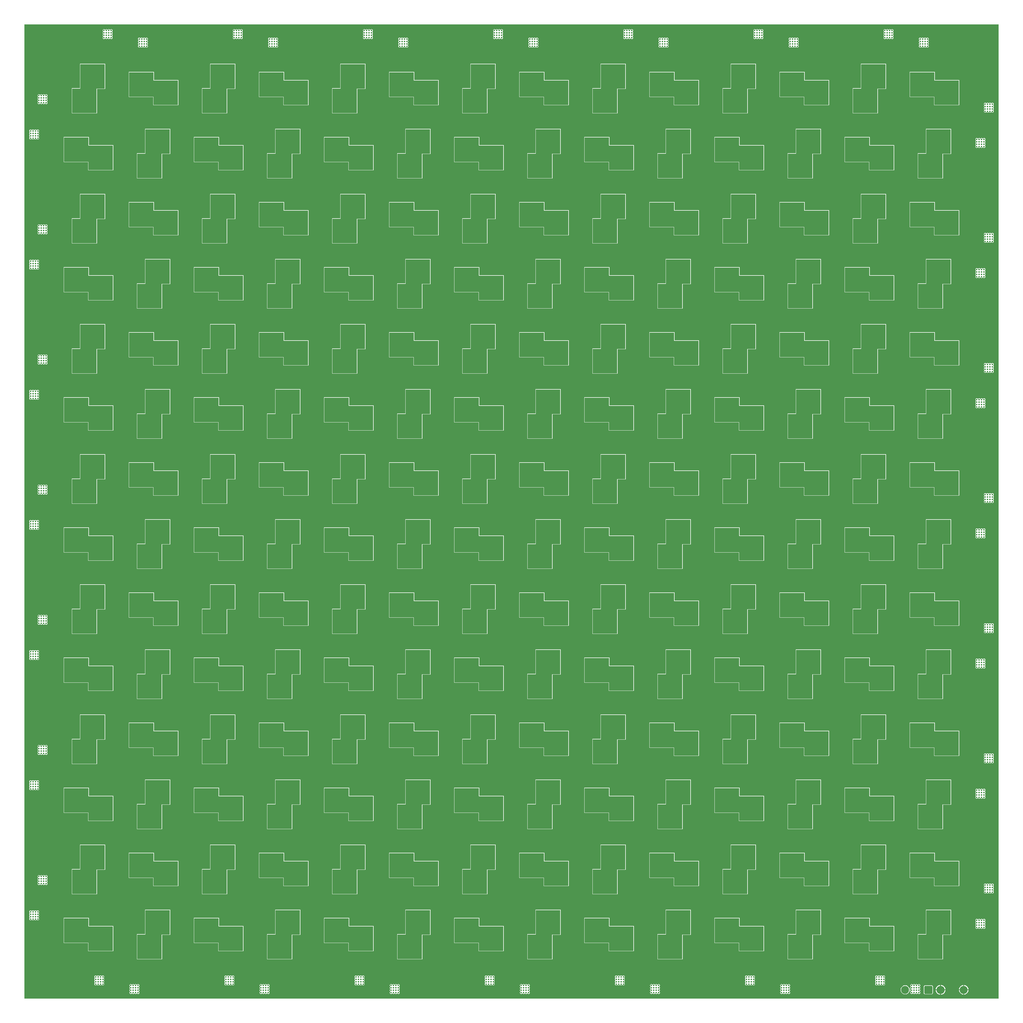
<source format=gbl>
G04 Layer_Physical_Order=2*
G04 Layer_Color=16711680*
%FSLAX25Y25*%
%MOIN*%
G70*
G01*
G75*
%ADD13C,0.09842*%
%ADD14C,0.10000*%
G04:AMPARAMS|DCode=15|XSize=100mil|YSize=100mil|CornerRadius=12.5mil|HoleSize=0mil|Usage=FLASHONLY|Rotation=270.000|XOffset=0mil|YOffset=0mil|HoleType=Round|Shape=RoundedRectangle|*
%AMROUNDEDRECTD15*
21,1,0.10000,0.07500,0,0,270.0*
21,1,0.07500,0.10000,0,0,270.0*
1,1,0.02500,-0.03750,-0.03750*
1,1,0.02500,-0.03750,0.03750*
1,1,0.02500,0.03750,0.03750*
1,1,0.02500,0.03750,-0.03750*
%
%ADD15ROUNDEDRECTD15*%
%ADD16C,0.01968*%
%ADD17C,0.01000*%
G36*
X1598878Y81122D02*
X401122D01*
Y1278878D01*
X1598878D01*
Y81122D01*
D02*
G37*
%LPC*%
G36*
X900000Y350649D02*
X870000D01*
X869541Y350459D01*
X869351Y350000D01*
Y320649D01*
X860000D01*
X859541Y320459D01*
X859351Y320000D01*
Y290000D01*
X859541Y289541D01*
X860000Y289351D01*
X890000D01*
X890459Y289541D01*
X890649Y290000D01*
Y319351D01*
X900000D01*
X900459Y319541D01*
X900649Y320000D01*
Y350000D01*
X900459Y350459D01*
X900000Y350649D01*
D02*
G37*
G36*
X1060000D02*
X1030000D01*
X1029541Y350459D01*
X1029351Y350000D01*
Y320649D01*
X1020000D01*
X1019541Y320459D01*
X1019351Y320000D01*
Y290000D01*
X1019541Y289541D01*
X1020000Y289351D01*
X1050000D01*
X1050459Y289541D01*
X1050649Y290000D01*
Y319351D01*
X1060000D01*
X1060459Y319541D01*
X1060649Y320000D01*
Y350000D01*
X1060459Y350459D01*
X1060000Y350649D01*
D02*
G37*
G36*
X580000D02*
X550000D01*
X549541Y350459D01*
X549351Y350000D01*
Y320649D01*
X540000D01*
X539541Y320459D01*
X539351Y320000D01*
Y290000D01*
X539541Y289541D01*
X540000Y289351D01*
X570000D01*
X570459Y289541D01*
X570649Y290000D01*
Y319351D01*
X580000D01*
X580459Y319541D01*
X580649Y320000D01*
Y350000D01*
X580459Y350459D01*
X580000Y350649D01*
D02*
G37*
G36*
X740000D02*
X710000D01*
X709541Y350459D01*
X709351Y350000D01*
Y320649D01*
X700000D01*
X699541Y320459D01*
X699351Y320000D01*
Y290000D01*
X699541Y289541D01*
X700000Y289351D01*
X730000D01*
X730459Y289541D01*
X730649Y290000D01*
Y319351D01*
X740000D01*
X740459Y319541D01*
X740649Y320000D01*
Y350000D01*
X740459Y350459D01*
X740000Y350649D01*
D02*
G37*
G36*
X1520000Y740649D02*
X1490000D01*
X1489541Y740459D01*
X1489351Y740000D01*
Y710000D01*
X1489541Y709541D01*
X1490000Y709351D01*
X1519351D01*
Y700000D01*
X1519541Y699541D01*
X1520000Y699351D01*
X1550000D01*
X1550459Y699541D01*
X1550649Y700000D01*
Y730000D01*
X1550459Y730459D01*
X1550000Y730649D01*
X1520649D01*
Y740000D01*
X1520459Y740459D01*
X1520000Y740649D01*
D02*
G37*
G36*
X1360000D02*
X1330000D01*
X1329541Y740459D01*
X1329351Y740000D01*
Y710000D01*
X1329541Y709541D01*
X1330000Y709351D01*
X1359351D01*
Y700000D01*
X1359541Y699541D01*
X1360000Y699351D01*
X1390000D01*
X1390459Y699541D01*
X1390649Y700000D01*
Y730000D01*
X1390459Y730459D01*
X1390000Y730649D01*
X1360649D01*
Y740000D01*
X1360459Y740459D01*
X1360000Y740649D01*
D02*
G37*
G36*
X1220000Y350649D02*
X1190000D01*
X1189541Y350459D01*
X1189351Y350000D01*
Y320649D01*
X1180000D01*
X1179541Y320459D01*
X1179351Y320000D01*
Y290000D01*
X1179541Y289541D01*
X1180000Y289351D01*
X1210000D01*
X1210459Y289541D01*
X1210649Y290000D01*
Y319351D01*
X1220000D01*
X1220459Y319541D01*
X1220649Y320000D01*
Y350000D01*
X1220459Y350459D01*
X1220000Y350649D01*
D02*
G37*
G36*
X1380000D02*
X1350000D01*
X1349541Y350459D01*
X1349351Y350000D01*
Y320649D01*
X1340000D01*
X1339541Y320459D01*
X1339351Y320000D01*
Y290000D01*
X1339541Y289541D01*
X1340000Y289351D01*
X1370000D01*
X1370459Y289541D01*
X1370649Y290000D01*
Y319351D01*
X1380000D01*
X1380459Y319541D01*
X1380649Y320000D01*
Y350000D01*
X1380459Y350459D01*
X1380000Y350649D01*
D02*
G37*
G36*
X1060000Y830649D02*
X1030000D01*
X1029541Y830459D01*
X1029351Y830000D01*
Y800649D01*
X1020000D01*
X1019541Y800459D01*
X1019351Y800000D01*
Y770000D01*
X1019541Y769541D01*
X1020000Y769351D01*
X1050000D01*
X1050459Y769541D01*
X1050649Y770000D01*
Y799351D01*
X1060000D01*
X1060459Y799541D01*
X1060649Y800000D01*
Y830000D01*
X1060459Y830459D01*
X1060000Y830649D01*
D02*
G37*
G36*
X900000D02*
X870000D01*
X869541Y830459D01*
X869351Y830000D01*
Y800649D01*
X860000D01*
X859541Y800459D01*
X859351Y800000D01*
Y770000D01*
X859541Y769541D01*
X860000Y769351D01*
X890000D01*
X890459Y769541D01*
X890649Y770000D01*
Y799351D01*
X900000D01*
X900459Y799541D01*
X900649Y800000D01*
Y830000D01*
X900459Y830459D01*
X900000Y830649D01*
D02*
G37*
G36*
X1380000D02*
X1350000D01*
X1349541Y830459D01*
X1349351Y830000D01*
Y800649D01*
X1340000D01*
X1339541Y800459D01*
X1339351Y800000D01*
Y770000D01*
X1339541Y769541D01*
X1340000Y769351D01*
X1370000D01*
X1370459Y769541D01*
X1370649Y770000D01*
Y799351D01*
X1380000D01*
X1380459Y799541D01*
X1380649Y800000D01*
Y830000D01*
X1380459Y830459D01*
X1380000Y830649D01*
D02*
G37*
G36*
X1220000D02*
X1190000D01*
X1189541Y830459D01*
X1189351Y830000D01*
Y800649D01*
X1180000D01*
X1179541Y800459D01*
X1179351Y800000D01*
Y770000D01*
X1179541Y769541D01*
X1180000Y769351D01*
X1210000D01*
X1210459Y769541D01*
X1210649Y770000D01*
Y799351D01*
X1220000D01*
X1220459Y799541D01*
X1220649Y800000D01*
Y830000D01*
X1220459Y830459D01*
X1220000Y830649D01*
D02*
G37*
G36*
X740000D02*
X710000D01*
X709541Y830459D01*
X709351Y830000D01*
Y800649D01*
X700000D01*
X699541Y800459D01*
X699351Y800000D01*
Y770000D01*
X699541Y769541D01*
X700000Y769351D01*
X730000D01*
X730459Y769541D01*
X730649Y770000D01*
Y799351D01*
X740000D01*
X740459Y799541D01*
X740649Y800000D01*
Y830000D01*
X740459Y830459D01*
X740000Y830649D01*
D02*
G37*
G36*
X1591300Y702615D02*
X1590682Y702492D01*
X1590158Y702142D01*
X1590101Y702057D01*
X1589499D01*
X1589442Y702142D01*
X1588918Y702492D01*
X1588300Y702615D01*
X1587682Y702492D01*
X1587158Y702142D01*
X1587101Y702057D01*
X1586499D01*
X1586442Y702142D01*
X1585918Y702492D01*
X1585300Y702615D01*
X1584682Y702492D01*
X1584158Y702142D01*
X1584101Y702057D01*
X1583499D01*
X1583442Y702142D01*
X1582918Y702492D01*
X1582300Y702615D01*
X1581682Y702492D01*
X1581158Y702142D01*
X1580808Y701618D01*
X1580685Y701000D01*
X1580808Y700382D01*
X1581158Y699858D01*
X1581243Y699801D01*
Y699199D01*
X1581158Y699142D01*
X1580808Y698618D01*
X1580685Y698000D01*
X1580808Y697382D01*
X1581158Y696858D01*
X1581243Y696801D01*
Y696199D01*
X1581158Y696142D01*
X1580808Y695618D01*
X1580685Y695000D01*
X1580808Y694382D01*
X1581158Y693858D01*
X1581243Y693801D01*
Y693199D01*
X1581158Y693142D01*
X1580808Y692618D01*
X1580685Y692000D01*
X1580808Y691382D01*
X1581158Y690858D01*
X1581682Y690508D01*
X1582300Y690385D01*
X1582918Y690508D01*
X1583442Y690858D01*
X1583499Y690943D01*
X1584101D01*
X1584158Y690858D01*
X1584682Y690508D01*
X1585300Y690385D01*
X1585918Y690508D01*
X1586442Y690858D01*
X1586499Y690943D01*
X1587101D01*
X1587158Y690858D01*
X1587682Y690508D01*
X1588300Y690385D01*
X1588918Y690508D01*
X1589442Y690858D01*
X1589499Y690943D01*
X1590101D01*
X1590158Y690858D01*
X1590682Y690508D01*
X1591300Y690385D01*
X1591918Y690508D01*
X1592442Y690858D01*
X1592792Y691382D01*
X1592915Y692000D01*
X1592792Y692618D01*
X1592442Y693142D01*
X1592357Y693199D01*
Y693801D01*
X1592442Y693858D01*
X1592792Y694382D01*
X1592915Y695000D01*
X1592792Y695618D01*
X1592442Y696142D01*
X1592357Y696199D01*
Y696801D01*
X1592442Y696858D01*
X1592792Y697382D01*
X1592915Y698000D01*
X1592792Y698618D01*
X1592442Y699142D01*
X1592357Y699199D01*
Y699801D01*
X1592442Y699858D01*
X1592792Y700382D01*
X1592915Y701000D01*
X1592792Y701618D01*
X1592442Y702142D01*
X1591918Y702492D01*
X1591300Y702615D01*
D02*
G37*
G36*
X428000Y233015D02*
X427382Y232892D01*
X426858Y232542D01*
X426801Y232457D01*
X426199D01*
X426142Y232542D01*
X425618Y232892D01*
X425000Y233015D01*
X424382Y232892D01*
X423858Y232542D01*
X423801Y232457D01*
X423199D01*
X423142Y232542D01*
X422618Y232892D01*
X422000Y233015D01*
X421382Y232892D01*
X420858Y232542D01*
X420801Y232457D01*
X420199D01*
X420142Y232542D01*
X419618Y232892D01*
X419000Y233015D01*
X418382Y232892D01*
X417858Y232542D01*
X417508Y232018D01*
X417385Y231400D01*
X417508Y230782D01*
X417858Y230258D01*
X417943Y230201D01*
Y229599D01*
X417858Y229542D01*
X417508Y229018D01*
X417385Y228400D01*
X417508Y227782D01*
X417858Y227258D01*
X417943Y227201D01*
Y226599D01*
X417858Y226542D01*
X417508Y226018D01*
X417385Y225400D01*
X417508Y224782D01*
X417858Y224258D01*
X417943Y224201D01*
Y223599D01*
X417858Y223542D01*
X417508Y223018D01*
X417385Y222400D01*
X417508Y221782D01*
X417858Y221258D01*
X418382Y220908D01*
X419000Y220785D01*
X419618Y220908D01*
X420142Y221258D01*
X420199Y221343D01*
X420801D01*
X420858Y221258D01*
X421382Y220908D01*
X422000Y220785D01*
X422618Y220908D01*
X423142Y221258D01*
X423199Y221343D01*
X423801D01*
X423858Y221258D01*
X424382Y220908D01*
X425000Y220785D01*
X425618Y220908D01*
X426142Y221258D01*
X426199Y221343D01*
X426801D01*
X426858Y221258D01*
X427382Y220908D01*
X428000Y220785D01*
X428618Y220908D01*
X429142Y221258D01*
X429492Y221782D01*
X429615Y222400D01*
X429492Y223018D01*
X429142Y223542D01*
X429057Y223599D01*
Y224201D01*
X429142Y224258D01*
X429492Y224782D01*
X429615Y225400D01*
X429492Y226018D01*
X429142Y226542D01*
X429057Y226599D01*
Y227201D01*
X429142Y227258D01*
X429492Y227782D01*
X429615Y228400D01*
X429492Y229018D01*
X429142Y229542D01*
X429057Y229599D01*
Y230201D01*
X429142Y230258D01*
X429492Y230782D01*
X429615Y231400D01*
X429492Y232018D01*
X429142Y232542D01*
X428618Y232892D01*
X428000Y233015D01*
D02*
G37*
G36*
X580000Y830649D02*
X550000D01*
X549541Y830459D01*
X549351Y830000D01*
Y800649D01*
X540000D01*
X539541Y800459D01*
X539351Y800000D01*
Y770000D01*
X539541Y769541D01*
X540000Y769351D01*
X570000D01*
X570459Y769541D01*
X570649Y770000D01*
Y799351D01*
X580000D01*
X580459Y799541D01*
X580649Y800000D01*
Y830000D01*
X580459Y830459D01*
X580000Y830649D01*
D02*
G37*
G36*
X428000Y713015D02*
X427382Y712892D01*
X426858Y712542D01*
X426801Y712457D01*
X426199D01*
X426142Y712542D01*
X425618Y712892D01*
X425000Y713015D01*
X424382Y712892D01*
X423858Y712542D01*
X423801Y712457D01*
X423199D01*
X423142Y712542D01*
X422618Y712892D01*
X422000Y713015D01*
X421382Y712892D01*
X420858Y712542D01*
X420801Y712457D01*
X420199D01*
X420142Y712542D01*
X419618Y712892D01*
X419000Y713015D01*
X418382Y712892D01*
X417858Y712542D01*
X417508Y712018D01*
X417385Y711400D01*
X417508Y710782D01*
X417858Y710258D01*
X417943Y710201D01*
Y709599D01*
X417858Y709542D01*
X417508Y709018D01*
X417385Y708400D01*
X417508Y707782D01*
X417858Y707258D01*
X417943Y707201D01*
Y706599D01*
X417858Y706542D01*
X417508Y706018D01*
X417385Y705400D01*
X417508Y704782D01*
X417858Y704258D01*
X417943Y704201D01*
Y703599D01*
X417858Y703542D01*
X417508Y703018D01*
X417385Y702400D01*
X417508Y701782D01*
X417858Y701258D01*
X418382Y700908D01*
X419000Y700785D01*
X419618Y700908D01*
X420142Y701258D01*
X420199Y701343D01*
X420801D01*
X420858Y701258D01*
X421382Y700908D01*
X422000Y700785D01*
X422618Y700908D01*
X423142Y701258D01*
X423199Y701343D01*
X423801D01*
X423858Y701258D01*
X424382Y700908D01*
X425000Y700785D01*
X425618Y700908D01*
X426142Y701258D01*
X426199Y701343D01*
X426801D01*
X426858Y701258D01*
X427382Y700908D01*
X428000Y700785D01*
X428618Y700908D01*
X429142Y701258D01*
X429492Y701782D01*
X429615Y702400D01*
X429492Y703018D01*
X429142Y703542D01*
X429057Y703599D01*
Y704201D01*
X429142Y704258D01*
X429492Y704782D01*
X429615Y705400D01*
X429492Y706018D01*
X429142Y706542D01*
X429057Y706599D01*
Y707201D01*
X429142Y707258D01*
X429492Y707782D01*
X429615Y708400D01*
X429492Y709018D01*
X429142Y709542D01*
X429057Y709599D01*
Y710201D01*
X429142Y710258D01*
X429492Y710782D01*
X429615Y711400D01*
X429492Y712018D01*
X429142Y712542D01*
X428618Y712892D01*
X428000Y713015D01*
D02*
G37*
G36*
X660000Y750649D02*
X630000D01*
X629541Y750459D01*
X629351Y750000D01*
Y720649D01*
X620000D01*
X619541Y720459D01*
X619351Y720000D01*
Y690000D01*
X619541Y689541D01*
X620000Y689351D01*
X650000D01*
X650459Y689541D01*
X650649Y690000D01*
Y719351D01*
X660000D01*
X660459Y719541D01*
X660649Y720000D01*
Y750000D01*
X660459Y750459D01*
X660000Y750649D01*
D02*
G37*
G36*
X500000D02*
X470000D01*
X469541Y750459D01*
X469351Y750000D01*
Y720649D01*
X460000D01*
X459541Y720459D01*
X459351Y720000D01*
Y690000D01*
X459541Y689541D01*
X460000Y689351D01*
X490000D01*
X490459Y689541D01*
X490649Y690000D01*
Y719351D01*
X500000D01*
X500459Y719541D01*
X500649Y720000D01*
Y750000D01*
X500459Y750459D01*
X500000Y750649D01*
D02*
G37*
G36*
X980000D02*
X950000D01*
X949541Y750459D01*
X949351Y750000D01*
Y720649D01*
X940000D01*
X939541Y720459D01*
X939351Y720000D01*
Y690000D01*
X939541Y689541D01*
X940000Y689351D01*
X970000D01*
X970459Y689541D01*
X970649Y690000D01*
Y719351D01*
X980000D01*
X980459Y719541D01*
X980649Y720000D01*
Y750000D01*
X980459Y750459D01*
X980000Y750649D01*
D02*
G37*
G36*
X820000D02*
X790000D01*
X789541Y750459D01*
X789351Y750000D01*
Y720649D01*
X780000D01*
X779541Y720459D01*
X779351Y720000D01*
Y690000D01*
X779541Y689541D01*
X780000Y689351D01*
X810000D01*
X810459Y689541D01*
X810649Y690000D01*
Y719351D01*
X820000D01*
X820459Y719541D01*
X820649Y720000D01*
Y750000D01*
X820459Y750459D01*
X820000Y750649D01*
D02*
G37*
G36*
X480000Y340649D02*
X450000D01*
X449541Y340459D01*
X449351Y340000D01*
Y310000D01*
X449541Y309541D01*
X450000Y309351D01*
X479351D01*
Y300000D01*
X479541Y299541D01*
X480000Y299351D01*
X510000D01*
X510459Y299541D01*
X510649Y300000D01*
Y330000D01*
X510459Y330459D01*
X510000Y330649D01*
X480649D01*
Y340000D01*
X480459Y340459D01*
X480000Y340649D01*
D02*
G37*
G36*
X640000D02*
X610000D01*
X609541Y340459D01*
X609351Y340000D01*
Y310000D01*
X609541Y309541D01*
X610000Y309351D01*
X639351D01*
Y300000D01*
X639541Y299541D01*
X640000Y299351D01*
X670000D01*
X670459Y299541D01*
X670649Y300000D01*
Y330000D01*
X670459Y330459D01*
X670000Y330649D01*
X640649D01*
Y340000D01*
X640459Y340459D01*
X640000Y340649D01*
D02*
G37*
G36*
X417700Y669615D02*
X417082Y669492D01*
X416558Y669142D01*
X416501Y669057D01*
X415899D01*
X415842Y669142D01*
X415318Y669492D01*
X414700Y669615D01*
X414082Y669492D01*
X413558Y669142D01*
X413501Y669057D01*
X412899D01*
X412842Y669142D01*
X412318Y669492D01*
X411700Y669615D01*
X411082Y669492D01*
X410558Y669142D01*
X410501Y669057D01*
X409899D01*
X409842Y669142D01*
X409318Y669492D01*
X408700Y669615D01*
X408082Y669492D01*
X407558Y669142D01*
X407208Y668618D01*
X407085Y668000D01*
X407208Y667382D01*
X407558Y666858D01*
X407643Y666801D01*
Y666199D01*
X407558Y666142D01*
X407208Y665618D01*
X407085Y665000D01*
X407208Y664382D01*
X407558Y663858D01*
X407643Y663801D01*
Y663199D01*
X407558Y663142D01*
X407208Y662618D01*
X407085Y662000D01*
X407208Y661382D01*
X407558Y660858D01*
X407643Y660801D01*
Y660199D01*
X407558Y660142D01*
X407208Y659618D01*
X407085Y659000D01*
X407208Y658382D01*
X407558Y657858D01*
X408082Y657508D01*
X408700Y657385D01*
X409318Y657508D01*
X409842Y657858D01*
X409899Y657943D01*
X410501D01*
X410558Y657858D01*
X411082Y657508D01*
X411700Y657385D01*
X412318Y657508D01*
X412842Y657858D01*
X412899Y657943D01*
X413501D01*
X413558Y657858D01*
X414082Y657508D01*
X414700Y657385D01*
X415318Y657508D01*
X415842Y657858D01*
X415899Y657943D01*
X416501D01*
X416558Y657858D01*
X417082Y657508D01*
X417700Y657385D01*
X418318Y657508D01*
X418842Y657858D01*
X419192Y658382D01*
X419315Y659000D01*
X419192Y659618D01*
X418842Y660142D01*
X418757Y660199D01*
Y660801D01*
X418842Y660858D01*
X419192Y661382D01*
X419315Y662000D01*
X419192Y662618D01*
X418842Y663142D01*
X418757Y663199D01*
Y663801D01*
X418842Y663858D01*
X419192Y664382D01*
X419315Y665000D01*
X419192Y665618D01*
X418842Y666142D01*
X418757Y666199D01*
Y666801D01*
X418842Y666858D01*
X419192Y667382D01*
X419315Y668000D01*
X419192Y668618D01*
X418842Y669142D01*
X418318Y669492D01*
X417700Y669615D01*
D02*
G37*
G36*
X1581000Y659215D02*
X1580382Y659092D01*
X1579858Y658742D01*
X1579801Y658657D01*
X1579199D01*
X1579142Y658742D01*
X1578618Y659092D01*
X1578000Y659215D01*
X1577382Y659092D01*
X1576858Y658742D01*
X1576801Y658657D01*
X1576199D01*
X1576142Y658742D01*
X1575618Y659092D01*
X1575000Y659215D01*
X1574382Y659092D01*
X1573858Y658742D01*
X1573801Y658657D01*
X1573199D01*
X1573142Y658742D01*
X1572618Y659092D01*
X1572000Y659215D01*
X1571382Y659092D01*
X1570858Y658742D01*
X1570508Y658218D01*
X1570385Y657600D01*
X1570508Y656982D01*
X1570858Y656458D01*
X1570943Y656401D01*
Y655799D01*
X1570858Y655742D01*
X1570508Y655218D01*
X1570385Y654600D01*
X1570508Y653982D01*
X1570858Y653458D01*
X1570943Y653401D01*
Y652799D01*
X1570858Y652742D01*
X1570508Y652218D01*
X1570385Y651600D01*
X1570508Y650982D01*
X1570858Y650458D01*
X1570943Y650401D01*
Y649799D01*
X1570858Y649742D01*
X1570508Y649218D01*
X1570385Y648600D01*
X1570508Y647982D01*
X1570858Y647458D01*
X1571382Y647108D01*
X1572000Y646985D01*
X1572618Y647108D01*
X1573142Y647458D01*
X1573199Y647543D01*
X1573801D01*
X1573858Y647458D01*
X1574382Y647108D01*
X1575000Y646985D01*
X1575618Y647108D01*
X1576142Y647458D01*
X1576199Y647543D01*
X1576801D01*
X1576858Y647458D01*
X1577382Y647108D01*
X1578000Y646985D01*
X1578618Y647108D01*
X1579142Y647458D01*
X1579199Y647543D01*
X1579801D01*
X1579858Y647458D01*
X1580382Y647108D01*
X1581000Y646985D01*
X1581618Y647108D01*
X1582142Y647458D01*
X1582492Y647982D01*
X1582615Y648600D01*
X1582492Y649218D01*
X1582142Y649742D01*
X1582057Y649799D01*
Y650401D01*
X1582142Y650458D01*
X1582492Y650982D01*
X1582615Y651600D01*
X1582492Y652218D01*
X1582142Y652742D01*
X1582057Y652799D01*
Y653401D01*
X1582142Y653458D01*
X1582492Y653982D01*
X1582615Y654600D01*
X1582492Y655218D01*
X1582142Y655742D01*
X1582057Y655799D01*
Y656401D01*
X1582142Y656458D01*
X1582492Y656982D01*
X1582615Y657600D01*
X1582492Y658218D01*
X1582142Y658742D01*
X1581618Y659092D01*
X1581000Y659215D01*
D02*
G37*
G36*
X1140000Y750649D02*
X1110000D01*
X1109541Y750459D01*
X1109351Y750000D01*
Y720649D01*
X1100000D01*
X1099541Y720459D01*
X1099351Y720000D01*
Y690000D01*
X1099541Y689541D01*
X1100000Y689351D01*
X1130000D01*
X1130459Y689541D01*
X1130649Y690000D01*
Y719351D01*
X1140000D01*
X1140459Y719541D01*
X1140649Y720000D01*
Y750000D01*
X1140459Y750459D01*
X1140000Y750649D01*
D02*
G37*
G36*
X880000Y740649D02*
X850000D01*
X849541Y740459D01*
X849351Y740000D01*
Y710000D01*
X849541Y709541D01*
X850000Y709351D01*
X879351D01*
Y700000D01*
X879541Y699541D01*
X880000Y699351D01*
X910000D01*
X910459Y699541D01*
X910649Y700000D01*
Y730000D01*
X910459Y730459D01*
X910000Y730649D01*
X880649D01*
Y740000D01*
X880459Y740459D01*
X880000Y740649D01*
D02*
G37*
G36*
X720000D02*
X690000D01*
X689541Y740459D01*
X689351Y740000D01*
Y710000D01*
X689541Y709541D01*
X690000Y709351D01*
X719351D01*
Y700000D01*
X719541Y699541D01*
X720000Y699351D01*
X750000D01*
X750459Y699541D01*
X750649Y700000D01*
Y730000D01*
X750459Y730459D01*
X750000Y730649D01*
X720649D01*
Y740000D01*
X720459Y740459D01*
X720000Y740649D01*
D02*
G37*
G36*
X1200000D02*
X1170000D01*
X1169541Y740459D01*
X1169351Y740000D01*
Y710000D01*
X1169541Y709541D01*
X1170000Y709351D01*
X1199351D01*
Y700000D01*
X1199541Y699541D01*
X1200000Y699351D01*
X1230000D01*
X1230459Y699541D01*
X1230649Y700000D01*
Y730000D01*
X1230459Y730459D01*
X1230000Y730649D01*
X1200649D01*
Y740000D01*
X1200459Y740459D01*
X1200000Y740649D01*
D02*
G37*
G36*
X1040000D02*
X1010000D01*
X1009541Y740459D01*
X1009351Y740000D01*
Y710000D01*
X1009541Y709541D01*
X1010000Y709351D01*
X1039351D01*
Y700000D01*
X1039541Y699541D01*
X1040000Y699351D01*
X1070000D01*
X1070459Y699541D01*
X1070649Y700000D01*
Y730000D01*
X1070459Y730459D01*
X1070000Y730649D01*
X1040649D01*
Y740000D01*
X1040459Y740459D01*
X1040000Y740649D01*
D02*
G37*
G36*
X1460000Y750649D02*
X1430000D01*
X1429541Y750459D01*
X1429351Y750000D01*
Y720649D01*
X1420000D01*
X1419541Y720459D01*
X1419351Y720000D01*
Y690000D01*
X1419541Y689541D01*
X1420000Y689351D01*
X1450000D01*
X1450459Y689541D01*
X1450649Y690000D01*
Y719351D01*
X1460000D01*
X1460459Y719541D01*
X1460649Y720000D01*
Y750000D01*
X1460459Y750459D01*
X1460000Y750649D01*
D02*
G37*
G36*
X1300000D02*
X1270000D01*
X1269541Y750459D01*
X1269351Y750000D01*
Y720649D01*
X1260000D01*
X1259541Y720459D01*
X1259351Y720000D01*
Y690000D01*
X1259541Y689541D01*
X1260000Y689351D01*
X1290000D01*
X1290459Y689541D01*
X1290649Y690000D01*
Y719351D01*
X1300000D01*
X1300459Y719541D01*
X1300649Y720000D01*
Y750000D01*
X1300459Y750459D01*
X1300000Y750649D01*
D02*
G37*
G36*
X560000Y740649D02*
X530000D01*
X529541Y740459D01*
X529351Y740000D01*
Y710000D01*
X529541Y709541D01*
X530000Y709351D01*
X559351D01*
Y700000D01*
X559541Y699541D01*
X560000Y699351D01*
X590000D01*
X590459Y699541D01*
X590649Y700000D01*
Y730000D01*
X590459Y730459D01*
X590000Y730649D01*
X560649D01*
Y740000D01*
X560459Y740459D01*
X560000Y740649D01*
D02*
G37*
G36*
X1540000Y350649D02*
X1510000D01*
X1509541Y350459D01*
X1509351Y350000D01*
Y320649D01*
X1500000D01*
X1499541Y320459D01*
X1499351Y320000D01*
Y290000D01*
X1499541Y289541D01*
X1500000Y289351D01*
X1530000D01*
X1530459Y289541D01*
X1530649Y290000D01*
Y319351D01*
X1540000D01*
X1540459Y319541D01*
X1540649Y320000D01*
Y350000D01*
X1540459Y350459D01*
X1540000Y350649D01*
D02*
G37*
G36*
Y830649D02*
X1510000D01*
X1509541Y830459D01*
X1509351Y830000D01*
Y800649D01*
X1500000D01*
X1499541Y800459D01*
X1499351Y800000D01*
Y770000D01*
X1499541Y769541D01*
X1500000Y769351D01*
X1530000D01*
X1530459Y769541D01*
X1530649Y770000D01*
Y799351D01*
X1540000D01*
X1540459Y799541D01*
X1540649Y800000D01*
Y830000D01*
X1540459Y830459D01*
X1540000Y830649D01*
D02*
G37*
G36*
X1460000Y910649D02*
X1430000D01*
X1429541Y910459D01*
X1429351Y910000D01*
Y880649D01*
X1420000D01*
X1419541Y880459D01*
X1419351Y880000D01*
Y850000D01*
X1419541Y849541D01*
X1420000Y849351D01*
X1450000D01*
X1450459Y849541D01*
X1450649Y850000D01*
Y879351D01*
X1460000D01*
X1460459Y879541D01*
X1460649Y880000D01*
Y910000D01*
X1460459Y910459D01*
X1460000Y910649D01*
D02*
G37*
G36*
X1300000D02*
X1270000D01*
X1269541Y910459D01*
X1269351Y910000D01*
Y880649D01*
X1260000D01*
X1259541Y880459D01*
X1259351Y880000D01*
Y850000D01*
X1259541Y849541D01*
X1260000Y849351D01*
X1290000D01*
X1290459Y849541D01*
X1290649Y850000D01*
Y879351D01*
X1300000D01*
X1300459Y879541D01*
X1300649Y880000D01*
Y910000D01*
X1300459Y910459D01*
X1300000Y910649D01*
D02*
G37*
G36*
X560000Y900649D02*
X530000D01*
X529541Y900459D01*
X529351Y900000D01*
Y870000D01*
X529541Y869541D01*
X530000Y869351D01*
X559351D01*
Y860000D01*
X559541Y859541D01*
X560000Y859351D01*
X590000D01*
X590459Y859541D01*
X590649Y860000D01*
Y890000D01*
X590459Y890459D01*
X590000Y890649D01*
X560649D01*
Y900000D01*
X560459Y900459D01*
X560000Y900649D01*
D02*
G37*
G36*
Y260649D02*
X530000D01*
X529541Y260459D01*
X529351Y260000D01*
Y230000D01*
X529541Y229541D01*
X530000Y229351D01*
X559351D01*
Y220000D01*
X559541Y219541D01*
X560000Y219351D01*
X590000D01*
X590459Y219541D01*
X590649Y220000D01*
Y250000D01*
X590459Y250459D01*
X590000Y250649D01*
X560649D01*
Y260000D01*
X560459Y260459D01*
X560000Y260649D01*
D02*
G37*
G36*
X820000Y910649D02*
X790000D01*
X789541Y910459D01*
X789351Y910000D01*
Y880649D01*
X780000D01*
X779541Y880459D01*
X779351Y880000D01*
Y850000D01*
X779541Y849541D01*
X780000Y849351D01*
X810000D01*
X810459Y849541D01*
X810649Y850000D01*
Y879351D01*
X820000D01*
X820459Y879541D01*
X820649Y880000D01*
Y910000D01*
X820459Y910459D01*
X820000Y910649D01*
D02*
G37*
G36*
X660000D02*
X630000D01*
X629541Y910459D01*
X629351Y910000D01*
Y880649D01*
X620000D01*
X619541Y880459D01*
X619351Y880000D01*
Y850000D01*
X619541Y849541D01*
X620000Y849351D01*
X650000D01*
X650459Y849541D01*
X650649Y850000D01*
Y879351D01*
X660000D01*
X660459Y879541D01*
X660649Y880000D01*
Y910000D01*
X660459Y910459D01*
X660000Y910649D01*
D02*
G37*
G36*
X1140000D02*
X1110000D01*
X1109541Y910459D01*
X1109351Y910000D01*
Y880649D01*
X1100000D01*
X1099541Y880459D01*
X1099351Y880000D01*
Y850000D01*
X1099541Y849541D01*
X1100000Y849351D01*
X1130000D01*
X1130459Y849541D01*
X1130649Y850000D01*
Y879351D01*
X1140000D01*
X1140459Y879541D01*
X1140649Y880000D01*
Y910000D01*
X1140459Y910459D01*
X1140000Y910649D01*
D02*
G37*
G36*
X980000D02*
X950000D01*
X949541Y910459D01*
X949351Y910000D01*
Y880649D01*
X940000D01*
X939541Y880459D01*
X939351Y880000D01*
Y850000D01*
X939541Y849541D01*
X940000Y849351D01*
X970000D01*
X970459Y849541D01*
X970649Y850000D01*
Y879351D01*
X980000D01*
X980459Y879541D01*
X980649Y880000D01*
Y910000D01*
X980459Y910459D01*
X980000Y910649D01*
D02*
G37*
G36*
X720000Y900649D02*
X690000D01*
X689541Y900459D01*
X689351Y900000D01*
Y870000D01*
X689541Y869541D01*
X690000Y869351D01*
X719351D01*
Y860000D01*
X719541Y859541D01*
X720000Y859351D01*
X750000D01*
X750459Y859541D01*
X750649Y860000D01*
Y890000D01*
X750459Y890459D01*
X750000Y890649D01*
X720649D01*
Y900000D01*
X720459Y900459D01*
X720000Y900649D01*
D02*
G37*
G36*
X1460000Y270649D02*
X1430000D01*
X1429541Y270459D01*
X1429351Y270000D01*
Y240649D01*
X1420000D01*
X1419541Y240459D01*
X1419351Y240000D01*
Y210000D01*
X1419541Y209541D01*
X1420000Y209351D01*
X1450000D01*
X1450459Y209541D01*
X1450649Y210000D01*
Y239351D01*
X1460000D01*
X1460459Y239541D01*
X1460649Y240000D01*
Y270000D01*
X1460459Y270459D01*
X1460000Y270649D01*
D02*
G37*
G36*
X1520000Y900649D02*
X1490000D01*
X1489541Y900459D01*
X1489351Y900000D01*
Y870000D01*
X1489541Y869541D01*
X1490000Y869351D01*
X1519351D01*
Y860000D01*
X1519541Y859541D01*
X1520000Y859351D01*
X1550000D01*
X1550459Y859541D01*
X1550649Y860000D01*
Y890000D01*
X1550459Y890459D01*
X1550000Y890649D01*
X1520649D01*
Y900000D01*
X1520459Y900459D01*
X1520000Y900649D01*
D02*
G37*
G36*
X1140000Y270649D02*
X1110000D01*
X1109541Y270459D01*
X1109351Y270000D01*
Y240649D01*
X1100000D01*
X1099541Y240459D01*
X1099351Y240000D01*
Y210000D01*
X1099541Y209541D01*
X1100000Y209351D01*
X1130000D01*
X1130459Y209541D01*
X1130649Y210000D01*
Y239351D01*
X1140000D01*
X1140459Y239541D01*
X1140649Y240000D01*
Y270000D01*
X1140459Y270459D01*
X1140000Y270649D01*
D02*
G37*
G36*
X1300000D02*
X1270000D01*
X1269541Y270459D01*
X1269351Y270000D01*
Y240649D01*
X1260000D01*
X1259541Y240459D01*
X1259351Y240000D01*
Y210000D01*
X1259541Y209541D01*
X1260000Y209351D01*
X1290000D01*
X1290459Y209541D01*
X1290649Y210000D01*
Y239351D01*
X1300000D01*
X1300459Y239541D01*
X1300649Y240000D01*
Y270000D01*
X1300459Y270459D01*
X1300000Y270649D01*
D02*
G37*
G36*
X1040000Y900649D02*
X1010000D01*
X1009541Y900459D01*
X1009351Y900000D01*
Y870000D01*
X1009541Y869541D01*
X1010000Y869351D01*
X1039351D01*
Y860000D01*
X1039541Y859541D01*
X1040000Y859351D01*
X1070000D01*
X1070459Y859541D01*
X1070649Y860000D01*
Y890000D01*
X1070459Y890459D01*
X1070000Y890649D01*
X1040649D01*
Y900000D01*
X1040459Y900459D01*
X1040000Y900649D01*
D02*
G37*
G36*
X880000D02*
X850000D01*
X849541Y900459D01*
X849351Y900000D01*
Y870000D01*
X849541Y869541D01*
X850000Y869351D01*
X879351D01*
Y860000D01*
X879541Y859541D01*
X880000Y859351D01*
X910000D01*
X910459Y859541D01*
X910649Y860000D01*
Y890000D01*
X910459Y890459D01*
X910000Y890649D01*
X880649D01*
Y900000D01*
X880459Y900459D01*
X880000Y900649D01*
D02*
G37*
G36*
X1360000D02*
X1330000D01*
X1329541Y900459D01*
X1329351Y900000D01*
Y870000D01*
X1329541Y869541D01*
X1330000Y869351D01*
X1359351D01*
Y860000D01*
X1359541Y859541D01*
X1360000Y859351D01*
X1390000D01*
X1390459Y859541D01*
X1390649Y860000D01*
Y890000D01*
X1390459Y890459D01*
X1390000Y890649D01*
X1360649D01*
Y900000D01*
X1360459Y900459D01*
X1360000Y900649D01*
D02*
G37*
G36*
X1200000D02*
X1170000D01*
X1169541Y900459D01*
X1169351Y900000D01*
Y870000D01*
X1169541Y869541D01*
X1170000Y869351D01*
X1199351D01*
Y860000D01*
X1199541Y859541D01*
X1200000Y859351D01*
X1230000D01*
X1230459Y859541D01*
X1230649Y860000D01*
Y890000D01*
X1230459Y890459D01*
X1230000Y890649D01*
X1200649D01*
Y900000D01*
X1200459Y900459D01*
X1200000Y900649D01*
D02*
G37*
G36*
X1120000Y820649D02*
X1090000D01*
X1089541Y820459D01*
X1089351Y820000D01*
Y790000D01*
X1089541Y789541D01*
X1090000Y789351D01*
X1119351D01*
Y780000D01*
X1119541Y779541D01*
X1120000Y779351D01*
X1150000D01*
X1150459Y779541D01*
X1150649Y780000D01*
Y810000D01*
X1150459Y810459D01*
X1150000Y810649D01*
X1120649D01*
Y820000D01*
X1120459Y820459D01*
X1120000Y820649D01*
D02*
G37*
G36*
X960000D02*
X930000D01*
X929541Y820459D01*
X929351Y820000D01*
Y790000D01*
X929541Y789541D01*
X930000Y789351D01*
X959351D01*
Y780000D01*
X959541Y779541D01*
X960000Y779351D01*
X990000D01*
X990459Y779541D01*
X990649Y780000D01*
Y810000D01*
X990459Y810459D01*
X990000Y810649D01*
X960649D01*
Y820000D01*
X960459Y820459D01*
X960000Y820649D01*
D02*
G37*
G36*
X1440000D02*
X1410000D01*
X1409541Y820459D01*
X1409351Y820000D01*
Y790000D01*
X1409541Y789541D01*
X1410000Y789351D01*
X1439351D01*
Y780000D01*
X1439541Y779541D01*
X1440000Y779351D01*
X1470000D01*
X1470459Y779541D01*
X1470649Y780000D01*
Y810000D01*
X1470459Y810459D01*
X1470000Y810649D01*
X1440649D01*
Y820000D01*
X1440459Y820459D01*
X1440000Y820649D01*
D02*
G37*
G36*
X1280000D02*
X1250000D01*
X1249541Y820459D01*
X1249351Y820000D01*
Y790000D01*
X1249541Y789541D01*
X1250000Y789351D01*
X1279351D01*
Y780000D01*
X1279541Y779541D01*
X1280000Y779351D01*
X1310000D01*
X1310459Y779541D01*
X1310649Y780000D01*
Y810000D01*
X1310459Y810459D01*
X1310000Y810649D01*
X1280649D01*
Y820000D01*
X1280459Y820459D01*
X1280000Y820649D01*
D02*
G37*
G36*
X480000D02*
X450000D01*
X449541Y820459D01*
X449351Y820000D01*
Y790000D01*
X449541Y789541D01*
X450000Y789351D01*
X479351D01*
Y780000D01*
X479541Y779541D01*
X480000Y779351D01*
X510000D01*
X510459Y779541D01*
X510649Y780000D01*
Y810000D01*
X510459Y810459D01*
X510000Y810649D01*
X480649D01*
Y820000D01*
X480459Y820459D01*
X480000Y820649D01*
D02*
G37*
G36*
X1591300Y222615D02*
X1590682Y222492D01*
X1590158Y222142D01*
X1590101Y222057D01*
X1589499D01*
X1589442Y222142D01*
X1588918Y222492D01*
X1588300Y222615D01*
X1587682Y222492D01*
X1587158Y222142D01*
X1587101Y222057D01*
X1586499D01*
X1586442Y222142D01*
X1585918Y222492D01*
X1585300Y222615D01*
X1584682Y222492D01*
X1584158Y222142D01*
X1584101Y222057D01*
X1583499D01*
X1583442Y222142D01*
X1582918Y222492D01*
X1582300Y222615D01*
X1581682Y222492D01*
X1581158Y222142D01*
X1580808Y221618D01*
X1580685Y221000D01*
X1580808Y220382D01*
X1581158Y219858D01*
X1581243Y219801D01*
Y219199D01*
X1581158Y219142D01*
X1580808Y218618D01*
X1580685Y218000D01*
X1580808Y217382D01*
X1581158Y216858D01*
X1581243Y216801D01*
Y216199D01*
X1581158Y216142D01*
X1580808Y215618D01*
X1580685Y215000D01*
X1580808Y214382D01*
X1581158Y213858D01*
X1581243Y213801D01*
Y213199D01*
X1581158Y213142D01*
X1580808Y212618D01*
X1580685Y212000D01*
X1580808Y211382D01*
X1581158Y210858D01*
X1581682Y210508D01*
X1582300Y210385D01*
X1582918Y210508D01*
X1583442Y210858D01*
X1583499Y210943D01*
X1584101D01*
X1584158Y210858D01*
X1584682Y210508D01*
X1585300Y210385D01*
X1585918Y210508D01*
X1586442Y210858D01*
X1586499Y210943D01*
X1587101D01*
X1587158Y210858D01*
X1587682Y210508D01*
X1588300Y210385D01*
X1588918Y210508D01*
X1589442Y210858D01*
X1589499Y210943D01*
X1590101D01*
X1590158Y210858D01*
X1590682Y210508D01*
X1591300Y210385D01*
X1591918Y210508D01*
X1592442Y210858D01*
X1592792Y211382D01*
X1592915Y212000D01*
X1592792Y212618D01*
X1592442Y213142D01*
X1592357Y213199D01*
Y213801D01*
X1592442Y213858D01*
X1592792Y214382D01*
X1592915Y215000D01*
X1592792Y215618D01*
X1592442Y216142D01*
X1592357Y216199D01*
Y216801D01*
X1592442Y216858D01*
X1592792Y217382D01*
X1592915Y218000D01*
X1592792Y218618D01*
X1592442Y219142D01*
X1592357Y219199D01*
Y219801D01*
X1592442Y219858D01*
X1592792Y220382D01*
X1592915Y221000D01*
X1592792Y221618D01*
X1592442Y222142D01*
X1591918Y222492D01*
X1591300Y222615D01*
D02*
G37*
G36*
X800000Y820649D02*
X770000D01*
X769541Y820459D01*
X769351Y820000D01*
Y790000D01*
X769541Y789541D01*
X770000Y789351D01*
X799351D01*
Y780000D01*
X799541Y779541D01*
X800000Y779351D01*
X830000D01*
X830459Y779541D01*
X830649Y780000D01*
Y810000D01*
X830459Y810459D01*
X830000Y810649D01*
X800649D01*
Y820000D01*
X800459Y820459D01*
X800000Y820649D01*
D02*
G37*
G36*
X640000D02*
X610000D01*
X609541Y820459D01*
X609351Y820000D01*
Y790000D01*
X609541Y789541D01*
X610000Y789351D01*
X639351D01*
Y780000D01*
X639541Y779541D01*
X640000Y779351D01*
X670000D01*
X670459Y779541D01*
X670649Y780000D01*
Y810000D01*
X670459Y810459D01*
X670000Y810649D01*
X640649D01*
Y820000D01*
X640459Y820459D01*
X640000Y820649D01*
D02*
G37*
G36*
X1520000Y260649D02*
X1490000D01*
X1489541Y260459D01*
X1489351Y260000D01*
Y230000D01*
X1489541Y229541D01*
X1490000Y229351D01*
X1519351D01*
Y220000D01*
X1519541Y219541D01*
X1520000Y219351D01*
X1550000D01*
X1550459Y219541D01*
X1550649Y220000D01*
Y250000D01*
X1550459Y250459D01*
X1550000Y250649D01*
X1520649D01*
Y260000D01*
X1520459Y260459D01*
X1520000Y260649D01*
D02*
G37*
G36*
X1581000Y819215D02*
X1580382Y819092D01*
X1579858Y818742D01*
X1579801Y818657D01*
X1579199D01*
X1579142Y818742D01*
X1578618Y819092D01*
X1578000Y819215D01*
X1577382Y819092D01*
X1576858Y818742D01*
X1576801Y818657D01*
X1576199D01*
X1576142Y818742D01*
X1575618Y819092D01*
X1575000Y819215D01*
X1574382Y819092D01*
X1573858Y818742D01*
X1573801Y818657D01*
X1573199D01*
X1573142Y818742D01*
X1572618Y819092D01*
X1572000Y819215D01*
X1571382Y819092D01*
X1570858Y818742D01*
X1570508Y818218D01*
X1570385Y817600D01*
X1570508Y816982D01*
X1570858Y816458D01*
X1570943Y816401D01*
Y815799D01*
X1570858Y815742D01*
X1570508Y815218D01*
X1570385Y814600D01*
X1570508Y813982D01*
X1570858Y813458D01*
X1570943Y813401D01*
Y812799D01*
X1570858Y812742D01*
X1570508Y812218D01*
X1570385Y811600D01*
X1570508Y810982D01*
X1570858Y810458D01*
X1570943Y810401D01*
Y809799D01*
X1570858Y809742D01*
X1570508Y809218D01*
X1570385Y808600D01*
X1570508Y807982D01*
X1570858Y807458D01*
X1571382Y807108D01*
X1572000Y806985D01*
X1572618Y807108D01*
X1573142Y807458D01*
X1573199Y807543D01*
X1573801D01*
X1573858Y807458D01*
X1574382Y807108D01*
X1575000Y806985D01*
X1575618Y807108D01*
X1576142Y807458D01*
X1576199Y807543D01*
X1576801D01*
X1576858Y807458D01*
X1577382Y807108D01*
X1578000Y806985D01*
X1578618Y807108D01*
X1579142Y807458D01*
X1579199Y807543D01*
X1579801D01*
X1579858Y807458D01*
X1580382Y807108D01*
X1581000Y806985D01*
X1581618Y807108D01*
X1582142Y807458D01*
X1582492Y807982D01*
X1582615Y808600D01*
X1582492Y809218D01*
X1582142Y809742D01*
X1582057Y809799D01*
Y810401D01*
X1582142Y810458D01*
X1582492Y810982D01*
X1582615Y811600D01*
X1582492Y812218D01*
X1582142Y812742D01*
X1582057Y812799D01*
Y813401D01*
X1582142Y813458D01*
X1582492Y813982D01*
X1582615Y814600D01*
X1582492Y815218D01*
X1582142Y815742D01*
X1582057Y815799D01*
Y816401D01*
X1582142Y816458D01*
X1582492Y816982D01*
X1582615Y817600D01*
X1582492Y818218D01*
X1582142Y818742D01*
X1581618Y819092D01*
X1581000Y819215D01*
D02*
G37*
G36*
X720000Y260649D02*
X690000D01*
X689541Y260459D01*
X689351Y260000D01*
Y230000D01*
X689541Y229541D01*
X690000Y229351D01*
X719351D01*
Y220000D01*
X719541Y219541D01*
X720000Y219351D01*
X750000D01*
X750459Y219541D01*
X750649Y220000D01*
Y250000D01*
X750459Y250459D01*
X750000Y250649D01*
X720649D01*
Y260000D01*
X720459Y260459D01*
X720000Y260649D01*
D02*
G37*
G36*
X500000Y910649D02*
X470000D01*
X469541Y910459D01*
X469351Y910000D01*
Y880649D01*
X460000D01*
X459541Y880459D01*
X459351Y880000D01*
Y850000D01*
X459541Y849541D01*
X460000Y849351D01*
X490000D01*
X490459Y849541D01*
X490649Y850000D01*
Y879351D01*
X500000D01*
X500459Y879541D01*
X500649Y880000D01*
Y910000D01*
X500459Y910459D01*
X500000Y910649D01*
D02*
G37*
G36*
X417700Y829615D02*
X417082Y829492D01*
X416558Y829142D01*
X416501Y829057D01*
X415899D01*
X415842Y829142D01*
X415318Y829492D01*
X414700Y829615D01*
X414082Y829492D01*
X413558Y829142D01*
X413501Y829057D01*
X412899D01*
X412842Y829142D01*
X412318Y829492D01*
X411700Y829615D01*
X411082Y829492D01*
X410558Y829142D01*
X410501Y829057D01*
X409899D01*
X409842Y829142D01*
X409318Y829492D01*
X408700Y829615D01*
X408082Y829492D01*
X407558Y829142D01*
X407208Y828618D01*
X407085Y828000D01*
X407208Y827382D01*
X407558Y826858D01*
X407643Y826801D01*
Y826199D01*
X407558Y826142D01*
X407208Y825618D01*
X407085Y825000D01*
X407208Y824382D01*
X407558Y823858D01*
X407643Y823801D01*
Y823199D01*
X407558Y823142D01*
X407208Y822618D01*
X407085Y822000D01*
X407208Y821382D01*
X407558Y820858D01*
X407643Y820801D01*
Y820199D01*
X407558Y820142D01*
X407208Y819618D01*
X407085Y819000D01*
X407208Y818382D01*
X407558Y817858D01*
X408082Y817508D01*
X408700Y817385D01*
X409318Y817508D01*
X409842Y817858D01*
X409899Y817943D01*
X410501D01*
X410558Y817858D01*
X411082Y817508D01*
X411700Y817385D01*
X412318Y817508D01*
X412842Y817858D01*
X412899Y817943D01*
X413501D01*
X413558Y817858D01*
X414082Y817508D01*
X414700Y817385D01*
X415318Y817508D01*
X415842Y817858D01*
X415899Y817943D01*
X416501D01*
X416558Y817858D01*
X417082Y817508D01*
X417700Y817385D01*
X418318Y817508D01*
X418842Y817858D01*
X419192Y818382D01*
X419315Y819000D01*
X419192Y819618D01*
X418842Y820142D01*
X418757Y820199D01*
Y820801D01*
X418842Y820858D01*
X419192Y821382D01*
X419315Y822000D01*
X419192Y822618D01*
X418842Y823142D01*
X418757Y823199D01*
Y823801D01*
X418842Y823858D01*
X419192Y824382D01*
X419315Y825000D01*
X419192Y825618D01*
X418842Y826142D01*
X418757Y826199D01*
Y826801D01*
X418842Y826858D01*
X419192Y827382D01*
X419315Y828000D01*
X419192Y828618D01*
X418842Y829142D01*
X418318Y829492D01*
X417700Y829615D01*
D02*
G37*
G36*
X1200000Y260649D02*
X1170000D01*
X1169541Y260459D01*
X1169351Y260000D01*
Y230000D01*
X1169541Y229541D01*
X1170000Y229351D01*
X1199351D01*
Y220000D01*
X1199541Y219541D01*
X1200000Y219351D01*
X1230000D01*
X1230459Y219541D01*
X1230649Y220000D01*
Y250000D01*
X1230459Y250459D01*
X1230000Y250649D01*
X1200649D01*
Y260000D01*
X1200459Y260459D01*
X1200000Y260649D01*
D02*
G37*
G36*
X1360000D02*
X1330000D01*
X1329541Y260459D01*
X1329351Y260000D01*
Y230000D01*
X1329541Y229541D01*
X1330000Y229351D01*
X1359351D01*
Y220000D01*
X1359541Y219541D01*
X1360000Y219351D01*
X1390000D01*
X1390459Y219541D01*
X1390649Y220000D01*
Y250000D01*
X1390459Y250459D01*
X1390000Y250649D01*
X1360649D01*
Y260000D01*
X1360459Y260459D01*
X1360000Y260649D01*
D02*
G37*
G36*
X880000D02*
X850000D01*
X849541Y260459D01*
X849351Y260000D01*
Y230000D01*
X849541Y229541D01*
X850000Y229351D01*
X879351D01*
Y220000D01*
X879541Y219541D01*
X880000Y219351D01*
X910000D01*
X910459Y219541D01*
X910649Y220000D01*
Y250000D01*
X910459Y250459D01*
X910000Y250649D01*
X880649D01*
Y260000D01*
X880459Y260459D01*
X880000Y260649D01*
D02*
G37*
G36*
X1040000D02*
X1010000D01*
X1009541Y260459D01*
X1009351Y260000D01*
Y230000D01*
X1009541Y229541D01*
X1010000Y229351D01*
X1039351D01*
Y220000D01*
X1039541Y219541D01*
X1040000Y219351D01*
X1070000D01*
X1070459Y219541D01*
X1070649Y220000D01*
Y250000D01*
X1070459Y250459D01*
X1070000Y250649D01*
X1040649D01*
Y260000D01*
X1040459Y260459D01*
X1040000Y260649D01*
D02*
G37*
G36*
X560000Y420649D02*
X530000D01*
X529541Y420459D01*
X529351Y420000D01*
Y390000D01*
X529541Y389541D01*
X530000Y389351D01*
X559351D01*
Y380000D01*
X559541Y379541D01*
X560000Y379351D01*
X590000D01*
X590459Y379541D01*
X590649Y380000D01*
Y410000D01*
X590459Y410459D01*
X590000Y410649D01*
X560649D01*
Y420000D01*
X560459Y420459D01*
X560000Y420649D01*
D02*
G37*
G36*
X720000D02*
X690000D01*
X689541Y420459D01*
X689351Y420000D01*
Y390000D01*
X689541Y389541D01*
X690000Y389351D01*
X719351D01*
Y380000D01*
X719541Y379541D01*
X720000Y379351D01*
X750000D01*
X750459Y379541D01*
X750649Y380000D01*
Y410000D01*
X750459Y410459D01*
X750000Y410649D01*
X720649D01*
Y420000D01*
X720459Y420459D01*
X720000Y420649D01*
D02*
G37*
G36*
X417700Y509615D02*
X417082Y509492D01*
X416558Y509142D01*
X416501Y509057D01*
X415899D01*
X415842Y509142D01*
X415318Y509492D01*
X414700Y509615D01*
X414082Y509492D01*
X413558Y509142D01*
X413501Y509057D01*
X412899D01*
X412842Y509142D01*
X412318Y509492D01*
X411700Y509615D01*
X411082Y509492D01*
X410558Y509142D01*
X410501Y509057D01*
X409899D01*
X409842Y509142D01*
X409318Y509492D01*
X408700Y509615D01*
X408082Y509492D01*
X407558Y509142D01*
X407208Y508618D01*
X407085Y508000D01*
X407208Y507382D01*
X407558Y506858D01*
X407643Y506801D01*
Y506199D01*
X407558Y506142D01*
X407208Y505618D01*
X407085Y505000D01*
X407208Y504382D01*
X407558Y503858D01*
X407643Y503801D01*
Y503199D01*
X407558Y503142D01*
X407208Y502618D01*
X407085Y502000D01*
X407208Y501382D01*
X407558Y500858D01*
X407643Y500801D01*
Y500199D01*
X407558Y500142D01*
X407208Y499618D01*
X407085Y499000D01*
X407208Y498382D01*
X407558Y497858D01*
X408082Y497508D01*
X408700Y497385D01*
X409318Y497508D01*
X409842Y497858D01*
X409899Y497943D01*
X410501D01*
X410558Y497858D01*
X411082Y497508D01*
X411700Y497385D01*
X412318Y497508D01*
X412842Y497858D01*
X412899Y497943D01*
X413501D01*
X413558Y497858D01*
X414082Y497508D01*
X414700Y497385D01*
X415318Y497508D01*
X415842Y497858D01*
X415899Y497943D01*
X416501D01*
X416558Y497858D01*
X417082Y497508D01*
X417700Y497385D01*
X418318Y497508D01*
X418842Y497858D01*
X419192Y498382D01*
X419315Y499000D01*
X419192Y499618D01*
X418842Y500142D01*
X418757Y500199D01*
Y500801D01*
X418842Y500858D01*
X419192Y501382D01*
X419315Y502000D01*
X419192Y502618D01*
X418842Y503142D01*
X418757Y503199D01*
Y503801D01*
X418842Y503858D01*
X419192Y504382D01*
X419315Y505000D01*
X419192Y505618D01*
X418842Y506142D01*
X418757Y506199D01*
Y506801D01*
X418842Y506858D01*
X419192Y507382D01*
X419315Y508000D01*
X419192Y508618D01*
X418842Y509142D01*
X418318Y509492D01*
X417700Y509615D01*
D02*
G37*
G36*
X1581000Y499215D02*
X1580382Y499092D01*
X1579858Y498742D01*
X1579801Y498657D01*
X1579199D01*
X1579142Y498742D01*
X1578618Y499092D01*
X1578000Y499215D01*
X1577382Y499092D01*
X1576858Y498742D01*
X1576801Y498657D01*
X1576199D01*
X1576142Y498742D01*
X1575618Y499092D01*
X1575000Y499215D01*
X1574382Y499092D01*
X1573858Y498742D01*
X1573801Y498657D01*
X1573199D01*
X1573142Y498742D01*
X1572618Y499092D01*
X1572000Y499215D01*
X1571382Y499092D01*
X1570858Y498742D01*
X1570508Y498218D01*
X1570385Y497600D01*
X1570508Y496982D01*
X1570858Y496458D01*
X1570943Y496401D01*
Y495799D01*
X1570858Y495742D01*
X1570508Y495218D01*
X1570385Y494600D01*
X1570508Y493982D01*
X1570858Y493458D01*
X1570943Y493401D01*
Y492799D01*
X1570858Y492742D01*
X1570508Y492218D01*
X1570385Y491600D01*
X1570508Y490982D01*
X1570858Y490458D01*
X1570943Y490401D01*
Y489799D01*
X1570858Y489742D01*
X1570508Y489218D01*
X1570385Y488600D01*
X1570508Y487982D01*
X1570858Y487458D01*
X1571382Y487108D01*
X1572000Y486985D01*
X1572618Y487108D01*
X1573142Y487458D01*
X1573199Y487543D01*
X1573801D01*
X1573858Y487458D01*
X1574382Y487108D01*
X1575000Y486985D01*
X1575618Y487108D01*
X1576142Y487458D01*
X1576199Y487543D01*
X1576801D01*
X1576858Y487458D01*
X1577382Y487108D01*
X1578000Y486985D01*
X1578618Y487108D01*
X1579142Y487458D01*
X1579199Y487543D01*
X1579801D01*
X1579858Y487458D01*
X1580382Y487108D01*
X1581000Y486985D01*
X1581618Y487108D01*
X1582142Y487458D01*
X1582492Y487982D01*
X1582615Y488600D01*
X1582492Y489218D01*
X1582142Y489742D01*
X1582057Y489799D01*
Y490401D01*
X1582142Y490458D01*
X1582492Y490982D01*
X1582615Y491600D01*
X1582492Y492218D01*
X1582142Y492742D01*
X1582057Y492799D01*
Y493401D01*
X1582142Y493458D01*
X1582492Y493982D01*
X1582615Y494600D01*
X1582492Y495218D01*
X1582142Y495742D01*
X1582057Y495799D01*
Y496401D01*
X1582142Y496458D01*
X1582492Y496982D01*
X1582615Y497600D01*
X1582492Y498218D01*
X1582142Y498742D01*
X1581618Y499092D01*
X1581000Y499215D01*
D02*
G37*
G36*
X1440000Y500649D02*
X1410000D01*
X1409541Y500459D01*
X1409351Y500000D01*
Y470000D01*
X1409541Y469541D01*
X1410000Y469351D01*
X1439351D01*
Y460000D01*
X1439541Y459541D01*
X1440000Y459351D01*
X1470000D01*
X1470459Y459541D01*
X1470649Y460000D01*
Y490000D01*
X1470459Y490459D01*
X1470000Y490649D01*
X1440649D01*
Y500000D01*
X1440459Y500459D01*
X1440000Y500649D01*
D02*
G37*
G36*
X1280000D02*
X1250000D01*
X1249541Y500459D01*
X1249351Y500000D01*
Y470000D01*
X1249541Y469541D01*
X1250000Y469351D01*
X1279351D01*
Y460000D01*
X1279541Y459541D01*
X1280000Y459351D01*
X1310000D01*
X1310459Y459541D01*
X1310649Y460000D01*
Y490000D01*
X1310459Y490459D01*
X1310000Y490649D01*
X1280649D01*
Y500000D01*
X1280459Y500459D01*
X1280000Y500649D01*
D02*
G37*
G36*
X880000Y420649D02*
X850000D01*
X849541Y420459D01*
X849351Y420000D01*
Y390000D01*
X849541Y389541D01*
X850000Y389351D01*
X879351D01*
Y380000D01*
X879541Y379541D01*
X880000Y379351D01*
X910000D01*
X910459Y379541D01*
X910649Y380000D01*
Y410000D01*
X910459Y410459D01*
X910000Y410649D01*
X880649D01*
Y420000D01*
X880459Y420459D01*
X880000Y420649D01*
D02*
G37*
G36*
X1040000D02*
X1010000D01*
X1009541Y420459D01*
X1009351Y420000D01*
Y390000D01*
X1009541Y389541D01*
X1010000Y389351D01*
X1039351D01*
Y380000D01*
X1039541Y379541D01*
X1040000Y379351D01*
X1070000D01*
X1070459Y379541D01*
X1070649Y380000D01*
Y410000D01*
X1070459Y410459D01*
X1070000Y410649D01*
X1040649D01*
Y420000D01*
X1040459Y420459D01*
X1040000Y420649D01*
D02*
G37*
G36*
X500000Y590649D02*
X470000D01*
X469541Y590459D01*
X469351Y590000D01*
Y560649D01*
X460000D01*
X459541Y560459D01*
X459351Y560000D01*
Y530000D01*
X459541Y529541D01*
X460000Y529351D01*
X490000D01*
X490459Y529541D01*
X490649Y530000D01*
Y559351D01*
X500000D01*
X500459Y559541D01*
X500649Y560000D01*
Y590000D01*
X500459Y590459D01*
X500000Y590649D01*
D02*
G37*
G36*
X1460000D02*
X1430000D01*
X1429541Y590459D01*
X1429351Y590000D01*
Y560649D01*
X1420000D01*
X1419541Y560459D01*
X1419351Y560000D01*
Y530000D01*
X1419541Y529541D01*
X1420000Y529351D01*
X1450000D01*
X1450459Y529541D01*
X1450649Y530000D01*
Y559351D01*
X1460000D01*
X1460459Y559541D01*
X1460649Y560000D01*
Y590000D01*
X1460459Y590459D01*
X1460000Y590649D01*
D02*
G37*
G36*
X1300000D02*
X1270000D01*
X1269541Y590459D01*
X1269351Y590000D01*
Y560649D01*
X1260000D01*
X1259541Y560459D01*
X1259351Y560000D01*
Y530000D01*
X1259541Y529541D01*
X1260000Y529351D01*
X1290000D01*
X1290459Y529541D01*
X1290649Y530000D01*
Y559351D01*
X1300000D01*
X1300459Y559541D01*
X1300649Y560000D01*
Y590000D01*
X1300459Y590459D01*
X1300000Y590649D01*
D02*
G37*
G36*
Y430649D02*
X1270000D01*
X1269541Y430459D01*
X1269351Y430000D01*
Y400649D01*
X1260000D01*
X1259541Y400459D01*
X1259351Y400000D01*
Y370000D01*
X1259541Y369541D01*
X1260000Y369351D01*
X1290000D01*
X1290459Y369541D01*
X1290649Y370000D01*
Y399351D01*
X1300000D01*
X1300459Y399541D01*
X1300649Y400000D01*
Y430000D01*
X1300459Y430459D01*
X1300000Y430649D01*
D02*
G37*
G36*
X1460000D02*
X1430000D01*
X1429541Y430459D01*
X1429351Y430000D01*
Y400649D01*
X1420000D01*
X1419541Y400459D01*
X1419351Y400000D01*
Y370000D01*
X1419541Y369541D01*
X1420000Y369351D01*
X1450000D01*
X1450459Y369541D01*
X1450649Y370000D01*
Y399351D01*
X1460000D01*
X1460459Y399541D01*
X1460649Y400000D01*
Y430000D01*
X1460459Y430459D01*
X1460000Y430649D01*
D02*
G37*
G36*
X820000Y590649D02*
X790000D01*
X789541Y590459D01*
X789351Y590000D01*
Y560649D01*
X780000D01*
X779541Y560459D01*
X779351Y560000D01*
Y530000D01*
X779541Y529541D01*
X780000Y529351D01*
X810000D01*
X810459Y529541D01*
X810649Y530000D01*
Y559351D01*
X820000D01*
X820459Y559541D01*
X820649Y560000D01*
Y590000D01*
X820459Y590459D01*
X820000Y590649D01*
D02*
G37*
G36*
X660000D02*
X630000D01*
X629541Y590459D01*
X629351Y590000D01*
Y560649D01*
X620000D01*
X619541Y560459D01*
X619351Y560000D01*
Y530000D01*
X619541Y529541D01*
X620000Y529351D01*
X650000D01*
X650459Y529541D01*
X650649Y530000D01*
Y559351D01*
X660000D01*
X660459Y559541D01*
X660649Y560000D01*
Y590000D01*
X660459Y590459D01*
X660000Y590649D01*
D02*
G37*
G36*
X1140000D02*
X1110000D01*
X1109541Y590459D01*
X1109351Y590000D01*
Y560649D01*
X1100000D01*
X1099541Y560459D01*
X1099351Y560000D01*
Y530000D01*
X1099541Y529541D01*
X1100000Y529351D01*
X1130000D01*
X1130459Y529541D01*
X1130649Y530000D01*
Y559351D01*
X1140000D01*
X1140459Y559541D01*
X1140649Y560000D01*
Y590000D01*
X1140459Y590459D01*
X1140000Y590649D01*
D02*
G37*
G36*
X980000D02*
X950000D01*
X949541Y590459D01*
X949351Y590000D01*
Y560649D01*
X940000D01*
X939541Y560459D01*
X939351Y560000D01*
Y530000D01*
X939541Y529541D01*
X940000Y529351D01*
X970000D01*
X970459Y529541D01*
X970649Y530000D01*
Y559351D01*
X980000D01*
X980459Y559541D01*
X980649Y560000D01*
Y590000D01*
X980459Y590459D01*
X980000Y590649D01*
D02*
G37*
G36*
X1060000Y510649D02*
X1030000D01*
X1029541Y510459D01*
X1029351Y510000D01*
Y480649D01*
X1020000D01*
X1019541Y480459D01*
X1019351Y480000D01*
Y450000D01*
X1019541Y449541D01*
X1020000Y449351D01*
X1050000D01*
X1050459Y449541D01*
X1050649Y450000D01*
Y479351D01*
X1060000D01*
X1060459Y479541D01*
X1060649Y480000D01*
Y510000D01*
X1060459Y510459D01*
X1060000Y510649D01*
D02*
G37*
G36*
X900000D02*
X870000D01*
X869541Y510459D01*
X869351Y510000D01*
Y480649D01*
X860000D01*
X859541Y480459D01*
X859351Y480000D01*
Y450000D01*
X859541Y449541D01*
X860000Y449351D01*
X890000D01*
X890459Y449541D01*
X890649Y450000D01*
Y479351D01*
X900000D01*
X900459Y479541D01*
X900649Y480000D01*
Y510000D01*
X900459Y510459D01*
X900000Y510649D01*
D02*
G37*
G36*
X1380000D02*
X1350000D01*
X1349541Y510459D01*
X1349351Y510000D01*
Y480649D01*
X1340000D01*
X1339541Y480459D01*
X1339351Y480000D01*
Y450000D01*
X1339541Y449541D01*
X1340000Y449351D01*
X1370000D01*
X1370459Y449541D01*
X1370649Y450000D01*
Y479351D01*
X1380000D01*
X1380459Y479541D01*
X1380649Y480000D01*
Y510000D01*
X1380459Y510459D01*
X1380000Y510649D01*
D02*
G37*
G36*
X1220000D02*
X1190000D01*
X1189541Y510459D01*
X1189351Y510000D01*
Y480649D01*
X1180000D01*
X1179541Y480459D01*
X1179351Y480000D01*
Y450000D01*
X1179541Y449541D01*
X1180000Y449351D01*
X1210000D01*
X1210459Y449541D01*
X1210649Y450000D01*
Y479351D01*
X1220000D01*
X1220459Y479541D01*
X1220649Y480000D01*
Y510000D01*
X1220459Y510459D01*
X1220000Y510649D01*
D02*
G37*
G36*
X428000Y393015D02*
X427382Y392892D01*
X426858Y392542D01*
X426801Y392457D01*
X426199D01*
X426142Y392542D01*
X425618Y392892D01*
X425000Y393015D01*
X424382Y392892D01*
X423858Y392542D01*
X423801Y392457D01*
X423199D01*
X423142Y392542D01*
X422618Y392892D01*
X422000Y393015D01*
X421382Y392892D01*
X420858Y392542D01*
X420801Y392457D01*
X420199D01*
X420142Y392542D01*
X419618Y392892D01*
X419000Y393015D01*
X418382Y392892D01*
X417858Y392542D01*
X417508Y392018D01*
X417385Y391400D01*
X417508Y390782D01*
X417858Y390258D01*
X417943Y390201D01*
Y389599D01*
X417858Y389542D01*
X417508Y389018D01*
X417385Y388400D01*
X417508Y387782D01*
X417858Y387258D01*
X417943Y387201D01*
Y386599D01*
X417858Y386542D01*
X417508Y386018D01*
X417385Y385400D01*
X417508Y384782D01*
X417858Y384258D01*
X417943Y384201D01*
Y383599D01*
X417858Y383542D01*
X417508Y383018D01*
X417385Y382400D01*
X417508Y381782D01*
X417858Y381258D01*
X418382Y380908D01*
X419000Y380785D01*
X419618Y380908D01*
X420142Y381258D01*
X420199Y381343D01*
X420801D01*
X420858Y381258D01*
X421382Y380908D01*
X422000Y380785D01*
X422618Y380908D01*
X423142Y381258D01*
X423199Y381343D01*
X423801D01*
X423858Y381258D01*
X424382Y380908D01*
X425000Y380785D01*
X425618Y380908D01*
X426142Y381258D01*
X426199Y381343D01*
X426801D01*
X426858Y381258D01*
X427382Y380908D01*
X428000Y380785D01*
X428618Y380908D01*
X429142Y381258D01*
X429492Y381782D01*
X429615Y382400D01*
X429492Y383018D01*
X429142Y383542D01*
X429057Y383599D01*
Y384201D01*
X429142Y384258D01*
X429492Y384782D01*
X429615Y385400D01*
X429492Y386018D01*
X429142Y386542D01*
X429057Y386599D01*
Y387201D01*
X429142Y387258D01*
X429492Y387782D01*
X429615Y388400D01*
X429492Y389018D01*
X429142Y389542D01*
X429057Y389599D01*
Y390201D01*
X429142Y390258D01*
X429492Y390782D01*
X429615Y391400D01*
X429492Y392018D01*
X429142Y392542D01*
X428618Y392892D01*
X428000Y393015D01*
D02*
G37*
G36*
X1591300Y382615D02*
X1590682Y382492D01*
X1590158Y382142D01*
X1590101Y382057D01*
X1589499D01*
X1589442Y382142D01*
X1588918Y382492D01*
X1588300Y382615D01*
X1587682Y382492D01*
X1587158Y382142D01*
X1587101Y382057D01*
X1586499D01*
X1586442Y382142D01*
X1585918Y382492D01*
X1585300Y382615D01*
X1584682Y382492D01*
X1584158Y382142D01*
X1584101Y382057D01*
X1583499D01*
X1583442Y382142D01*
X1582918Y382492D01*
X1582300Y382615D01*
X1581682Y382492D01*
X1581158Y382142D01*
X1580808Y381618D01*
X1580685Y381000D01*
X1580808Y380382D01*
X1581158Y379858D01*
X1581243Y379801D01*
Y379199D01*
X1581158Y379142D01*
X1580808Y378618D01*
X1580685Y378000D01*
X1580808Y377382D01*
X1581158Y376858D01*
X1581243Y376801D01*
Y376199D01*
X1581158Y376142D01*
X1580808Y375618D01*
X1580685Y375000D01*
X1580808Y374382D01*
X1581158Y373858D01*
X1581243Y373801D01*
Y373199D01*
X1581158Y373142D01*
X1580808Y372618D01*
X1580685Y372000D01*
X1580808Y371382D01*
X1581158Y370858D01*
X1581682Y370508D01*
X1582300Y370385D01*
X1582918Y370508D01*
X1583442Y370858D01*
X1583499Y370943D01*
X1584101D01*
X1584158Y370858D01*
X1584682Y370508D01*
X1585300Y370385D01*
X1585918Y370508D01*
X1586442Y370858D01*
X1586499Y370943D01*
X1587101D01*
X1587158Y370858D01*
X1587682Y370508D01*
X1588300Y370385D01*
X1588918Y370508D01*
X1589442Y370858D01*
X1589499Y370943D01*
X1590101D01*
X1590158Y370858D01*
X1590682Y370508D01*
X1591300Y370385D01*
X1591918Y370508D01*
X1592442Y370858D01*
X1592792Y371382D01*
X1592915Y372000D01*
X1592792Y372618D01*
X1592442Y373142D01*
X1592357Y373199D01*
Y373801D01*
X1592442Y373858D01*
X1592792Y374382D01*
X1592915Y375000D01*
X1592792Y375618D01*
X1592442Y376142D01*
X1592357Y376199D01*
Y376801D01*
X1592442Y376858D01*
X1592792Y377382D01*
X1592915Y378000D01*
X1592792Y378618D01*
X1592442Y379142D01*
X1592357Y379199D01*
Y379801D01*
X1592442Y379858D01*
X1592792Y380382D01*
X1592915Y381000D01*
X1592792Y381618D01*
X1592442Y382142D01*
X1591918Y382492D01*
X1591300Y382615D01*
D02*
G37*
G36*
X740000Y510649D02*
X710000D01*
X709541Y510459D01*
X709351Y510000D01*
Y480649D01*
X700000D01*
X699541Y480459D01*
X699351Y480000D01*
Y450000D01*
X699541Y449541D01*
X700000Y449351D01*
X730000D01*
X730459Y449541D01*
X730649Y450000D01*
Y479351D01*
X740000D01*
X740459Y479541D01*
X740649Y480000D01*
Y510000D01*
X740459Y510459D01*
X740000Y510649D01*
D02*
G37*
G36*
X580000D02*
X550000D01*
X549541Y510459D01*
X549351Y510000D01*
Y480649D01*
X540000D01*
X539541Y480459D01*
X539351Y480000D01*
Y450000D01*
X539541Y449541D01*
X540000Y449351D01*
X570000D01*
X570459Y449541D01*
X570649Y450000D01*
Y479351D01*
X580000D01*
X580459Y479541D01*
X580649Y480000D01*
Y510000D01*
X580459Y510459D01*
X580000Y510649D01*
D02*
G37*
G36*
X1540000D02*
X1510000D01*
X1509541Y510459D01*
X1509351Y510000D01*
Y480649D01*
X1500000D01*
X1499541Y480459D01*
X1499351Y480000D01*
Y450000D01*
X1499541Y449541D01*
X1500000Y449351D01*
X1530000D01*
X1530459Y449541D01*
X1530649Y450000D01*
Y479351D01*
X1540000D01*
X1540459Y479541D01*
X1540649Y480000D01*
Y510000D01*
X1540459Y510459D01*
X1540000Y510649D01*
D02*
G37*
G36*
X800000Y500649D02*
X770000D01*
X769541Y500459D01*
X769351Y500000D01*
Y470000D01*
X769541Y469541D01*
X770000Y469351D01*
X799351D01*
Y460000D01*
X799541Y459541D01*
X800000Y459351D01*
X830000D01*
X830459Y459541D01*
X830649Y460000D01*
Y490000D01*
X830459Y490459D01*
X830000Y490649D01*
X800649D01*
Y500000D01*
X800459Y500459D01*
X800000Y500649D01*
D02*
G37*
G36*
X640000D02*
X610000D01*
X609541Y500459D01*
X609351Y500000D01*
Y470000D01*
X609541Y469541D01*
X610000Y469351D01*
X639351D01*
Y460000D01*
X639541Y459541D01*
X640000Y459351D01*
X670000D01*
X670459Y459541D01*
X670649Y460000D01*
Y490000D01*
X670459Y490459D01*
X670000Y490649D01*
X640649D01*
Y500000D01*
X640459Y500459D01*
X640000Y500649D01*
D02*
G37*
G36*
X1120000D02*
X1090000D01*
X1089541Y500459D01*
X1089351Y500000D01*
Y470000D01*
X1089541Y469541D01*
X1090000Y469351D01*
X1119351D01*
Y460000D01*
X1119541Y459541D01*
X1120000Y459351D01*
X1150000D01*
X1150459Y459541D01*
X1150649Y460000D01*
Y490000D01*
X1150459Y490459D01*
X1150000Y490649D01*
X1120649D01*
Y500000D01*
X1120459Y500459D01*
X1120000Y500649D01*
D02*
G37*
G36*
X960000D02*
X930000D01*
X929541Y500459D01*
X929351Y500000D01*
Y470000D01*
X929541Y469541D01*
X930000Y469351D01*
X959351D01*
Y460000D01*
X959541Y459541D01*
X960000Y459351D01*
X990000D01*
X990459Y459541D01*
X990649Y460000D01*
Y490000D01*
X990459Y490459D01*
X990000Y490649D01*
X960649D01*
Y500000D01*
X960459Y500459D01*
X960000Y500649D01*
D02*
G37*
G36*
X1360000Y420649D02*
X1330000D01*
X1329541Y420459D01*
X1329351Y420000D01*
Y390000D01*
X1329541Y389541D01*
X1330000Y389351D01*
X1359351D01*
Y380000D01*
X1359541Y379541D01*
X1360000Y379351D01*
X1390000D01*
X1390459Y379541D01*
X1390649Y380000D01*
Y410000D01*
X1390459Y410459D01*
X1390000Y410649D01*
X1360649D01*
Y420000D01*
X1360459Y420459D01*
X1360000Y420649D01*
D02*
G37*
G36*
X1520000D02*
X1490000D01*
X1489541Y420459D01*
X1489351Y420000D01*
Y390000D01*
X1489541Y389541D01*
X1490000Y389351D01*
X1519351D01*
Y380000D01*
X1519541Y379541D01*
X1520000Y379351D01*
X1550000D01*
X1550459Y379541D01*
X1550649Y380000D01*
Y410000D01*
X1550459Y410459D01*
X1550000Y410649D01*
X1520649D01*
Y420000D01*
X1520459Y420459D01*
X1520000Y420649D01*
D02*
G37*
G36*
X480000Y500649D02*
X450000D01*
X449541Y500459D01*
X449351Y500000D01*
Y470000D01*
X449541Y469541D01*
X450000Y469351D01*
X479351D01*
Y460000D01*
X479541Y459541D01*
X480000Y459351D01*
X510000D01*
X510459Y459541D01*
X510649Y460000D01*
Y490000D01*
X510459Y490459D01*
X510000Y490649D01*
X480649D01*
Y500000D01*
X480459Y500459D01*
X480000Y500649D01*
D02*
G37*
G36*
X1200000Y420649D02*
X1170000D01*
X1169541Y420459D01*
X1169351Y420000D01*
Y390000D01*
X1169541Y389541D01*
X1170000Y389351D01*
X1199351D01*
Y380000D01*
X1199541Y379541D01*
X1200000Y379351D01*
X1230000D01*
X1230459Y379541D01*
X1230649Y380000D01*
Y410000D01*
X1230459Y410459D01*
X1230000Y410649D01*
X1200649D01*
Y420000D01*
X1200459Y420459D01*
X1200000Y420649D01*
D02*
G37*
G36*
X1140000Y430649D02*
X1110000D01*
X1109541Y430459D01*
X1109351Y430000D01*
Y400649D01*
X1100000D01*
X1099541Y400459D01*
X1099351Y400000D01*
Y370000D01*
X1099541Y369541D01*
X1100000Y369351D01*
X1130000D01*
X1130459Y369541D01*
X1130649Y370000D01*
Y399351D01*
X1140000D01*
X1140459Y399541D01*
X1140649Y400000D01*
Y430000D01*
X1140459Y430459D01*
X1140000Y430649D01*
D02*
G37*
G36*
X1440000Y340649D02*
X1410000D01*
X1409541Y340459D01*
X1409351Y340000D01*
Y310000D01*
X1409541Y309541D01*
X1410000Y309351D01*
X1439351D01*
Y300000D01*
X1439541Y299541D01*
X1440000Y299351D01*
X1470000D01*
X1470459Y299541D01*
X1470649Y300000D01*
Y330000D01*
X1470459Y330459D01*
X1470000Y330649D01*
X1440649D01*
Y340000D01*
X1440459Y340459D01*
X1440000Y340649D01*
D02*
G37*
G36*
X1540000Y670649D02*
X1510000D01*
X1509541Y670459D01*
X1509351Y670000D01*
Y640649D01*
X1500000D01*
X1499541Y640459D01*
X1499351Y640000D01*
Y610000D01*
X1499541Y609541D01*
X1500000Y609351D01*
X1530000D01*
X1530459Y609541D01*
X1530649Y610000D01*
Y639351D01*
X1540000D01*
X1540459Y639541D01*
X1540649Y640000D01*
Y670000D01*
X1540459Y670459D01*
X1540000Y670649D01*
D02*
G37*
G36*
X640000Y660649D02*
X610000D01*
X609541Y660459D01*
X609351Y660000D01*
Y630000D01*
X609541Y629541D01*
X610000Y629351D01*
X639351D01*
Y620000D01*
X639541Y619541D01*
X640000Y619351D01*
X670000D01*
X670459Y619541D01*
X670649Y620000D01*
Y650000D01*
X670459Y650459D01*
X670000Y650649D01*
X640649D01*
Y660000D01*
X640459Y660459D01*
X640000Y660649D01*
D02*
G37*
G36*
X480000D02*
X450000D01*
X449541Y660459D01*
X449351Y660000D01*
Y630000D01*
X449541Y629541D01*
X450000Y629351D01*
X479351D01*
Y620000D01*
X479541Y619541D01*
X480000Y619351D01*
X510000D01*
X510459Y619541D01*
X510649Y620000D01*
Y650000D01*
X510459Y650459D01*
X510000Y650649D01*
X480649D01*
Y660000D01*
X480459Y660459D01*
X480000Y660649D01*
D02*
G37*
G36*
X1060000Y670649D02*
X1030000D01*
X1029541Y670459D01*
X1029351Y670000D01*
Y640649D01*
X1020000D01*
X1019541Y640459D01*
X1019351Y640000D01*
Y610000D01*
X1019541Y609541D01*
X1020000Y609351D01*
X1050000D01*
X1050459Y609541D01*
X1050649Y610000D01*
Y639351D01*
X1060000D01*
X1060459Y639541D01*
X1060649Y640000D01*
Y670000D01*
X1060459Y670459D01*
X1060000Y670649D01*
D02*
G37*
G36*
X900000D02*
X870000D01*
X869541Y670459D01*
X869351Y670000D01*
Y640649D01*
X860000D01*
X859541Y640459D01*
X859351Y640000D01*
Y610000D01*
X859541Y609541D01*
X860000Y609351D01*
X890000D01*
X890459Y609541D01*
X890649Y610000D01*
Y639351D01*
X900000D01*
X900459Y639541D01*
X900649Y640000D01*
Y670000D01*
X900459Y670459D01*
X900000Y670649D01*
D02*
G37*
G36*
X1380000D02*
X1350000D01*
X1349541Y670459D01*
X1349351Y670000D01*
Y640649D01*
X1340000D01*
X1339541Y640459D01*
X1339351Y640000D01*
Y610000D01*
X1339541Y609541D01*
X1340000Y609351D01*
X1370000D01*
X1370459Y609541D01*
X1370649Y610000D01*
Y639351D01*
X1380000D01*
X1380459Y639541D01*
X1380649Y640000D01*
Y670000D01*
X1380459Y670459D01*
X1380000Y670649D01*
D02*
G37*
G36*
X1220000D02*
X1190000D01*
X1189541Y670459D01*
X1189351Y670000D01*
Y640649D01*
X1180000D01*
X1179541Y640459D01*
X1179351Y640000D01*
Y610000D01*
X1179541Y609541D01*
X1180000Y609351D01*
X1210000D01*
X1210459Y609541D01*
X1210649Y610000D01*
Y639351D01*
X1220000D01*
X1220459Y639541D01*
X1220649Y640000D01*
Y670000D01*
X1220459Y670459D01*
X1220000Y670649D01*
D02*
G37*
G36*
X800000Y660649D02*
X770000D01*
X769541Y660459D01*
X769351Y660000D01*
Y630000D01*
X769541Y629541D01*
X770000Y629351D01*
X799351D01*
Y620000D01*
X799541Y619541D01*
X800000Y619351D01*
X830000D01*
X830459Y619541D01*
X830649Y620000D01*
Y650000D01*
X830459Y650459D01*
X830000Y650649D01*
X800649D01*
Y660000D01*
X800459Y660459D01*
X800000Y660649D01*
D02*
G37*
G36*
X1120000Y340649D02*
X1090000D01*
X1089541Y340459D01*
X1089351Y340000D01*
Y310000D01*
X1089541Y309541D01*
X1090000Y309351D01*
X1119351D01*
Y300000D01*
X1119541Y299541D01*
X1120000Y299351D01*
X1150000D01*
X1150459Y299541D01*
X1150649Y300000D01*
Y330000D01*
X1150459Y330459D01*
X1150000Y330649D01*
X1120649D01*
Y340000D01*
X1120459Y340459D01*
X1120000Y340649D01*
D02*
G37*
G36*
X1280000D02*
X1250000D01*
X1249541Y340459D01*
X1249351Y340000D01*
Y310000D01*
X1249541Y309541D01*
X1250000Y309351D01*
X1279351D01*
Y300000D01*
X1279541Y299541D01*
X1280000Y299351D01*
X1310000D01*
X1310459Y299541D01*
X1310649Y300000D01*
Y330000D01*
X1310459Y330459D01*
X1310000Y330649D01*
X1280649D01*
Y340000D01*
X1280459Y340459D01*
X1280000Y340649D01*
D02*
G37*
G36*
X800000D02*
X770000D01*
X769541Y340459D01*
X769351Y340000D01*
Y310000D01*
X769541Y309541D01*
X770000Y309351D01*
X799351D01*
Y300000D01*
X799541Y299541D01*
X800000Y299351D01*
X830000D01*
X830459Y299541D01*
X830649Y300000D01*
Y330000D01*
X830459Y330459D01*
X830000Y330649D01*
X800649D01*
Y340000D01*
X800459Y340459D01*
X800000Y340649D01*
D02*
G37*
G36*
X960000D02*
X930000D01*
X929541Y340459D01*
X929351Y340000D01*
Y310000D01*
X929541Y309541D01*
X930000Y309351D01*
X959351D01*
Y300000D01*
X959541Y299541D01*
X960000Y299351D01*
X990000D01*
X990459Y299541D01*
X990649Y300000D01*
Y330000D01*
X990459Y330459D01*
X990000Y330649D01*
X960649D01*
Y340000D01*
X960459Y340459D01*
X960000Y340649D01*
D02*
G37*
G36*
X1120000Y660649D02*
X1090000D01*
X1089541Y660459D01*
X1089351Y660000D01*
Y630000D01*
X1089541Y629541D01*
X1090000Y629351D01*
X1119351D01*
Y620000D01*
X1119541Y619541D01*
X1120000Y619351D01*
X1150000D01*
X1150459Y619541D01*
X1150649Y620000D01*
Y650000D01*
X1150459Y650459D01*
X1150000Y650649D01*
X1120649D01*
Y660000D01*
X1120459Y660459D01*
X1120000Y660649D01*
D02*
G37*
G36*
X960000D02*
X930000D01*
X929541Y660459D01*
X929351Y660000D01*
Y630000D01*
X929541Y629541D01*
X930000Y629351D01*
X959351D01*
Y620000D01*
X959541Y619541D01*
X960000Y619351D01*
X990000D01*
X990459Y619541D01*
X990649Y620000D01*
Y650000D01*
X990459Y650459D01*
X990000Y650649D01*
X960649D01*
Y660000D01*
X960459Y660459D01*
X960000Y660649D01*
D02*
G37*
G36*
X1440000D02*
X1410000D01*
X1409541Y660459D01*
X1409351Y660000D01*
Y630000D01*
X1409541Y629541D01*
X1410000Y629351D01*
X1439351D01*
Y620000D01*
X1439541Y619541D01*
X1440000Y619351D01*
X1470000D01*
X1470459Y619541D01*
X1470649Y620000D01*
Y650000D01*
X1470459Y650459D01*
X1470000Y650649D01*
X1440649D01*
Y660000D01*
X1440459Y660459D01*
X1440000Y660649D01*
D02*
G37*
G36*
X1280000D02*
X1250000D01*
X1249541Y660459D01*
X1249351Y660000D01*
Y630000D01*
X1249541Y629541D01*
X1250000Y629351D01*
X1279351D01*
Y620000D01*
X1279541Y619541D01*
X1280000Y619351D01*
X1310000D01*
X1310459Y619541D01*
X1310649Y620000D01*
Y650000D01*
X1310459Y650459D01*
X1310000Y650649D01*
X1280649D01*
Y660000D01*
X1280459Y660459D01*
X1280000Y660649D01*
D02*
G37*
G36*
X1360000Y580649D02*
X1330000D01*
X1329541Y580459D01*
X1329351Y580000D01*
Y550000D01*
X1329541Y549541D01*
X1330000Y549351D01*
X1359351D01*
Y540000D01*
X1359541Y539541D01*
X1360000Y539351D01*
X1390000D01*
X1390459Y539541D01*
X1390649Y540000D01*
Y570000D01*
X1390459Y570459D01*
X1390000Y570649D01*
X1360649D01*
Y580000D01*
X1360459Y580459D01*
X1360000Y580649D01*
D02*
G37*
G36*
X1200000D02*
X1170000D01*
X1169541Y580459D01*
X1169351Y580000D01*
Y550000D01*
X1169541Y549541D01*
X1170000Y549351D01*
X1199351D01*
Y540000D01*
X1199541Y539541D01*
X1200000Y539351D01*
X1230000D01*
X1230459Y539541D01*
X1230649Y540000D01*
Y570000D01*
X1230459Y570459D01*
X1230000Y570649D01*
X1200649D01*
Y580000D01*
X1200459Y580459D01*
X1200000Y580649D01*
D02*
G37*
G36*
X980000Y430649D02*
X950000D01*
X949541Y430459D01*
X949351Y430000D01*
Y400649D01*
X940000D01*
X939541Y400459D01*
X939351Y400000D01*
Y370000D01*
X939541Y369541D01*
X940000Y369351D01*
X970000D01*
X970459Y369541D01*
X970649Y370000D01*
Y399351D01*
X980000D01*
X980459Y399541D01*
X980649Y400000D01*
Y430000D01*
X980459Y430459D01*
X980000Y430649D01*
D02*
G37*
G36*
X1520000Y580649D02*
X1490000D01*
X1489541Y580459D01*
X1489351Y580000D01*
Y550000D01*
X1489541Y549541D01*
X1490000Y549351D01*
X1519351D01*
Y540000D01*
X1519541Y539541D01*
X1520000Y539351D01*
X1550000D01*
X1550459Y539541D01*
X1550649Y540000D01*
Y570000D01*
X1550459Y570459D01*
X1550000Y570649D01*
X1520649D01*
Y580000D01*
X1520459Y580459D01*
X1520000Y580649D01*
D02*
G37*
G36*
X720000D02*
X690000D01*
X689541Y580459D01*
X689351Y580000D01*
Y550000D01*
X689541Y549541D01*
X690000Y549351D01*
X719351D01*
Y540000D01*
X719541Y539541D01*
X720000Y539351D01*
X750000D01*
X750459Y539541D01*
X750649Y540000D01*
Y570000D01*
X750459Y570459D01*
X750000Y570649D01*
X720649D01*
Y580000D01*
X720459Y580459D01*
X720000Y580649D01*
D02*
G37*
G36*
X560000D02*
X530000D01*
X529541Y580459D01*
X529351Y580000D01*
Y550000D01*
X529541Y549541D01*
X530000Y549351D01*
X559351D01*
Y540000D01*
X559541Y539541D01*
X560000Y539351D01*
X590000D01*
X590459Y539541D01*
X590649Y540000D01*
Y570000D01*
X590459Y570459D01*
X590000Y570649D01*
X560649D01*
Y580000D01*
X560459Y580459D01*
X560000Y580649D01*
D02*
G37*
G36*
X1040000D02*
X1010000D01*
X1009541Y580459D01*
X1009351Y580000D01*
Y550000D01*
X1009541Y549541D01*
X1010000Y549351D01*
X1039351D01*
Y540000D01*
X1039541Y539541D01*
X1040000Y539351D01*
X1070000D01*
X1070459Y539541D01*
X1070649Y540000D01*
Y570000D01*
X1070459Y570459D01*
X1070000Y570649D01*
X1040649D01*
Y580000D01*
X1040459Y580459D01*
X1040000Y580649D01*
D02*
G37*
G36*
X880000D02*
X850000D01*
X849541Y580459D01*
X849351Y580000D01*
Y550000D01*
X849541Y549541D01*
X850000Y549351D01*
X879351D01*
Y540000D01*
X879541Y539541D01*
X880000Y539351D01*
X910000D01*
X910459Y539541D01*
X910649Y540000D01*
Y570000D01*
X910459Y570459D01*
X910000Y570649D01*
X880649D01*
Y580000D01*
X880459Y580459D01*
X880000Y580649D01*
D02*
G37*
G36*
X820000Y430649D02*
X790000D01*
X789541Y430459D01*
X789351Y430000D01*
Y400649D01*
X780000D01*
X779541Y400459D01*
X779351Y400000D01*
Y370000D01*
X779541Y369541D01*
X780000Y369351D01*
X810000D01*
X810459Y369541D01*
X810649Y370000D01*
Y399351D01*
X820000D01*
X820459Y399541D01*
X820649Y400000D01*
Y430000D01*
X820459Y430459D01*
X820000Y430649D01*
D02*
G37*
G36*
X428000Y553015D02*
X427382Y552892D01*
X426858Y552542D01*
X426801Y552457D01*
X426199D01*
X426142Y552542D01*
X425618Y552892D01*
X425000Y553015D01*
X424382Y552892D01*
X423858Y552542D01*
X423801Y552457D01*
X423199D01*
X423142Y552542D01*
X422618Y552892D01*
X422000Y553015D01*
X421382Y552892D01*
X420858Y552542D01*
X420801Y552457D01*
X420199D01*
X420142Y552542D01*
X419618Y552892D01*
X419000Y553015D01*
X418382Y552892D01*
X417858Y552542D01*
X417508Y552018D01*
X417385Y551400D01*
X417508Y550782D01*
X417858Y550258D01*
X417943Y550201D01*
Y549599D01*
X417858Y549542D01*
X417508Y549018D01*
X417385Y548400D01*
X417508Y547782D01*
X417858Y547258D01*
X417943Y547201D01*
Y546599D01*
X417858Y546542D01*
X417508Y546018D01*
X417385Y545400D01*
X417508Y544782D01*
X417858Y544258D01*
X417943Y544201D01*
Y543599D01*
X417858Y543542D01*
X417508Y543018D01*
X417385Y542400D01*
X417508Y541782D01*
X417858Y541258D01*
X418382Y540908D01*
X419000Y540785D01*
X419618Y540908D01*
X420142Y541258D01*
X420199Y541343D01*
X420801D01*
X420858Y541258D01*
X421382Y540908D01*
X422000Y540785D01*
X422618Y540908D01*
X423142Y541258D01*
X423199Y541343D01*
X423801D01*
X423858Y541258D01*
X424382Y540908D01*
X425000Y540785D01*
X425618Y540908D01*
X426142Y541258D01*
X426199Y541343D01*
X426801D01*
X426858Y541258D01*
X427382Y540908D01*
X428000Y540785D01*
X428618Y540908D01*
X429142Y541258D01*
X429492Y541782D01*
X429615Y542400D01*
X429492Y543018D01*
X429142Y543542D01*
X429057Y543599D01*
Y544201D01*
X429142Y544258D01*
X429492Y544782D01*
X429615Y545400D01*
X429492Y546018D01*
X429142Y546542D01*
X429057Y546599D01*
Y547201D01*
X429142Y547258D01*
X429492Y547782D01*
X429615Y548400D01*
X429492Y549018D01*
X429142Y549542D01*
X429057Y549599D01*
Y550201D01*
X429142Y550258D01*
X429492Y550782D01*
X429615Y551400D01*
X429492Y552018D01*
X429142Y552542D01*
X428618Y552892D01*
X428000Y553015D01*
D02*
G37*
G36*
X1591300Y542615D02*
X1590682Y542492D01*
X1590158Y542142D01*
X1590101Y542057D01*
X1589499D01*
X1589442Y542142D01*
X1588918Y542492D01*
X1588300Y542615D01*
X1587682Y542492D01*
X1587158Y542142D01*
X1587101Y542057D01*
X1586499D01*
X1586442Y542142D01*
X1585918Y542492D01*
X1585300Y542615D01*
X1584682Y542492D01*
X1584158Y542142D01*
X1584101Y542057D01*
X1583499D01*
X1583442Y542142D01*
X1582918Y542492D01*
X1582300Y542615D01*
X1581682Y542492D01*
X1581158Y542142D01*
X1580808Y541618D01*
X1580685Y541000D01*
X1580808Y540382D01*
X1581158Y539858D01*
X1581243Y539801D01*
Y539199D01*
X1581158Y539142D01*
X1580808Y538618D01*
X1580685Y538000D01*
X1580808Y537382D01*
X1581158Y536858D01*
X1581243Y536801D01*
Y536199D01*
X1581158Y536142D01*
X1580808Y535618D01*
X1580685Y535000D01*
X1580808Y534382D01*
X1581158Y533858D01*
X1581243Y533801D01*
Y533199D01*
X1581158Y533142D01*
X1580808Y532618D01*
X1580685Y532000D01*
X1580808Y531382D01*
X1581158Y530858D01*
X1581682Y530508D01*
X1582300Y530385D01*
X1582918Y530508D01*
X1583442Y530858D01*
X1583499Y530943D01*
X1584101D01*
X1584158Y530858D01*
X1584682Y530508D01*
X1585300Y530385D01*
X1585918Y530508D01*
X1586442Y530858D01*
X1586499Y530943D01*
X1587101D01*
X1587158Y530858D01*
X1587682Y530508D01*
X1588300Y530385D01*
X1588918Y530508D01*
X1589442Y530858D01*
X1589499Y530943D01*
X1590101D01*
X1590158Y530858D01*
X1590682Y530508D01*
X1591300Y530385D01*
X1591918Y530508D01*
X1592442Y530858D01*
X1592792Y531382D01*
X1592915Y532000D01*
X1592792Y532618D01*
X1592442Y533142D01*
X1592357Y533199D01*
Y533801D01*
X1592442Y533858D01*
X1592792Y534382D01*
X1592915Y535000D01*
X1592792Y535618D01*
X1592442Y536142D01*
X1592357Y536199D01*
Y536801D01*
X1592442Y536858D01*
X1592792Y537382D01*
X1592915Y538000D01*
X1592792Y538618D01*
X1592442Y539142D01*
X1592357Y539199D01*
Y539801D01*
X1592442Y539858D01*
X1592792Y540382D01*
X1592915Y541000D01*
X1592792Y541618D01*
X1592442Y542142D01*
X1591918Y542492D01*
X1591300Y542615D01*
D02*
G37*
G36*
X740000Y670649D02*
X710000D01*
X709541Y670459D01*
X709351Y670000D01*
Y640649D01*
X700000D01*
X699541Y640459D01*
X699351Y640000D01*
Y610000D01*
X699541Y609541D01*
X700000Y609351D01*
X730000D01*
X730459Y609541D01*
X730649Y610000D01*
Y639351D01*
X740000D01*
X740459Y639541D01*
X740649Y640000D01*
Y670000D01*
X740459Y670459D01*
X740000Y670649D01*
D02*
G37*
G36*
X580000D02*
X550000D01*
X549541Y670459D01*
X549351Y670000D01*
Y640649D01*
X540000D01*
X539541Y640459D01*
X539351Y640000D01*
Y610000D01*
X539541Y609541D01*
X540000Y609351D01*
X570000D01*
X570459Y609541D01*
X570649Y610000D01*
Y639351D01*
X580000D01*
X580459Y639541D01*
X580649Y640000D01*
Y670000D01*
X580459Y670459D01*
X580000Y670649D01*
D02*
G37*
G36*
X500000Y430649D02*
X470000D01*
X469541Y430459D01*
X469351Y430000D01*
Y400649D01*
X460000D01*
X459541Y400459D01*
X459351Y400000D01*
Y370000D01*
X459541Y369541D01*
X460000Y369351D01*
X490000D01*
X490459Y369541D01*
X490649Y370000D01*
Y399351D01*
X500000D01*
X500459Y399541D01*
X500649Y400000D01*
Y430000D01*
X500459Y430459D01*
X500000Y430649D01*
D02*
G37*
G36*
X660000D02*
X630000D01*
X629541Y430459D01*
X629351Y430000D01*
Y400649D01*
X620000D01*
X619541Y400459D01*
X619351Y400000D01*
Y370000D01*
X619541Y369541D01*
X620000Y369351D01*
X650000D01*
X650459Y369541D01*
X650649Y370000D01*
Y399351D01*
X660000D01*
X660459Y399541D01*
X660649Y400000D01*
Y430000D01*
X660459Y430459D01*
X660000Y430649D01*
D02*
G37*
G36*
X1581000Y339215D02*
X1580382Y339092D01*
X1579858Y338742D01*
X1579801Y338657D01*
X1579199D01*
X1579142Y338742D01*
X1578618Y339092D01*
X1578000Y339215D01*
X1577382Y339092D01*
X1576858Y338742D01*
X1576801Y338657D01*
X1576199D01*
X1576142Y338742D01*
X1575618Y339092D01*
X1575000Y339215D01*
X1574382Y339092D01*
X1573858Y338742D01*
X1573801Y338657D01*
X1573199D01*
X1573142Y338742D01*
X1572618Y339092D01*
X1572000Y339215D01*
X1571382Y339092D01*
X1570858Y338742D01*
X1570508Y338218D01*
X1570385Y337600D01*
X1570508Y336982D01*
X1570858Y336458D01*
X1570943Y336401D01*
Y335799D01*
X1570858Y335742D01*
X1570508Y335218D01*
X1570385Y334600D01*
X1570508Y333982D01*
X1570858Y333458D01*
X1570943Y333401D01*
Y332799D01*
X1570858Y332742D01*
X1570508Y332218D01*
X1570385Y331600D01*
X1570508Y330982D01*
X1570858Y330458D01*
X1570943Y330401D01*
Y329799D01*
X1570858Y329742D01*
X1570508Y329218D01*
X1570385Y328600D01*
X1570508Y327982D01*
X1570858Y327458D01*
X1571382Y327108D01*
X1572000Y326985D01*
X1572618Y327108D01*
X1573142Y327458D01*
X1573199Y327543D01*
X1573801D01*
X1573858Y327458D01*
X1574382Y327108D01*
X1575000Y326985D01*
X1575618Y327108D01*
X1576142Y327458D01*
X1576199Y327543D01*
X1576801D01*
X1576858Y327458D01*
X1577382Y327108D01*
X1578000Y326985D01*
X1578618Y327108D01*
X1579142Y327458D01*
X1579199Y327543D01*
X1579801D01*
X1579858Y327458D01*
X1580382Y327108D01*
X1581000Y326985D01*
X1581618Y327108D01*
X1582142Y327458D01*
X1582492Y327982D01*
X1582615Y328600D01*
X1582492Y329218D01*
X1582142Y329742D01*
X1582057Y329799D01*
Y330401D01*
X1582142Y330458D01*
X1582492Y330982D01*
X1582615Y331600D01*
X1582492Y332218D01*
X1582142Y332742D01*
X1582057Y332799D01*
Y333401D01*
X1582142Y333458D01*
X1582492Y333982D01*
X1582615Y334600D01*
X1582492Y335218D01*
X1582142Y335742D01*
X1582057Y335799D01*
Y336401D01*
X1582142Y336458D01*
X1582492Y336982D01*
X1582615Y337600D01*
X1582492Y338218D01*
X1582142Y338742D01*
X1581618Y339092D01*
X1581000Y339215D01*
D02*
G37*
G36*
X417700Y349615D02*
X417082Y349492D01*
X416558Y349142D01*
X416501Y349057D01*
X415899D01*
X415842Y349142D01*
X415318Y349492D01*
X414700Y349615D01*
X414082Y349492D01*
X413558Y349142D01*
X413501Y349057D01*
X412899D01*
X412842Y349142D01*
X412318Y349492D01*
X411700Y349615D01*
X411082Y349492D01*
X410558Y349142D01*
X410501Y349057D01*
X409899D01*
X409842Y349142D01*
X409318Y349492D01*
X408700Y349615D01*
X408082Y349492D01*
X407558Y349142D01*
X407208Y348618D01*
X407085Y348000D01*
X407208Y347382D01*
X407558Y346858D01*
X407643Y346801D01*
Y346199D01*
X407558Y346142D01*
X407208Y345618D01*
X407085Y345000D01*
X407208Y344382D01*
X407558Y343858D01*
X407643Y343801D01*
Y343199D01*
X407558Y343142D01*
X407208Y342618D01*
X407085Y342000D01*
X407208Y341382D01*
X407558Y340858D01*
X407643Y340801D01*
Y340199D01*
X407558Y340142D01*
X407208Y339618D01*
X407085Y339000D01*
X407208Y338382D01*
X407558Y337858D01*
X408082Y337508D01*
X408700Y337385D01*
X409318Y337508D01*
X409842Y337858D01*
X409899Y337943D01*
X410501D01*
X410558Y337858D01*
X411082Y337508D01*
X411700Y337385D01*
X412318Y337508D01*
X412842Y337858D01*
X412899Y337943D01*
X413501D01*
X413558Y337858D01*
X414082Y337508D01*
X414700Y337385D01*
X415318Y337508D01*
X415842Y337858D01*
X415899Y337943D01*
X416501D01*
X416558Y337858D01*
X417082Y337508D01*
X417700Y337385D01*
X418318Y337508D01*
X418842Y337858D01*
X419192Y338382D01*
X419315Y339000D01*
X419192Y339618D01*
X418842Y340142D01*
X418757Y340199D01*
Y340801D01*
X418842Y340858D01*
X419192Y341382D01*
X419315Y342000D01*
X419192Y342618D01*
X418842Y343142D01*
X418757Y343199D01*
Y343801D01*
X418842Y343858D01*
X419192Y344382D01*
X419315Y345000D01*
X419192Y345618D01*
X418842Y346142D01*
X418757Y346199D01*
Y346801D01*
X418842Y346858D01*
X419192Y347382D01*
X419315Y348000D01*
X419192Y348618D01*
X418842Y349142D01*
X418318Y349492D01*
X417700Y349615D01*
D02*
G37*
G36*
X1440000Y1140649D02*
X1410000D01*
X1409541Y1140459D01*
X1409351Y1140000D01*
Y1110000D01*
X1409541Y1109541D01*
X1410000Y1109351D01*
X1439351D01*
Y1100000D01*
X1439541Y1099541D01*
X1440000Y1099351D01*
X1470000D01*
X1470459Y1099541D01*
X1470649Y1100000D01*
Y1130000D01*
X1470459Y1130459D01*
X1470000Y1130649D01*
X1440649D01*
Y1140000D01*
X1440459Y1140459D01*
X1440000Y1140649D01*
D02*
G37*
G36*
X1280000D02*
X1250000D01*
X1249541Y1140459D01*
X1249351Y1140000D01*
Y1110000D01*
X1249541Y1109541D01*
X1250000Y1109351D01*
X1279351D01*
Y1100000D01*
X1279541Y1099541D01*
X1280000Y1099351D01*
X1310000D01*
X1310459Y1099541D01*
X1310649Y1100000D01*
Y1130000D01*
X1310459Y1130459D01*
X1310000Y1130649D01*
X1280649D01*
Y1140000D01*
X1280459Y1140459D01*
X1280000Y1140649D01*
D02*
G37*
G36*
X497700Y109615D02*
X497082Y109492D01*
X496558Y109142D01*
X496501Y109057D01*
X495899D01*
X495842Y109142D01*
X495318Y109492D01*
X494700Y109615D01*
X494082Y109492D01*
X493558Y109142D01*
X493501Y109057D01*
X492899D01*
X492842Y109142D01*
X492318Y109492D01*
X491700Y109615D01*
X491082Y109492D01*
X490558Y109142D01*
X490501Y109057D01*
X489899D01*
X489842Y109142D01*
X489318Y109492D01*
X488700Y109615D01*
X488082Y109492D01*
X487558Y109142D01*
X487208Y108618D01*
X487085Y108000D01*
X487208Y107382D01*
X487558Y106858D01*
X487643Y106801D01*
Y106199D01*
X487558Y106142D01*
X487208Y105618D01*
X487085Y105000D01*
X487208Y104382D01*
X487558Y103858D01*
X487643Y103801D01*
Y103199D01*
X487558Y103142D01*
X487208Y102618D01*
X487085Y102000D01*
X487208Y101382D01*
X487558Y100858D01*
X487643Y100801D01*
Y100199D01*
X487558Y100142D01*
X487208Y99618D01*
X487085Y99000D01*
X487208Y98382D01*
X487558Y97858D01*
X488082Y97508D01*
X488700Y97385D01*
X489318Y97508D01*
X489842Y97858D01*
X489899Y97943D01*
X490501D01*
X490558Y97858D01*
X491082Y97508D01*
X491700Y97385D01*
X492318Y97508D01*
X492842Y97858D01*
X492899Y97943D01*
X493501D01*
X493558Y97858D01*
X494082Y97508D01*
X494700Y97385D01*
X495318Y97508D01*
X495842Y97858D01*
X495899Y97943D01*
X496501D01*
X496558Y97858D01*
X497082Y97508D01*
X497700Y97385D01*
X498318Y97508D01*
X498842Y97858D01*
X499192Y98382D01*
X499315Y99000D01*
X499192Y99618D01*
X498842Y100142D01*
X498757Y100199D01*
Y100801D01*
X498842Y100858D01*
X499192Y101382D01*
X499315Y102000D01*
X499192Y102618D01*
X498842Y103142D01*
X498757Y103199D01*
Y103801D01*
X498842Y103858D01*
X499192Y104382D01*
X499315Y105000D01*
X499192Y105618D01*
X498842Y106142D01*
X498757Y106199D01*
Y106801D01*
X498842Y106858D01*
X499192Y107382D01*
X499315Y108000D01*
X499192Y108618D01*
X498842Y109142D01*
X498318Y109492D01*
X497700Y109615D01*
D02*
G37*
G36*
X657700D02*
X657082Y109492D01*
X656558Y109142D01*
X656501Y109057D01*
X655899D01*
X655842Y109142D01*
X655318Y109492D01*
X654700Y109615D01*
X654082Y109492D01*
X653558Y109142D01*
X653501Y109057D01*
X652899D01*
X652842Y109142D01*
X652318Y109492D01*
X651700Y109615D01*
X651082Y109492D01*
X650558Y109142D01*
X650501Y109057D01*
X649899D01*
X649842Y109142D01*
X649318Y109492D01*
X648700Y109615D01*
X648082Y109492D01*
X647558Y109142D01*
X647208Y108618D01*
X647085Y108000D01*
X647208Y107382D01*
X647558Y106858D01*
X647643Y106801D01*
Y106199D01*
X647558Y106142D01*
X647208Y105618D01*
X647085Y105000D01*
X647208Y104382D01*
X647558Y103858D01*
X647643Y103801D01*
Y103199D01*
X647558Y103142D01*
X647208Y102618D01*
X647085Y102000D01*
X647208Y101382D01*
X647558Y100858D01*
X647643Y100801D01*
Y100199D01*
X647558Y100142D01*
X647208Y99618D01*
X647085Y99000D01*
X647208Y98382D01*
X647558Y97858D01*
X648082Y97508D01*
X648700Y97385D01*
X649318Y97508D01*
X649842Y97858D01*
X649899Y97943D01*
X650501D01*
X650558Y97858D01*
X651082Y97508D01*
X651700Y97385D01*
X652318Y97508D01*
X652842Y97858D01*
X652899Y97943D01*
X653501D01*
X653558Y97858D01*
X654082Y97508D01*
X654700Y97385D01*
X655318Y97508D01*
X655842Y97858D01*
X655899Y97943D01*
X656501D01*
X656558Y97858D01*
X657082Y97508D01*
X657700Y97385D01*
X658318Y97508D01*
X658842Y97858D01*
X659192Y98382D01*
X659315Y99000D01*
X659192Y99618D01*
X658842Y100142D01*
X658757Y100199D01*
Y100801D01*
X658842Y100858D01*
X659192Y101382D01*
X659315Y102000D01*
X659192Y102618D01*
X658842Y103142D01*
X658757Y103199D01*
Y103801D01*
X658842Y103858D01*
X659192Y104382D01*
X659315Y105000D01*
X659192Y105618D01*
X658842Y106142D01*
X658757Y106199D01*
Y106801D01*
X658842Y106858D01*
X659192Y107382D01*
X659315Y108000D01*
X659192Y108618D01*
X658842Y109142D01*
X658318Y109492D01*
X657700Y109615D01*
D02*
G37*
G36*
X1120000Y1140649D02*
X1090000D01*
X1089541Y1140459D01*
X1089351Y1140000D01*
Y1110000D01*
X1089541Y1109541D01*
X1090000Y1109351D01*
X1119351D01*
Y1100000D01*
X1119541Y1099541D01*
X1120000Y1099351D01*
X1150000D01*
X1150459Y1099541D01*
X1150649Y1100000D01*
Y1130000D01*
X1150459Y1130459D01*
X1150000Y1130649D01*
X1120649D01*
Y1140000D01*
X1120459Y1140459D01*
X1120000Y1140649D01*
D02*
G37*
G36*
X640000D02*
X610000D01*
X609541Y1140459D01*
X609351Y1140000D01*
Y1110000D01*
X609541Y1109541D01*
X610000Y1109351D01*
X639351D01*
Y1100000D01*
X639541Y1099541D01*
X640000Y1099351D01*
X670000D01*
X670459Y1099541D01*
X670649Y1100000D01*
Y1130000D01*
X670459Y1130459D01*
X670000Y1130649D01*
X640649D01*
Y1140000D01*
X640459Y1140459D01*
X640000Y1140649D01*
D02*
G37*
G36*
X480000D02*
X450000D01*
X449541Y1140459D01*
X449351Y1140000D01*
Y1110000D01*
X449541Y1109541D01*
X450000Y1109351D01*
X479351D01*
Y1100000D01*
X479541Y1099541D01*
X480000Y1099351D01*
X510000D01*
X510459Y1099541D01*
X510649Y1100000D01*
Y1130000D01*
X510459Y1130459D01*
X510000Y1130649D01*
X480649D01*
Y1140000D01*
X480459Y1140459D01*
X480000Y1140649D01*
D02*
G37*
G36*
X960000D02*
X930000D01*
X929541Y1140459D01*
X929351Y1140000D01*
Y1110000D01*
X929541Y1109541D01*
X930000Y1109351D01*
X959351D01*
Y1100000D01*
X959541Y1099541D01*
X960000Y1099351D01*
X990000D01*
X990459Y1099541D01*
X990649Y1100000D01*
Y1130000D01*
X990459Y1130459D01*
X990000Y1130649D01*
X960649D01*
Y1140000D01*
X960459Y1140459D01*
X960000Y1140649D01*
D02*
G37*
G36*
X800000D02*
X770000D01*
X769541Y1140459D01*
X769351Y1140000D01*
Y1110000D01*
X769541Y1109541D01*
X770000Y1109351D01*
X799351D01*
Y1100000D01*
X799541Y1099541D01*
X800000Y1099351D01*
X830000D01*
X830459Y1099541D01*
X830649Y1100000D01*
Y1130000D01*
X830459Y1130459D01*
X830000Y1130649D01*
X800649D01*
Y1140000D01*
X800459Y1140459D01*
X800000Y1140649D01*
D02*
G37*
G36*
X1457700Y109615D02*
X1457082Y109492D01*
X1456558Y109142D01*
X1456501Y109057D01*
X1455899D01*
X1455842Y109142D01*
X1455318Y109492D01*
X1454700Y109615D01*
X1454082Y109492D01*
X1453558Y109142D01*
X1453501Y109057D01*
X1452899D01*
X1452842Y109142D01*
X1452318Y109492D01*
X1451700Y109615D01*
X1451082Y109492D01*
X1450558Y109142D01*
X1450501Y109057D01*
X1449899D01*
X1449842Y109142D01*
X1449318Y109492D01*
X1448700Y109615D01*
X1448082Y109492D01*
X1447558Y109142D01*
X1447208Y108618D01*
X1447085Y108000D01*
X1447208Y107382D01*
X1447558Y106858D01*
X1447643Y106801D01*
Y106199D01*
X1447558Y106142D01*
X1447208Y105618D01*
X1447085Y105000D01*
X1447208Y104382D01*
X1447558Y103858D01*
X1447643Y103801D01*
Y103199D01*
X1447558Y103142D01*
X1447208Y102618D01*
X1447085Y102000D01*
X1447208Y101382D01*
X1447558Y100858D01*
X1447643Y100801D01*
Y100199D01*
X1447558Y100142D01*
X1447208Y99618D01*
X1447085Y99000D01*
X1447208Y98382D01*
X1447558Y97858D01*
X1448082Y97508D01*
X1448700Y97385D01*
X1449318Y97508D01*
X1449842Y97858D01*
X1449899Y97943D01*
X1450501D01*
X1450558Y97858D01*
X1451082Y97508D01*
X1451700Y97385D01*
X1452318Y97508D01*
X1452842Y97858D01*
X1452899Y97943D01*
X1453501D01*
X1453558Y97858D01*
X1454082Y97508D01*
X1454700Y97385D01*
X1455318Y97508D01*
X1455842Y97858D01*
X1455899Y97943D01*
X1456501D01*
X1456558Y97858D01*
X1457082Y97508D01*
X1457700Y97385D01*
X1458318Y97508D01*
X1458842Y97858D01*
X1459192Y98382D01*
X1459315Y99000D01*
X1459192Y99618D01*
X1458842Y100142D01*
X1458757Y100199D01*
Y100801D01*
X1458842Y100858D01*
X1459192Y101382D01*
X1459315Y102000D01*
X1459192Y102618D01*
X1458842Y103142D01*
X1458757Y103199D01*
Y103801D01*
X1458842Y103858D01*
X1459192Y104382D01*
X1459315Y105000D01*
X1459192Y105618D01*
X1458842Y106142D01*
X1458757Y106199D01*
Y106801D01*
X1458842Y106858D01*
X1459192Y107382D01*
X1459315Y108000D01*
X1459192Y108618D01*
X1458842Y109142D01*
X1458318Y109492D01*
X1457700Y109615D01*
D02*
G37*
G36*
X500000Y1230649D02*
X470000D01*
X469541Y1230459D01*
X469351Y1230000D01*
Y1200649D01*
X460000D01*
X459541Y1200459D01*
X459351Y1200000D01*
Y1170000D01*
X459541Y1169541D01*
X460000Y1169351D01*
X490000D01*
X490459Y1169541D01*
X490649Y1170000D01*
Y1199351D01*
X500000D01*
X500459Y1199541D01*
X500649Y1200000D01*
Y1230000D01*
X500459Y1230459D01*
X500000Y1230649D01*
D02*
G37*
G36*
X417700Y1149615D02*
X417082Y1149492D01*
X416558Y1149142D01*
X416501Y1149057D01*
X415899D01*
X415842Y1149142D01*
X415318Y1149492D01*
X414700Y1149615D01*
X414082Y1149492D01*
X413558Y1149142D01*
X413501Y1149057D01*
X412899D01*
X412842Y1149142D01*
X412318Y1149492D01*
X411700Y1149615D01*
X411082Y1149492D01*
X410558Y1149142D01*
X410501Y1149057D01*
X409899D01*
X409842Y1149142D01*
X409318Y1149492D01*
X408700Y1149615D01*
X408082Y1149492D01*
X407558Y1149142D01*
X407208Y1148618D01*
X407085Y1148000D01*
X407208Y1147382D01*
X407558Y1146858D01*
X407643Y1146801D01*
Y1146199D01*
X407558Y1146142D01*
X407208Y1145618D01*
X407085Y1145000D01*
X407208Y1144382D01*
X407558Y1143858D01*
X407643Y1143801D01*
Y1143199D01*
X407558Y1143142D01*
X407208Y1142618D01*
X407085Y1142000D01*
X407208Y1141382D01*
X407558Y1140858D01*
X407643Y1140801D01*
Y1140199D01*
X407558Y1140142D01*
X407208Y1139618D01*
X407085Y1139000D01*
X407208Y1138382D01*
X407558Y1137858D01*
X408082Y1137508D01*
X408700Y1137385D01*
X409318Y1137508D01*
X409842Y1137858D01*
X409899Y1137943D01*
X410501D01*
X410558Y1137858D01*
X411082Y1137508D01*
X411700Y1137385D01*
X412318Y1137508D01*
X412842Y1137858D01*
X412899Y1137943D01*
X413501D01*
X413558Y1137858D01*
X414082Y1137508D01*
X414700Y1137385D01*
X415318Y1137508D01*
X415842Y1137858D01*
X415899Y1137943D01*
X416501D01*
X416558Y1137858D01*
X417082Y1137508D01*
X417700Y1137385D01*
X418318Y1137508D01*
X418842Y1137858D01*
X419192Y1138382D01*
X419315Y1139000D01*
X419192Y1139618D01*
X418842Y1140142D01*
X418757Y1140199D01*
Y1140801D01*
X418842Y1140858D01*
X419192Y1141382D01*
X419315Y1142000D01*
X419192Y1142618D01*
X418842Y1143142D01*
X418757Y1143199D01*
Y1143801D01*
X418842Y1143858D01*
X419192Y1144382D01*
X419315Y1145000D01*
X419192Y1145618D01*
X418842Y1146142D01*
X418757Y1146199D01*
Y1146801D01*
X418842Y1146858D01*
X419192Y1147382D01*
X419315Y1148000D01*
X419192Y1148618D01*
X418842Y1149142D01*
X418318Y1149492D01*
X417700Y1149615D01*
D02*
G37*
G36*
X820000Y1230649D02*
X790000D01*
X789541Y1230459D01*
X789351Y1230000D01*
Y1200649D01*
X780000D01*
X779541Y1200459D01*
X779351Y1200000D01*
Y1170000D01*
X779541Y1169541D01*
X780000Y1169351D01*
X810000D01*
X810459Y1169541D01*
X810649Y1170000D01*
Y1199351D01*
X820000D01*
X820459Y1199541D01*
X820649Y1200000D01*
Y1230000D01*
X820459Y1230459D01*
X820000Y1230649D01*
D02*
G37*
G36*
X660000D02*
X630000D01*
X629541Y1230459D01*
X629351Y1230000D01*
Y1200649D01*
X620000D01*
X619541Y1200459D01*
X619351Y1200000D01*
Y1170000D01*
X619541Y1169541D01*
X620000Y1169351D01*
X650000D01*
X650459Y1169541D01*
X650649Y1170000D01*
Y1199351D01*
X660000D01*
X660459Y1199541D01*
X660649Y1200000D01*
Y1230000D01*
X660459Y1230459D01*
X660000Y1230649D01*
D02*
G37*
G36*
X1581000Y1139215D02*
X1580382Y1139092D01*
X1579858Y1138742D01*
X1579801Y1138657D01*
X1579199D01*
X1579142Y1138742D01*
X1578618Y1139092D01*
X1578000Y1139215D01*
X1577382Y1139092D01*
X1576858Y1138742D01*
X1576801Y1138657D01*
X1576199D01*
X1576142Y1138742D01*
X1575618Y1139092D01*
X1575000Y1139215D01*
X1574382Y1139092D01*
X1573858Y1138742D01*
X1573801Y1138657D01*
X1573199D01*
X1573142Y1138742D01*
X1572618Y1139092D01*
X1572000Y1139215D01*
X1571382Y1139092D01*
X1570858Y1138742D01*
X1570508Y1138218D01*
X1570385Y1137600D01*
X1570508Y1136982D01*
X1570858Y1136458D01*
X1570943Y1136401D01*
Y1135799D01*
X1570858Y1135742D01*
X1570508Y1135218D01*
X1570385Y1134600D01*
X1570508Y1133982D01*
X1570858Y1133458D01*
X1570943Y1133401D01*
Y1132799D01*
X1570858Y1132742D01*
X1570508Y1132218D01*
X1570385Y1131600D01*
X1570508Y1130982D01*
X1570858Y1130458D01*
X1570943Y1130401D01*
Y1129799D01*
X1570858Y1129742D01*
X1570508Y1129218D01*
X1570385Y1128600D01*
X1570508Y1127982D01*
X1570858Y1127458D01*
X1571382Y1127108D01*
X1572000Y1126985D01*
X1572618Y1127108D01*
X1573142Y1127458D01*
X1573199Y1127543D01*
X1573801D01*
X1573858Y1127458D01*
X1574382Y1127108D01*
X1575000Y1126985D01*
X1575618Y1127108D01*
X1576142Y1127458D01*
X1576199Y1127543D01*
X1576801D01*
X1576858Y1127458D01*
X1577382Y1127108D01*
X1578000Y1126985D01*
X1578618Y1127108D01*
X1579142Y1127458D01*
X1579199Y1127543D01*
X1579801D01*
X1579858Y1127458D01*
X1580382Y1127108D01*
X1581000Y1126985D01*
X1581618Y1127108D01*
X1582142Y1127458D01*
X1582492Y1127982D01*
X1582615Y1128600D01*
X1582492Y1129218D01*
X1582142Y1129742D01*
X1582057Y1129799D01*
Y1130401D01*
X1582142Y1130458D01*
X1582492Y1130982D01*
X1582615Y1131600D01*
X1582492Y1132218D01*
X1582142Y1132742D01*
X1582057Y1132799D01*
Y1133401D01*
X1582142Y1133458D01*
X1582492Y1133982D01*
X1582615Y1134600D01*
X1582492Y1135218D01*
X1582142Y1135742D01*
X1582057Y1135799D01*
Y1136401D01*
X1582142Y1136458D01*
X1582492Y1136982D01*
X1582615Y1137600D01*
X1582492Y1138218D01*
X1582142Y1138742D01*
X1581618Y1139092D01*
X1581000Y1139215D01*
D02*
G37*
G36*
X1180900Y99115D02*
X1180282Y98992D01*
X1179758Y98642D01*
X1179701Y98557D01*
X1179099D01*
X1179042Y98642D01*
X1178518Y98992D01*
X1177900Y99115D01*
X1177282Y98992D01*
X1176758Y98642D01*
X1176701Y98557D01*
X1176099D01*
X1176042Y98642D01*
X1175518Y98992D01*
X1174900Y99115D01*
X1174282Y98992D01*
X1173758Y98642D01*
X1173701Y98557D01*
X1173099D01*
X1173042Y98642D01*
X1172518Y98992D01*
X1171900Y99115D01*
X1171282Y98992D01*
X1170758Y98642D01*
X1170408Y98118D01*
X1170285Y97500D01*
X1170408Y96882D01*
X1170758Y96358D01*
X1170843Y96301D01*
Y95699D01*
X1170758Y95642D01*
X1170408Y95118D01*
X1170285Y94500D01*
X1170408Y93882D01*
X1170758Y93358D01*
X1170843Y93301D01*
Y92699D01*
X1170758Y92642D01*
X1170408Y92118D01*
X1170285Y91500D01*
X1170408Y90882D01*
X1170758Y90358D01*
X1170843Y90301D01*
Y89699D01*
X1170758Y89642D01*
X1170408Y89118D01*
X1170285Y88500D01*
X1170408Y87882D01*
X1170758Y87358D01*
X1171282Y87008D01*
X1171900Y86885D01*
X1172518Y87008D01*
X1173042Y87358D01*
X1173099Y87443D01*
X1173701D01*
X1173758Y87358D01*
X1174282Y87008D01*
X1174900Y86885D01*
X1175518Y87008D01*
X1176042Y87358D01*
X1176099Y87443D01*
X1176701D01*
X1176758Y87358D01*
X1177282Y87008D01*
X1177900Y86885D01*
X1178518Y87008D01*
X1179042Y87358D01*
X1179099Y87443D01*
X1179701D01*
X1179758Y87358D01*
X1180282Y87008D01*
X1180900Y86885D01*
X1181518Y87008D01*
X1182042Y87358D01*
X1182392Y87882D01*
X1182515Y88500D01*
X1182392Y89118D01*
X1182042Y89642D01*
X1181957Y89699D01*
Y90301D01*
X1182042Y90358D01*
X1182392Y90882D01*
X1182515Y91500D01*
X1182392Y92118D01*
X1182042Y92642D01*
X1181957Y92699D01*
Y93301D01*
X1182042Y93358D01*
X1182392Y93882D01*
X1182515Y94500D01*
X1182392Y95118D01*
X1182042Y95642D01*
X1181957Y95699D01*
Y96301D01*
X1182042Y96358D01*
X1182392Y96882D01*
X1182515Y97500D01*
X1182392Y98118D01*
X1182042Y98642D01*
X1181518Y98992D01*
X1180900Y99115D01*
D02*
G37*
G36*
X1340900D02*
X1340282Y98992D01*
X1339758Y98642D01*
X1339701Y98557D01*
X1339099D01*
X1339042Y98642D01*
X1338518Y98992D01*
X1337900Y99115D01*
X1337282Y98992D01*
X1336758Y98642D01*
X1336701Y98557D01*
X1336099D01*
X1336042Y98642D01*
X1335518Y98992D01*
X1334900Y99115D01*
X1334282Y98992D01*
X1333758Y98642D01*
X1333701Y98557D01*
X1333099D01*
X1333042Y98642D01*
X1332518Y98992D01*
X1331900Y99115D01*
X1331282Y98992D01*
X1330758Y98642D01*
X1330408Y98118D01*
X1330285Y97500D01*
X1330408Y96882D01*
X1330758Y96358D01*
X1330843Y96301D01*
Y95699D01*
X1330758Y95642D01*
X1330408Y95118D01*
X1330285Y94500D01*
X1330408Y93882D01*
X1330758Y93358D01*
X1330843Y93301D01*
Y92699D01*
X1330758Y92642D01*
X1330408Y92118D01*
X1330285Y91500D01*
X1330408Y90882D01*
X1330758Y90358D01*
X1330843Y90301D01*
Y89699D01*
X1330758Y89642D01*
X1330408Y89118D01*
X1330285Y88500D01*
X1330408Y87882D01*
X1330758Y87358D01*
X1331282Y87008D01*
X1331900Y86885D01*
X1332518Y87008D01*
X1333042Y87358D01*
X1333099Y87443D01*
X1333701D01*
X1333758Y87358D01*
X1334282Y87008D01*
X1334900Y86885D01*
X1335518Y87008D01*
X1336042Y87358D01*
X1336099Y87443D01*
X1336701D01*
X1336758Y87358D01*
X1337282Y87008D01*
X1337900Y86885D01*
X1338518Y87008D01*
X1339042Y87358D01*
X1339099Y87443D01*
X1339701D01*
X1339758Y87358D01*
X1340282Y87008D01*
X1340900Y86885D01*
X1341518Y87008D01*
X1342042Y87358D01*
X1342392Y87882D01*
X1342515Y88500D01*
X1342392Y89118D01*
X1342042Y89642D01*
X1341957Y89699D01*
Y90301D01*
X1342042Y90358D01*
X1342392Y90882D01*
X1342515Y91500D01*
X1342392Y92118D01*
X1342042Y92642D01*
X1341957Y92699D01*
Y93301D01*
X1342042Y93358D01*
X1342392Y93882D01*
X1342515Y94500D01*
X1342392Y95118D01*
X1342042Y95642D01*
X1341957Y95699D01*
Y96301D01*
X1342042Y96358D01*
X1342392Y96882D01*
X1342515Y97500D01*
X1342392Y98118D01*
X1342042Y98642D01*
X1341518Y98992D01*
X1340900Y99115D01*
D02*
G37*
G36*
X860900D02*
X860282Y98992D01*
X859758Y98642D01*
X859701Y98557D01*
X859099D01*
X859042Y98642D01*
X858518Y98992D01*
X857900Y99115D01*
X857282Y98992D01*
X856758Y98642D01*
X856701Y98557D01*
X856099D01*
X856042Y98642D01*
X855518Y98992D01*
X854900Y99115D01*
X854282Y98992D01*
X853758Y98642D01*
X853701Y98557D01*
X853099D01*
X853042Y98642D01*
X852518Y98992D01*
X851900Y99115D01*
X851282Y98992D01*
X850758Y98642D01*
X850408Y98118D01*
X850285Y97500D01*
X850408Y96882D01*
X850758Y96358D01*
X850843Y96301D01*
Y95699D01*
X850758Y95642D01*
X850408Y95118D01*
X850285Y94500D01*
X850408Y93882D01*
X850758Y93358D01*
X850843Y93301D01*
Y92699D01*
X850758Y92642D01*
X850408Y92118D01*
X850285Y91500D01*
X850408Y90882D01*
X850758Y90358D01*
X850843Y90301D01*
Y89699D01*
X850758Y89642D01*
X850408Y89118D01*
X850285Y88500D01*
X850408Y87882D01*
X850758Y87358D01*
X851282Y87008D01*
X851900Y86885D01*
X852518Y87008D01*
X853042Y87358D01*
X853099Y87443D01*
X853701D01*
X853758Y87358D01*
X854282Y87008D01*
X854900Y86885D01*
X855518Y87008D01*
X856042Y87358D01*
X856099Y87443D01*
X856701D01*
X856758Y87358D01*
X857282Y87008D01*
X857900Y86885D01*
X858518Y87008D01*
X859042Y87358D01*
X859099Y87443D01*
X859701D01*
X859758Y87358D01*
X860282Y87008D01*
X860900Y86885D01*
X861518Y87008D01*
X862042Y87358D01*
X862392Y87882D01*
X862515Y88500D01*
X862392Y89118D01*
X862042Y89642D01*
X861957Y89699D01*
Y90301D01*
X862042Y90358D01*
X862392Y90882D01*
X862515Y91500D01*
X862392Y92118D01*
X862042Y92642D01*
X861957Y92699D01*
Y93301D01*
X862042Y93358D01*
X862392Y93882D01*
X862515Y94500D01*
X862392Y95118D01*
X862042Y95642D01*
X861957Y95699D01*
Y96301D01*
X862042Y96358D01*
X862392Y96882D01*
X862515Y97500D01*
X862392Y98118D01*
X862042Y98642D01*
X861518Y98992D01*
X860900Y99115D01*
D02*
G37*
G36*
X1020900D02*
X1020282Y98992D01*
X1019758Y98642D01*
X1019701Y98557D01*
X1019099D01*
X1019042Y98642D01*
X1018518Y98992D01*
X1017900Y99115D01*
X1017282Y98992D01*
X1016758Y98642D01*
X1016701Y98557D01*
X1016099D01*
X1016042Y98642D01*
X1015518Y98992D01*
X1014900Y99115D01*
X1014282Y98992D01*
X1013758Y98642D01*
X1013701Y98557D01*
X1013099D01*
X1013042Y98642D01*
X1012518Y98992D01*
X1011900Y99115D01*
X1011282Y98992D01*
X1010758Y98642D01*
X1010408Y98118D01*
X1010285Y97500D01*
X1010408Y96882D01*
X1010758Y96358D01*
X1010843Y96301D01*
Y95699D01*
X1010758Y95642D01*
X1010408Y95118D01*
X1010285Y94500D01*
X1010408Y93882D01*
X1010758Y93358D01*
X1010843Y93301D01*
Y92699D01*
X1010758Y92642D01*
X1010408Y92118D01*
X1010285Y91500D01*
X1010408Y90882D01*
X1010758Y90358D01*
X1010843Y90301D01*
Y89699D01*
X1010758Y89642D01*
X1010408Y89118D01*
X1010285Y88500D01*
X1010408Y87882D01*
X1010758Y87358D01*
X1011282Y87008D01*
X1011900Y86885D01*
X1012518Y87008D01*
X1013042Y87358D01*
X1013099Y87443D01*
X1013701D01*
X1013758Y87358D01*
X1014282Y87008D01*
X1014900Y86885D01*
X1015518Y87008D01*
X1016042Y87358D01*
X1016099Y87443D01*
X1016701D01*
X1016758Y87358D01*
X1017282Y87008D01*
X1017900Y86885D01*
X1018518Y87008D01*
X1019042Y87358D01*
X1019099Y87443D01*
X1019701D01*
X1019758Y87358D01*
X1020282Y87008D01*
X1020900Y86885D01*
X1021518Y87008D01*
X1022042Y87358D01*
X1022392Y87882D01*
X1022515Y88500D01*
X1022392Y89118D01*
X1022042Y89642D01*
X1021957Y89699D01*
Y90301D01*
X1022042Y90358D01*
X1022392Y90882D01*
X1022515Y91500D01*
X1022392Y92118D01*
X1022042Y92642D01*
X1021957Y92699D01*
Y93301D01*
X1022042Y93358D01*
X1022392Y93882D01*
X1022515Y94500D01*
X1022392Y95118D01*
X1022042Y95642D01*
X1021957Y95699D01*
Y96301D01*
X1022042Y96358D01*
X1022392Y96882D01*
X1022515Y97500D01*
X1022392Y98118D01*
X1022042Y98642D01*
X1021518Y98992D01*
X1020900Y99115D01*
D02*
G37*
G36*
X817700Y109615D02*
X817082Y109492D01*
X816558Y109142D01*
X816501Y109057D01*
X815899D01*
X815842Y109142D01*
X815318Y109492D01*
X814700Y109615D01*
X814082Y109492D01*
X813558Y109142D01*
X813501Y109057D01*
X812899D01*
X812842Y109142D01*
X812318Y109492D01*
X811700Y109615D01*
X811082Y109492D01*
X810558Y109142D01*
X810501Y109057D01*
X809899D01*
X809842Y109142D01*
X809318Y109492D01*
X808700Y109615D01*
X808082Y109492D01*
X807558Y109142D01*
X807208Y108618D01*
X807085Y108000D01*
X807208Y107382D01*
X807558Y106858D01*
X807643Y106801D01*
Y106199D01*
X807558Y106142D01*
X807208Y105618D01*
X807085Y105000D01*
X807208Y104382D01*
X807558Y103858D01*
X807643Y103801D01*
Y103199D01*
X807558Y103142D01*
X807208Y102618D01*
X807085Y102000D01*
X807208Y101382D01*
X807558Y100858D01*
X807643Y100801D01*
Y100199D01*
X807558Y100142D01*
X807208Y99618D01*
X807085Y99000D01*
X807208Y98382D01*
X807558Y97858D01*
X808082Y97508D01*
X808700Y97385D01*
X809318Y97508D01*
X809842Y97858D01*
X809899Y97943D01*
X810501D01*
X810558Y97858D01*
X811082Y97508D01*
X811700Y97385D01*
X812318Y97508D01*
X812842Y97858D01*
X812899Y97943D01*
X813501D01*
X813558Y97858D01*
X814082Y97508D01*
X814700Y97385D01*
X815318Y97508D01*
X815842Y97858D01*
X815899Y97943D01*
X816501D01*
X816558Y97858D01*
X817082Y97508D01*
X817700Y97385D01*
X818318Y97508D01*
X818842Y97858D01*
X819192Y98382D01*
X819315Y99000D01*
X819192Y99618D01*
X818842Y100142D01*
X818757Y100199D01*
Y100801D01*
X818842Y100858D01*
X819192Y101382D01*
X819315Y102000D01*
X819192Y102618D01*
X818842Y103142D01*
X818757Y103199D01*
Y103801D01*
X818842Y103858D01*
X819192Y104382D01*
X819315Y105000D01*
X819192Y105618D01*
X818842Y106142D01*
X818757Y106199D01*
Y106801D01*
X818842Y106858D01*
X819192Y107382D01*
X819315Y108000D01*
X819192Y108618D01*
X818842Y109142D01*
X818318Y109492D01*
X817700Y109615D01*
D02*
G37*
G36*
X580000Y1150649D02*
X550000D01*
X549541Y1150459D01*
X549351Y1150000D01*
Y1120649D01*
X540000D01*
X539541Y1120459D01*
X539351Y1120000D01*
Y1090000D01*
X539541Y1089541D01*
X540000Y1089351D01*
X570000D01*
X570459Y1089541D01*
X570649Y1090000D01*
Y1119351D01*
X580000D01*
X580459Y1119541D01*
X580649Y1120000D01*
Y1150000D01*
X580459Y1150459D01*
X580000Y1150649D01*
D02*
G37*
G36*
X428000Y1033015D02*
X427382Y1032892D01*
X426858Y1032542D01*
X426801Y1032457D01*
X426199D01*
X426142Y1032542D01*
X425618Y1032892D01*
X425000Y1033015D01*
X424382Y1032892D01*
X423858Y1032542D01*
X423801Y1032457D01*
X423199D01*
X423142Y1032542D01*
X422618Y1032892D01*
X422000Y1033015D01*
X421382Y1032892D01*
X420858Y1032542D01*
X420801Y1032457D01*
X420199D01*
X420142Y1032542D01*
X419618Y1032892D01*
X419000Y1033015D01*
X418382Y1032892D01*
X417858Y1032542D01*
X417508Y1032018D01*
X417385Y1031400D01*
X417508Y1030782D01*
X417858Y1030258D01*
X417943Y1030201D01*
Y1029599D01*
X417858Y1029542D01*
X417508Y1029018D01*
X417385Y1028400D01*
X417508Y1027782D01*
X417858Y1027258D01*
X417943Y1027201D01*
Y1026599D01*
X417858Y1026542D01*
X417508Y1026018D01*
X417385Y1025400D01*
X417508Y1024782D01*
X417858Y1024258D01*
X417943Y1024201D01*
Y1023599D01*
X417858Y1023542D01*
X417508Y1023018D01*
X417385Y1022400D01*
X417508Y1021782D01*
X417858Y1021258D01*
X418382Y1020908D01*
X419000Y1020785D01*
X419618Y1020908D01*
X420142Y1021258D01*
X420199Y1021343D01*
X420801D01*
X420858Y1021258D01*
X421382Y1020908D01*
X422000Y1020785D01*
X422618Y1020908D01*
X423142Y1021258D01*
X423199Y1021343D01*
X423801D01*
X423858Y1021258D01*
X424382Y1020908D01*
X425000Y1020785D01*
X425618Y1020908D01*
X426142Y1021258D01*
X426199Y1021343D01*
X426801D01*
X426858Y1021258D01*
X427382Y1020908D01*
X428000Y1020785D01*
X428618Y1020908D01*
X429142Y1021258D01*
X429492Y1021782D01*
X429615Y1022400D01*
X429492Y1023018D01*
X429142Y1023542D01*
X429057Y1023599D01*
Y1024201D01*
X429142Y1024258D01*
X429492Y1024782D01*
X429615Y1025400D01*
X429492Y1026018D01*
X429142Y1026542D01*
X429057Y1026599D01*
Y1027201D01*
X429142Y1027258D01*
X429492Y1027782D01*
X429615Y1028400D01*
X429492Y1029018D01*
X429142Y1029542D01*
X429057Y1029599D01*
Y1030201D01*
X429142Y1030258D01*
X429492Y1030782D01*
X429615Y1031400D01*
X429492Y1032018D01*
X429142Y1032542D01*
X428618Y1032892D01*
X428000Y1033015D01*
D02*
G37*
G36*
X900000Y1150649D02*
X870000D01*
X869541Y1150459D01*
X869351Y1150000D01*
Y1120649D01*
X860000D01*
X859541Y1120459D01*
X859351Y1120000D01*
Y1090000D01*
X859541Y1089541D01*
X860000Y1089351D01*
X890000D01*
X890459Y1089541D01*
X890649Y1090000D01*
Y1119351D01*
X900000D01*
X900459Y1119541D01*
X900649Y1120000D01*
Y1150000D01*
X900459Y1150459D01*
X900000Y1150649D01*
D02*
G37*
G36*
X740000D02*
X710000D01*
X709541Y1150459D01*
X709351Y1150000D01*
Y1120649D01*
X700000D01*
X699541Y1120459D01*
X699351Y1120000D01*
Y1090000D01*
X699541Y1089541D01*
X700000Y1089351D01*
X730000D01*
X730459Y1089541D01*
X730649Y1090000D01*
Y1119351D01*
X740000D01*
X740459Y1119541D01*
X740649Y1120000D01*
Y1150000D01*
X740459Y1150459D01*
X740000Y1150649D01*
D02*
G37*
G36*
X1591300Y1022615D02*
X1590682Y1022492D01*
X1590158Y1022142D01*
X1590101Y1022057D01*
X1589499D01*
X1589442Y1022142D01*
X1588918Y1022492D01*
X1588300Y1022615D01*
X1587682Y1022492D01*
X1587158Y1022142D01*
X1587101Y1022057D01*
X1586499D01*
X1586442Y1022142D01*
X1585918Y1022492D01*
X1585300Y1022615D01*
X1584682Y1022492D01*
X1584158Y1022142D01*
X1584101Y1022057D01*
X1583499D01*
X1583442Y1022142D01*
X1582918Y1022492D01*
X1582300Y1022615D01*
X1581682Y1022492D01*
X1581158Y1022142D01*
X1580808Y1021618D01*
X1580685Y1021000D01*
X1580808Y1020382D01*
X1581158Y1019858D01*
X1581243Y1019801D01*
Y1019199D01*
X1581158Y1019142D01*
X1580808Y1018618D01*
X1580685Y1018000D01*
X1580808Y1017382D01*
X1581158Y1016858D01*
X1581243Y1016801D01*
Y1016199D01*
X1581158Y1016142D01*
X1580808Y1015618D01*
X1580685Y1015000D01*
X1580808Y1014382D01*
X1581158Y1013858D01*
X1581243Y1013801D01*
Y1013199D01*
X1581158Y1013142D01*
X1580808Y1012618D01*
X1580685Y1012000D01*
X1580808Y1011382D01*
X1581158Y1010858D01*
X1581682Y1010508D01*
X1582300Y1010385D01*
X1582918Y1010508D01*
X1583442Y1010858D01*
X1583499Y1010943D01*
X1584101D01*
X1584158Y1010858D01*
X1584682Y1010508D01*
X1585300Y1010385D01*
X1585918Y1010508D01*
X1586442Y1010858D01*
X1586499Y1010943D01*
X1587101D01*
X1587158Y1010858D01*
X1587682Y1010508D01*
X1588300Y1010385D01*
X1588918Y1010508D01*
X1589442Y1010858D01*
X1589499Y1010943D01*
X1590101D01*
X1590158Y1010858D01*
X1590682Y1010508D01*
X1591300Y1010385D01*
X1591918Y1010508D01*
X1592442Y1010858D01*
X1592792Y1011382D01*
X1592915Y1012000D01*
X1592792Y1012618D01*
X1592442Y1013142D01*
X1592357Y1013199D01*
Y1013801D01*
X1592442Y1013858D01*
X1592792Y1014382D01*
X1592915Y1015000D01*
X1592792Y1015618D01*
X1592442Y1016142D01*
X1592357Y1016199D01*
Y1016801D01*
X1592442Y1016858D01*
X1592792Y1017382D01*
X1592915Y1018000D01*
X1592792Y1018618D01*
X1592442Y1019142D01*
X1592357Y1019199D01*
Y1019801D01*
X1592442Y1019858D01*
X1592792Y1020382D01*
X1592915Y1021000D01*
X1592792Y1021618D01*
X1592442Y1022142D01*
X1591918Y1022492D01*
X1591300Y1022615D01*
D02*
G37*
G36*
X1380000Y190649D02*
X1350000D01*
X1349541Y190459D01*
X1349351Y190000D01*
Y160649D01*
X1340000D01*
X1339541Y160459D01*
X1339351Y160000D01*
Y130000D01*
X1339541Y129541D01*
X1340000Y129351D01*
X1370000D01*
X1370459Y129541D01*
X1370649Y130000D01*
Y159351D01*
X1380000D01*
X1380459Y159541D01*
X1380649Y160000D01*
Y190000D01*
X1380459Y190459D01*
X1380000Y190649D01*
D02*
G37*
G36*
X1540000D02*
X1510000D01*
X1509541Y190459D01*
X1509351Y190000D01*
Y160649D01*
X1500000D01*
X1499541Y160459D01*
X1499351Y160000D01*
Y130000D01*
X1499541Y129541D01*
X1500000Y129351D01*
X1530000D01*
X1530459Y129541D01*
X1530649Y130000D01*
Y159351D01*
X1540000D01*
X1540459Y159541D01*
X1540649Y160000D01*
Y190000D01*
X1540459Y190459D01*
X1540000Y190649D01*
D02*
G37*
G36*
X1060000D02*
X1030000D01*
X1029541Y190459D01*
X1029351Y190000D01*
Y160649D01*
X1020000D01*
X1019541Y160459D01*
X1019351Y160000D01*
Y130000D01*
X1019541Y129541D01*
X1020000Y129351D01*
X1050000D01*
X1050459Y129541D01*
X1050649Y130000D01*
Y159351D01*
X1060000D01*
X1060459Y159541D01*
X1060649Y160000D01*
Y190000D01*
X1060459Y190459D01*
X1060000Y190649D01*
D02*
G37*
G36*
X1220000D02*
X1190000D01*
X1189541Y190459D01*
X1189351Y190000D01*
Y160649D01*
X1180000D01*
X1179541Y160459D01*
X1179351Y160000D01*
Y130000D01*
X1179541Y129541D01*
X1180000Y129351D01*
X1210000D01*
X1210459Y129541D01*
X1210649Y130000D01*
Y159351D01*
X1220000D01*
X1220459Y159541D01*
X1220649Y160000D01*
Y190000D01*
X1220459Y190459D01*
X1220000Y190649D01*
D02*
G37*
G36*
X1060000Y1150649D02*
X1030000D01*
X1029541Y1150459D01*
X1029351Y1150000D01*
Y1120649D01*
X1020000D01*
X1019541Y1120459D01*
X1019351Y1120000D01*
Y1090000D01*
X1019541Y1089541D01*
X1020000Y1089351D01*
X1050000D01*
X1050459Y1089541D01*
X1050649Y1090000D01*
Y1119351D01*
X1060000D01*
X1060459Y1119541D01*
X1060649Y1120000D01*
Y1150000D01*
X1060459Y1150459D01*
X1060000Y1150649D01*
D02*
G37*
G36*
X1297700Y109615D02*
X1297082Y109492D01*
X1296558Y109142D01*
X1296501Y109057D01*
X1295899D01*
X1295842Y109142D01*
X1295318Y109492D01*
X1294700Y109615D01*
X1294082Y109492D01*
X1293558Y109142D01*
X1293501Y109057D01*
X1292899D01*
X1292842Y109142D01*
X1292318Y109492D01*
X1291700Y109615D01*
X1291082Y109492D01*
X1290558Y109142D01*
X1290501Y109057D01*
X1289899D01*
X1289842Y109142D01*
X1289318Y109492D01*
X1288700Y109615D01*
X1288082Y109492D01*
X1287558Y109142D01*
X1287208Y108618D01*
X1287085Y108000D01*
X1287208Y107382D01*
X1287558Y106858D01*
X1287643Y106801D01*
Y106199D01*
X1287558Y106142D01*
X1287208Y105618D01*
X1287085Y105000D01*
X1287208Y104382D01*
X1287558Y103858D01*
X1287643Y103801D01*
Y103199D01*
X1287558Y103142D01*
X1287208Y102618D01*
X1287085Y102000D01*
X1287208Y101382D01*
X1287558Y100858D01*
X1287643Y100801D01*
Y100199D01*
X1287558Y100142D01*
X1287208Y99618D01*
X1287085Y99000D01*
X1287208Y98382D01*
X1287558Y97858D01*
X1288082Y97508D01*
X1288700Y97385D01*
X1289318Y97508D01*
X1289842Y97858D01*
X1289899Y97943D01*
X1290501D01*
X1290558Y97858D01*
X1291082Y97508D01*
X1291700Y97385D01*
X1292318Y97508D01*
X1292842Y97858D01*
X1292899Y97943D01*
X1293501D01*
X1293558Y97858D01*
X1294082Y97508D01*
X1294700Y97385D01*
X1295318Y97508D01*
X1295842Y97858D01*
X1295899Y97943D01*
X1296501D01*
X1296558Y97858D01*
X1297082Y97508D01*
X1297700Y97385D01*
X1298318Y97508D01*
X1298842Y97858D01*
X1299192Y98382D01*
X1299315Y99000D01*
X1299192Y99618D01*
X1298842Y100142D01*
X1298757Y100199D01*
Y100801D01*
X1298842Y100858D01*
X1299192Y101382D01*
X1299315Y102000D01*
X1299192Y102618D01*
X1298842Y103142D01*
X1298757Y103199D01*
Y103801D01*
X1298842Y103858D01*
X1299192Y104382D01*
X1299315Y105000D01*
X1299192Y105618D01*
X1298842Y106142D01*
X1298757Y106199D01*
Y106801D01*
X1298842Y106858D01*
X1299192Y107382D01*
X1299315Y108000D01*
X1299192Y108618D01*
X1298842Y109142D01*
X1298318Y109492D01*
X1297700Y109615D01*
D02*
G37*
G36*
X580000Y190649D02*
X550000D01*
X549541Y190459D01*
X549351Y190000D01*
Y160649D01*
X540000D01*
X539541Y160459D01*
X539351Y160000D01*
Y130000D01*
X539541Y129541D01*
X540000Y129351D01*
X570000D01*
X570459Y129541D01*
X570649Y130000D01*
Y159351D01*
X580000D01*
X580459Y159541D01*
X580649Y160000D01*
Y190000D01*
X580459Y190459D01*
X580000Y190649D01*
D02*
G37*
G36*
X977700Y109615D02*
X977082Y109492D01*
X976558Y109142D01*
X976501Y109057D01*
X975899D01*
X975842Y109142D01*
X975318Y109492D01*
X974700Y109615D01*
X974082Y109492D01*
X973558Y109142D01*
X973501Y109057D01*
X972899D01*
X972842Y109142D01*
X972318Y109492D01*
X971700Y109615D01*
X971082Y109492D01*
X970558Y109142D01*
X970501Y109057D01*
X969899D01*
X969842Y109142D01*
X969318Y109492D01*
X968700Y109615D01*
X968082Y109492D01*
X967558Y109142D01*
X967208Y108618D01*
X967085Y108000D01*
X967208Y107382D01*
X967558Y106858D01*
X967643Y106801D01*
Y106199D01*
X967558Y106142D01*
X967208Y105618D01*
X967085Y105000D01*
X967208Y104382D01*
X967558Y103858D01*
X967643Y103801D01*
Y103199D01*
X967558Y103142D01*
X967208Y102618D01*
X967085Y102000D01*
X967208Y101382D01*
X967558Y100858D01*
X967643Y100801D01*
Y100199D01*
X967558Y100142D01*
X967208Y99618D01*
X967085Y99000D01*
X967208Y98382D01*
X967558Y97858D01*
X968082Y97508D01*
X968700Y97385D01*
X969318Y97508D01*
X969842Y97858D01*
X969899Y97943D01*
X970501D01*
X970558Y97858D01*
X971082Y97508D01*
X971700Y97385D01*
X972318Y97508D01*
X972842Y97858D01*
X972899Y97943D01*
X973501D01*
X973558Y97858D01*
X974082Y97508D01*
X974700Y97385D01*
X975318Y97508D01*
X975842Y97858D01*
X975899Y97943D01*
X976501D01*
X976558Y97858D01*
X977082Y97508D01*
X977700Y97385D01*
X978318Y97508D01*
X978842Y97858D01*
X979192Y98382D01*
X979315Y99000D01*
X979192Y99618D01*
X978842Y100142D01*
X978757Y100199D01*
Y100801D01*
X978842Y100858D01*
X979192Y101382D01*
X979315Y102000D01*
X979192Y102618D01*
X978842Y103142D01*
X978757Y103199D01*
Y103801D01*
X978842Y103858D01*
X979192Y104382D01*
X979315Y105000D01*
X979192Y105618D01*
X978842Y106142D01*
X978757Y106199D01*
Y106801D01*
X978842Y106858D01*
X979192Y107382D01*
X979315Y108000D01*
X979192Y108618D01*
X978842Y109142D01*
X978318Y109492D01*
X977700Y109615D01*
D02*
G37*
G36*
X1137700D02*
X1137082Y109492D01*
X1136558Y109142D01*
X1136501Y109057D01*
X1135899D01*
X1135842Y109142D01*
X1135318Y109492D01*
X1134700Y109615D01*
X1134082Y109492D01*
X1133558Y109142D01*
X1133501Y109057D01*
X1132899D01*
X1132842Y109142D01*
X1132318Y109492D01*
X1131700Y109615D01*
X1131082Y109492D01*
X1130558Y109142D01*
X1130501Y109057D01*
X1129899D01*
X1129842Y109142D01*
X1129318Y109492D01*
X1128700Y109615D01*
X1128082Y109492D01*
X1127558Y109142D01*
X1127208Y108618D01*
X1127085Y108000D01*
X1127208Y107382D01*
X1127558Y106858D01*
X1127643Y106801D01*
Y106199D01*
X1127558Y106142D01*
X1127208Y105618D01*
X1127085Y105000D01*
X1127208Y104382D01*
X1127558Y103858D01*
X1127643Y103801D01*
Y103199D01*
X1127558Y103142D01*
X1127208Y102618D01*
X1127085Y102000D01*
X1127208Y101382D01*
X1127558Y100858D01*
X1127643Y100801D01*
Y100199D01*
X1127558Y100142D01*
X1127208Y99618D01*
X1127085Y99000D01*
X1127208Y98382D01*
X1127558Y97858D01*
X1128082Y97508D01*
X1128700Y97385D01*
X1129318Y97508D01*
X1129842Y97858D01*
X1129899Y97943D01*
X1130501D01*
X1130558Y97858D01*
X1131082Y97508D01*
X1131700Y97385D01*
X1132318Y97508D01*
X1132842Y97858D01*
X1132899Y97943D01*
X1133501D01*
X1133558Y97858D01*
X1134082Y97508D01*
X1134700Y97385D01*
X1135318Y97508D01*
X1135842Y97858D01*
X1135899Y97943D01*
X1136501D01*
X1136558Y97858D01*
X1137082Y97508D01*
X1137700Y97385D01*
X1138318Y97508D01*
X1138842Y97858D01*
X1139192Y98382D01*
X1139315Y99000D01*
X1139192Y99618D01*
X1138842Y100142D01*
X1138757Y100199D01*
Y100801D01*
X1138842Y100858D01*
X1139192Y101382D01*
X1139315Y102000D01*
X1139192Y102618D01*
X1138842Y103142D01*
X1138757Y103199D01*
Y103801D01*
X1138842Y103858D01*
X1139192Y104382D01*
X1139315Y105000D01*
X1139192Y105618D01*
X1138842Y106142D01*
X1138757Y106199D01*
Y106801D01*
X1138842Y106858D01*
X1139192Y107382D01*
X1139315Y108000D01*
X1139192Y108618D01*
X1138842Y109142D01*
X1138318Y109492D01*
X1137700Y109615D01*
D02*
G37*
G36*
X740000Y190649D02*
X710000D01*
X709541Y190459D01*
X709351Y190000D01*
Y160649D01*
X700000D01*
X699541Y160459D01*
X699351Y160000D01*
Y130000D01*
X699541Y129541D01*
X700000Y129351D01*
X730000D01*
X730459Y129541D01*
X730649Y130000D01*
Y159351D01*
X740000D01*
X740459Y159541D01*
X740649Y160000D01*
Y190000D01*
X740459Y190459D01*
X740000Y190649D01*
D02*
G37*
G36*
X1380000Y1150649D02*
X1350000D01*
X1349541Y1150459D01*
X1349351Y1150000D01*
Y1120649D01*
X1340000D01*
X1339541Y1120459D01*
X1339351Y1120000D01*
Y1090000D01*
X1339541Y1089541D01*
X1340000Y1089351D01*
X1370000D01*
X1370459Y1089541D01*
X1370649Y1090000D01*
Y1119351D01*
X1380000D01*
X1380459Y1119541D01*
X1380649Y1120000D01*
Y1150000D01*
X1380459Y1150459D01*
X1380000Y1150649D01*
D02*
G37*
G36*
X1220000D02*
X1190000D01*
X1189541Y1150459D01*
X1189351Y1150000D01*
Y1120649D01*
X1180000D01*
X1179541Y1120459D01*
X1179351Y1120000D01*
Y1090000D01*
X1179541Y1089541D01*
X1180000Y1089351D01*
X1210000D01*
X1210459Y1089541D01*
X1210649Y1090000D01*
Y1119351D01*
X1220000D01*
X1220459Y1119541D01*
X1220649Y1120000D01*
Y1150000D01*
X1220459Y1150459D01*
X1220000Y1150649D01*
D02*
G37*
G36*
X900000Y190649D02*
X870000D01*
X869541Y190459D01*
X869351Y190000D01*
Y160649D01*
X860000D01*
X859541Y160459D01*
X859351Y160000D01*
Y130000D01*
X859541Y129541D01*
X860000Y129351D01*
X890000D01*
X890459Y129541D01*
X890649Y130000D01*
Y159351D01*
X900000D01*
X900459Y159541D01*
X900649Y160000D01*
Y190000D01*
X900459Y190459D01*
X900000Y190649D01*
D02*
G37*
G36*
X1540000Y1150649D02*
X1510000D01*
X1509541Y1150459D01*
X1509351Y1150000D01*
Y1120649D01*
X1500000D01*
X1499541Y1120459D01*
X1499351Y1120000D01*
Y1090000D01*
X1499541Y1089541D01*
X1500000Y1089351D01*
X1530000D01*
X1530459Y1089541D01*
X1530649Y1090000D01*
Y1119351D01*
X1540000D01*
X1540459Y1119541D01*
X1540649Y1120000D01*
Y1150000D01*
X1540459Y1150459D01*
X1540000Y1150649D01*
D02*
G37*
G36*
X980000Y1230649D02*
X950000D01*
X949541Y1230459D01*
X949351Y1230000D01*
Y1200649D01*
X940000D01*
X939541Y1200459D01*
X939351Y1200000D01*
Y1170000D01*
X939541Y1169541D01*
X940000Y1169351D01*
X970000D01*
X970459Y1169541D01*
X970649Y1170000D01*
Y1199351D01*
X980000D01*
X980459Y1199541D01*
X980649Y1200000D01*
Y1230000D01*
X980459Y1230459D01*
X980000Y1230649D01*
D02*
G37*
G36*
X1511400Y1262615D02*
X1510782Y1262492D01*
X1510258Y1262142D01*
X1510201Y1262057D01*
X1509599D01*
X1509542Y1262142D01*
X1509018Y1262492D01*
X1508400Y1262615D01*
X1507782Y1262492D01*
X1507258Y1262142D01*
X1507201Y1262057D01*
X1506599D01*
X1506542Y1262142D01*
X1506018Y1262492D01*
X1505400Y1262615D01*
X1504782Y1262492D01*
X1504258Y1262142D01*
X1504201Y1262057D01*
X1503599D01*
X1503542Y1262142D01*
X1503018Y1262492D01*
X1502400Y1262615D01*
X1501782Y1262492D01*
X1501258Y1262142D01*
X1500908Y1261618D01*
X1500785Y1261000D01*
X1500908Y1260382D01*
X1501258Y1259858D01*
X1501343Y1259801D01*
Y1259199D01*
X1501258Y1259142D01*
X1500908Y1258618D01*
X1500785Y1258000D01*
X1500908Y1257382D01*
X1501258Y1256858D01*
X1501343Y1256801D01*
Y1256199D01*
X1501258Y1256142D01*
X1500908Y1255618D01*
X1500785Y1255000D01*
X1500908Y1254382D01*
X1501258Y1253858D01*
X1501343Y1253801D01*
Y1253199D01*
X1501258Y1253142D01*
X1500908Y1252618D01*
X1500785Y1252000D01*
X1500908Y1251382D01*
X1501258Y1250858D01*
X1501782Y1250508D01*
X1502400Y1250385D01*
X1503018Y1250508D01*
X1503542Y1250858D01*
X1503599Y1250943D01*
X1504201D01*
X1504258Y1250858D01*
X1504782Y1250508D01*
X1505400Y1250385D01*
X1506018Y1250508D01*
X1506542Y1250858D01*
X1506599Y1250943D01*
X1507201D01*
X1507258Y1250858D01*
X1507782Y1250508D01*
X1508400Y1250385D01*
X1509018Y1250508D01*
X1509542Y1250858D01*
X1509599Y1250943D01*
X1510201D01*
X1510258Y1250858D01*
X1510782Y1250508D01*
X1511400Y1250385D01*
X1512018Y1250508D01*
X1512542Y1250858D01*
X1512892Y1251382D01*
X1513015Y1252000D01*
X1512892Y1252618D01*
X1512542Y1253142D01*
X1512457Y1253199D01*
Y1253801D01*
X1512542Y1253858D01*
X1512892Y1254382D01*
X1513015Y1255000D01*
X1512892Y1255618D01*
X1512542Y1256142D01*
X1512457Y1256199D01*
Y1256801D01*
X1512542Y1256858D01*
X1512892Y1257382D01*
X1513015Y1258000D01*
X1512892Y1258618D01*
X1512542Y1259142D01*
X1512457Y1259199D01*
Y1259801D01*
X1512542Y1259858D01*
X1512892Y1260382D01*
X1513015Y1261000D01*
X1512892Y1261618D01*
X1512542Y1262142D01*
X1512018Y1262492D01*
X1511400Y1262615D01*
D02*
G37*
G36*
X1351400D02*
X1350782Y1262492D01*
X1350258Y1262142D01*
X1350201Y1262057D01*
X1349599D01*
X1349542Y1262142D01*
X1349018Y1262492D01*
X1348400Y1262615D01*
X1347782Y1262492D01*
X1347258Y1262142D01*
X1347201Y1262057D01*
X1346599D01*
X1346542Y1262142D01*
X1346018Y1262492D01*
X1345400Y1262615D01*
X1344782Y1262492D01*
X1344258Y1262142D01*
X1344201Y1262057D01*
X1343599D01*
X1343542Y1262142D01*
X1343018Y1262492D01*
X1342400Y1262615D01*
X1341782Y1262492D01*
X1341258Y1262142D01*
X1340908Y1261618D01*
X1340785Y1261000D01*
X1340908Y1260382D01*
X1341258Y1259858D01*
X1341343Y1259801D01*
Y1259199D01*
X1341258Y1259142D01*
X1340908Y1258618D01*
X1340785Y1258000D01*
X1340908Y1257382D01*
X1341258Y1256858D01*
X1341343Y1256801D01*
Y1256199D01*
X1341258Y1256142D01*
X1340908Y1255618D01*
X1340785Y1255000D01*
X1340908Y1254382D01*
X1341258Y1253858D01*
X1341343Y1253801D01*
Y1253199D01*
X1341258Y1253142D01*
X1340908Y1252618D01*
X1340785Y1252000D01*
X1340908Y1251382D01*
X1341258Y1250858D01*
X1341782Y1250508D01*
X1342400Y1250385D01*
X1343018Y1250508D01*
X1343542Y1250858D01*
X1343599Y1250943D01*
X1344201D01*
X1344258Y1250858D01*
X1344782Y1250508D01*
X1345400Y1250385D01*
X1346018Y1250508D01*
X1346542Y1250858D01*
X1346599Y1250943D01*
X1347201D01*
X1347258Y1250858D01*
X1347782Y1250508D01*
X1348400Y1250385D01*
X1349018Y1250508D01*
X1349542Y1250858D01*
X1349599Y1250943D01*
X1350201D01*
X1350258Y1250858D01*
X1350782Y1250508D01*
X1351400Y1250385D01*
X1352018Y1250508D01*
X1352542Y1250858D01*
X1352892Y1251382D01*
X1353015Y1252000D01*
X1352892Y1252618D01*
X1352542Y1253142D01*
X1352457Y1253199D01*
Y1253801D01*
X1352542Y1253858D01*
X1352892Y1254382D01*
X1353015Y1255000D01*
X1352892Y1255618D01*
X1352542Y1256142D01*
X1352457Y1256199D01*
Y1256801D01*
X1352542Y1256858D01*
X1352892Y1257382D01*
X1353015Y1258000D01*
X1352892Y1258618D01*
X1352542Y1259142D01*
X1352457Y1259199D01*
Y1259801D01*
X1352542Y1259858D01*
X1352892Y1260382D01*
X1353015Y1261000D01*
X1352892Y1261618D01*
X1352542Y1262142D01*
X1352018Y1262492D01*
X1351400Y1262615D01*
D02*
G37*
G36*
X711400D02*
X710782Y1262492D01*
X710258Y1262142D01*
X710201Y1262057D01*
X709599D01*
X709542Y1262142D01*
X709018Y1262492D01*
X708400Y1262615D01*
X707782Y1262492D01*
X707258Y1262142D01*
X707201Y1262057D01*
X706599D01*
X706542Y1262142D01*
X706018Y1262492D01*
X705400Y1262615D01*
X704782Y1262492D01*
X704258Y1262142D01*
X704201Y1262057D01*
X703599D01*
X703542Y1262142D01*
X703018Y1262492D01*
X702400Y1262615D01*
X701782Y1262492D01*
X701258Y1262142D01*
X700908Y1261618D01*
X700785Y1261000D01*
X700908Y1260382D01*
X701258Y1259858D01*
X701343Y1259801D01*
Y1259199D01*
X701258Y1259142D01*
X700908Y1258618D01*
X700785Y1258000D01*
X700908Y1257382D01*
X701258Y1256858D01*
X701343Y1256801D01*
Y1256199D01*
X701258Y1256142D01*
X700908Y1255618D01*
X700785Y1255000D01*
X700908Y1254382D01*
X701258Y1253858D01*
X701343Y1253801D01*
Y1253199D01*
X701258Y1253142D01*
X700908Y1252618D01*
X700785Y1252000D01*
X700908Y1251382D01*
X701258Y1250858D01*
X701782Y1250508D01*
X702400Y1250385D01*
X703018Y1250508D01*
X703542Y1250858D01*
X703599Y1250943D01*
X704201D01*
X704258Y1250858D01*
X704782Y1250508D01*
X705400Y1250385D01*
X706018Y1250508D01*
X706542Y1250858D01*
X706599Y1250943D01*
X707201D01*
X707258Y1250858D01*
X707782Y1250508D01*
X708400Y1250385D01*
X709018Y1250508D01*
X709542Y1250858D01*
X709599Y1250943D01*
X710201D01*
X710258Y1250858D01*
X710782Y1250508D01*
X711400Y1250385D01*
X712018Y1250508D01*
X712542Y1250858D01*
X712892Y1251382D01*
X713015Y1252000D01*
X712892Y1252618D01*
X712542Y1253142D01*
X712457Y1253199D01*
Y1253801D01*
X712542Y1253858D01*
X712892Y1254382D01*
X713015Y1255000D01*
X712892Y1255618D01*
X712542Y1256142D01*
X712457Y1256199D01*
Y1256801D01*
X712542Y1256858D01*
X712892Y1257382D01*
X713015Y1258000D01*
X712892Y1258618D01*
X712542Y1259142D01*
X712457Y1259199D01*
Y1259801D01*
X712542Y1259858D01*
X712892Y1260382D01*
X713015Y1261000D01*
X712892Y1261618D01*
X712542Y1262142D01*
X712018Y1262492D01*
X711400Y1262615D01*
D02*
G37*
G36*
X551400D02*
X550782Y1262492D01*
X550258Y1262142D01*
X550201Y1262057D01*
X549599D01*
X549542Y1262142D01*
X549018Y1262492D01*
X548400Y1262615D01*
X547782Y1262492D01*
X547258Y1262142D01*
X547201Y1262057D01*
X546599D01*
X546542Y1262142D01*
X546018Y1262492D01*
X545400Y1262615D01*
X544782Y1262492D01*
X544258Y1262142D01*
X544201Y1262057D01*
X543599D01*
X543542Y1262142D01*
X543018Y1262492D01*
X542400Y1262615D01*
X541782Y1262492D01*
X541258Y1262142D01*
X540908Y1261618D01*
X540785Y1261000D01*
X540908Y1260382D01*
X541258Y1259858D01*
X541343Y1259801D01*
Y1259199D01*
X541258Y1259142D01*
X540908Y1258618D01*
X540785Y1258000D01*
X540908Y1257382D01*
X541258Y1256858D01*
X541343Y1256801D01*
Y1256199D01*
X541258Y1256142D01*
X540908Y1255618D01*
X540785Y1255000D01*
X540908Y1254382D01*
X541258Y1253858D01*
X541343Y1253801D01*
Y1253199D01*
X541258Y1253142D01*
X540908Y1252618D01*
X540785Y1252000D01*
X540908Y1251382D01*
X541258Y1250858D01*
X541782Y1250508D01*
X542400Y1250385D01*
X543018Y1250508D01*
X543542Y1250858D01*
X543599Y1250943D01*
X544201D01*
X544258Y1250858D01*
X544782Y1250508D01*
X545400Y1250385D01*
X546018Y1250508D01*
X546542Y1250858D01*
X546599Y1250943D01*
X547201D01*
X547258Y1250858D01*
X547782Y1250508D01*
X548400Y1250385D01*
X549018Y1250508D01*
X549542Y1250858D01*
X549599Y1250943D01*
X550201D01*
X550258Y1250858D01*
X550782Y1250508D01*
X551400Y1250385D01*
X552018Y1250508D01*
X552542Y1250858D01*
X552892Y1251382D01*
X553015Y1252000D01*
X552892Y1252618D01*
X552542Y1253142D01*
X552457Y1253199D01*
Y1253801D01*
X552542Y1253858D01*
X552892Y1254382D01*
X553015Y1255000D01*
X552892Y1255618D01*
X552542Y1256142D01*
X552457Y1256199D01*
Y1256801D01*
X552542Y1256858D01*
X552892Y1257382D01*
X553015Y1258000D01*
X552892Y1258618D01*
X552542Y1259142D01*
X552457Y1259199D01*
Y1259801D01*
X552542Y1259858D01*
X552892Y1260382D01*
X553015Y1261000D01*
X552892Y1261618D01*
X552542Y1262142D01*
X552018Y1262492D01*
X551400Y1262615D01*
D02*
G37*
G36*
X428000Y1193015D02*
X427382Y1192892D01*
X426858Y1192542D01*
X426801Y1192457D01*
X426199D01*
X426142Y1192542D01*
X425618Y1192892D01*
X425000Y1193015D01*
X424382Y1192892D01*
X423858Y1192542D01*
X423801Y1192457D01*
X423199D01*
X423142Y1192542D01*
X422618Y1192892D01*
X422000Y1193015D01*
X421382Y1192892D01*
X420858Y1192542D01*
X420801Y1192457D01*
X420199D01*
X420142Y1192542D01*
X419618Y1192892D01*
X419000Y1193015D01*
X418382Y1192892D01*
X417858Y1192542D01*
X417508Y1192018D01*
X417385Y1191400D01*
X417508Y1190782D01*
X417858Y1190258D01*
X417943Y1190201D01*
Y1189599D01*
X417858Y1189542D01*
X417508Y1189018D01*
X417385Y1188400D01*
X417508Y1187782D01*
X417858Y1187258D01*
X417943Y1187201D01*
Y1186599D01*
X417858Y1186542D01*
X417508Y1186018D01*
X417385Y1185400D01*
X417508Y1184782D01*
X417858Y1184258D01*
X417943Y1184201D01*
Y1183599D01*
X417858Y1183542D01*
X417508Y1183018D01*
X417385Y1182400D01*
X417508Y1181782D01*
X417858Y1181258D01*
X418382Y1180908D01*
X419000Y1180785D01*
X419618Y1180908D01*
X420142Y1181258D01*
X420199Y1181343D01*
X420801D01*
X420858Y1181258D01*
X421382Y1180908D01*
X422000Y1180785D01*
X422618Y1180908D01*
X423142Y1181258D01*
X423199Y1181343D01*
X423801D01*
X423858Y1181258D01*
X424382Y1180908D01*
X425000Y1180785D01*
X425618Y1180908D01*
X426142Y1181258D01*
X426199Y1181343D01*
X426801D01*
X426858Y1181258D01*
X427382Y1180908D01*
X428000Y1180785D01*
X428618Y1180908D01*
X429142Y1181258D01*
X429492Y1181782D01*
X429615Y1182400D01*
X429492Y1183018D01*
X429142Y1183542D01*
X429057Y1183599D01*
Y1184201D01*
X429142Y1184258D01*
X429492Y1184782D01*
X429615Y1185400D01*
X429492Y1186018D01*
X429142Y1186542D01*
X429057Y1186599D01*
Y1187201D01*
X429142Y1187258D01*
X429492Y1187782D01*
X429615Y1188400D01*
X429492Y1189018D01*
X429142Y1189542D01*
X429057Y1189599D01*
Y1190201D01*
X429142Y1190258D01*
X429492Y1190782D01*
X429615Y1191400D01*
X429492Y1192018D01*
X429142Y1192542D01*
X428618Y1192892D01*
X428000Y1193015D01*
D02*
G37*
G36*
X1533480Y91500D02*
X1528000D01*
Y86020D01*
X1528676Y86087D01*
X1529807Y86430D01*
X1530850Y86987D01*
X1531763Y87737D01*
X1532513Y88651D01*
X1533070Y89693D01*
X1533413Y90824D01*
X1533480Y91500D01*
D02*
G37*
G36*
X1555500D02*
X1550099D01*
X1550164Y90839D01*
X1550503Y89723D01*
X1551053Y88694D01*
X1551793Y87793D01*
X1552694Y87053D01*
X1553723Y86503D01*
X1554839Y86164D01*
X1555500Y86099D01*
Y91500D01*
D02*
G37*
G36*
X1591300Y1182615D02*
X1590682Y1182492D01*
X1590158Y1182142D01*
X1590101Y1182057D01*
X1589499D01*
X1589442Y1182142D01*
X1588918Y1182492D01*
X1588300Y1182615D01*
X1587682Y1182492D01*
X1587158Y1182142D01*
X1587101Y1182057D01*
X1586499D01*
X1586442Y1182142D01*
X1585918Y1182492D01*
X1585300Y1182615D01*
X1584682Y1182492D01*
X1584158Y1182142D01*
X1584101Y1182057D01*
X1583499D01*
X1583442Y1182142D01*
X1582918Y1182492D01*
X1582300Y1182615D01*
X1581682Y1182492D01*
X1581158Y1182142D01*
X1580808Y1181618D01*
X1580685Y1181000D01*
X1580808Y1180382D01*
X1581158Y1179858D01*
X1581243Y1179801D01*
Y1179199D01*
X1581158Y1179142D01*
X1580808Y1178618D01*
X1580685Y1178000D01*
X1580808Y1177382D01*
X1581158Y1176858D01*
X1581243Y1176801D01*
Y1176199D01*
X1581158Y1176142D01*
X1580808Y1175618D01*
X1580685Y1175000D01*
X1580808Y1174382D01*
X1581158Y1173858D01*
X1581243Y1173801D01*
Y1173199D01*
X1581158Y1173142D01*
X1580808Y1172618D01*
X1580685Y1172000D01*
X1580808Y1171382D01*
X1581158Y1170858D01*
X1581682Y1170508D01*
X1582300Y1170385D01*
X1582918Y1170508D01*
X1583442Y1170858D01*
X1583499Y1170943D01*
X1584101D01*
X1584158Y1170858D01*
X1584682Y1170508D01*
X1585300Y1170385D01*
X1585918Y1170508D01*
X1586442Y1170858D01*
X1586499Y1170943D01*
X1587101D01*
X1587158Y1170858D01*
X1587682Y1170508D01*
X1588300Y1170385D01*
X1588918Y1170508D01*
X1589442Y1170858D01*
X1589499Y1170943D01*
X1590101D01*
X1590158Y1170858D01*
X1590682Y1170508D01*
X1591300Y1170385D01*
X1591918Y1170508D01*
X1592442Y1170858D01*
X1592792Y1171382D01*
X1592915Y1172000D01*
X1592792Y1172618D01*
X1592442Y1173142D01*
X1592357Y1173199D01*
Y1173801D01*
X1592442Y1173858D01*
X1592792Y1174382D01*
X1592915Y1175000D01*
X1592792Y1175618D01*
X1592442Y1176142D01*
X1592357Y1176199D01*
Y1176801D01*
X1592442Y1176858D01*
X1592792Y1177382D01*
X1592915Y1178000D01*
X1592792Y1178618D01*
X1592442Y1179142D01*
X1592357Y1179199D01*
Y1179801D01*
X1592442Y1179858D01*
X1592792Y1180382D01*
X1592915Y1181000D01*
X1592792Y1181618D01*
X1592442Y1182142D01*
X1591918Y1182492D01*
X1591300Y1182615D01*
D02*
G37*
G36*
X1527000Y91500D02*
X1521520D01*
X1521587Y90824D01*
X1521930Y89693D01*
X1522487Y88651D01*
X1523237Y87737D01*
X1524150Y86987D01*
X1525193Y86430D01*
X1526324Y86087D01*
X1527000Y86020D01*
Y91500D01*
D02*
G37*
G36*
X871400Y1262615D02*
X870782Y1262492D01*
X870258Y1262142D01*
X870201Y1262057D01*
X869599D01*
X869542Y1262142D01*
X869018Y1262492D01*
X868400Y1262615D01*
X867782Y1262492D01*
X867258Y1262142D01*
X867201Y1262057D01*
X866599D01*
X866542Y1262142D01*
X866018Y1262492D01*
X865400Y1262615D01*
X864782Y1262492D01*
X864258Y1262142D01*
X864201Y1262057D01*
X863599D01*
X863542Y1262142D01*
X863018Y1262492D01*
X862400Y1262615D01*
X861782Y1262492D01*
X861258Y1262142D01*
X860908Y1261618D01*
X860785Y1261000D01*
X860908Y1260382D01*
X861258Y1259858D01*
X861343Y1259801D01*
Y1259199D01*
X861258Y1259142D01*
X860908Y1258618D01*
X860785Y1258000D01*
X860908Y1257382D01*
X861258Y1256858D01*
X861343Y1256801D01*
Y1256199D01*
X861258Y1256142D01*
X860908Y1255618D01*
X860785Y1255000D01*
X860908Y1254382D01*
X861258Y1253858D01*
X861343Y1253801D01*
Y1253199D01*
X861258Y1253142D01*
X860908Y1252618D01*
X860785Y1252000D01*
X860908Y1251382D01*
X861258Y1250858D01*
X861782Y1250508D01*
X862400Y1250385D01*
X863018Y1250508D01*
X863542Y1250858D01*
X863599Y1250943D01*
X864201D01*
X864258Y1250858D01*
X864782Y1250508D01*
X865400Y1250385D01*
X866018Y1250508D01*
X866542Y1250858D01*
X866599Y1250943D01*
X867201D01*
X867258Y1250858D01*
X867782Y1250508D01*
X868400Y1250385D01*
X869018Y1250508D01*
X869542Y1250858D01*
X869599Y1250943D01*
X870201D01*
X870258Y1250858D01*
X870782Y1250508D01*
X871400Y1250385D01*
X872018Y1250508D01*
X872542Y1250858D01*
X872892Y1251382D01*
X873015Y1252000D01*
X872892Y1252618D01*
X872542Y1253142D01*
X872457Y1253199D01*
Y1253801D01*
X872542Y1253858D01*
X872892Y1254382D01*
X873015Y1255000D01*
X872892Y1255618D01*
X872542Y1256142D01*
X872457Y1256199D01*
Y1256801D01*
X872542Y1256858D01*
X872892Y1257382D01*
X873015Y1258000D01*
X872892Y1258618D01*
X872542Y1259142D01*
X872457Y1259199D01*
Y1259801D01*
X872542Y1259858D01*
X872892Y1260382D01*
X873015Y1261000D01*
X872892Y1261618D01*
X872542Y1262142D01*
X872018Y1262492D01*
X871400Y1262615D01*
D02*
G37*
G36*
X988000Y1273015D02*
X987382Y1272892D01*
X986858Y1272542D01*
X986801Y1272457D01*
X986199D01*
X986142Y1272542D01*
X985618Y1272892D01*
X985000Y1273015D01*
X984382Y1272892D01*
X983858Y1272542D01*
X983801Y1272457D01*
X983199D01*
X983142Y1272542D01*
X982618Y1272892D01*
X982000Y1273015D01*
X981382Y1272892D01*
X980858Y1272542D01*
X980801Y1272457D01*
X980199D01*
X980142Y1272542D01*
X979618Y1272892D01*
X979000Y1273015D01*
X978382Y1272892D01*
X977858Y1272542D01*
X977508Y1272018D01*
X977385Y1271400D01*
X977508Y1270782D01*
X977858Y1270258D01*
X977943Y1270201D01*
Y1269599D01*
X977858Y1269542D01*
X977508Y1269018D01*
X977385Y1268400D01*
X977508Y1267782D01*
X977858Y1267258D01*
X977943Y1267201D01*
Y1266599D01*
X977858Y1266542D01*
X977508Y1266018D01*
X977385Y1265400D01*
X977508Y1264782D01*
X977858Y1264258D01*
X977943Y1264201D01*
Y1263599D01*
X977858Y1263542D01*
X977508Y1263018D01*
X977385Y1262400D01*
X977508Y1261782D01*
X977858Y1261258D01*
X978382Y1260908D01*
X979000Y1260785D01*
X979618Y1260908D01*
X980142Y1261258D01*
X980199Y1261343D01*
X980801D01*
X980858Y1261258D01*
X981382Y1260908D01*
X982000Y1260785D01*
X982618Y1260908D01*
X983142Y1261258D01*
X983199Y1261343D01*
X983801D01*
X983858Y1261258D01*
X984382Y1260908D01*
X985000Y1260785D01*
X985618Y1260908D01*
X986142Y1261258D01*
X986199Y1261343D01*
X986801D01*
X986858Y1261258D01*
X987382Y1260908D01*
X988000Y1260785D01*
X988618Y1260908D01*
X989142Y1261258D01*
X989492Y1261782D01*
X989615Y1262400D01*
X989492Y1263018D01*
X989142Y1263542D01*
X989057Y1263599D01*
Y1264201D01*
X989142Y1264258D01*
X989492Y1264782D01*
X989615Y1265400D01*
X989492Y1266018D01*
X989142Y1266542D01*
X989057Y1266599D01*
Y1267201D01*
X989142Y1267258D01*
X989492Y1267782D01*
X989615Y1268400D01*
X989492Y1269018D01*
X989142Y1269542D01*
X989057Y1269599D01*
Y1270201D01*
X989142Y1270258D01*
X989492Y1270782D01*
X989615Y1271400D01*
X989492Y1272018D01*
X989142Y1272542D01*
X988618Y1272892D01*
X988000Y1273015D01*
D02*
G37*
G36*
X828000D02*
X827382Y1272892D01*
X826858Y1272542D01*
X826801Y1272457D01*
X826199D01*
X826142Y1272542D01*
X825618Y1272892D01*
X825000Y1273015D01*
X824382Y1272892D01*
X823858Y1272542D01*
X823801Y1272457D01*
X823199D01*
X823142Y1272542D01*
X822618Y1272892D01*
X822000Y1273015D01*
X821382Y1272892D01*
X820858Y1272542D01*
X820801Y1272457D01*
X820199D01*
X820142Y1272542D01*
X819618Y1272892D01*
X819000Y1273015D01*
X818382Y1272892D01*
X817858Y1272542D01*
X817508Y1272018D01*
X817385Y1271400D01*
X817508Y1270782D01*
X817858Y1270258D01*
X817943Y1270201D01*
Y1269599D01*
X817858Y1269542D01*
X817508Y1269018D01*
X817385Y1268400D01*
X817508Y1267782D01*
X817858Y1267258D01*
X817943Y1267201D01*
Y1266599D01*
X817858Y1266542D01*
X817508Y1266018D01*
X817385Y1265400D01*
X817508Y1264782D01*
X817858Y1264258D01*
X817943Y1264201D01*
Y1263599D01*
X817858Y1263542D01*
X817508Y1263018D01*
X817385Y1262400D01*
X817508Y1261782D01*
X817858Y1261258D01*
X818382Y1260908D01*
X819000Y1260785D01*
X819618Y1260908D01*
X820142Y1261258D01*
X820199Y1261343D01*
X820801D01*
X820858Y1261258D01*
X821382Y1260908D01*
X822000Y1260785D01*
X822618Y1260908D01*
X823142Y1261258D01*
X823199Y1261343D01*
X823801D01*
X823858Y1261258D01*
X824382Y1260908D01*
X825000Y1260785D01*
X825618Y1260908D01*
X826142Y1261258D01*
X826199Y1261343D01*
X826801D01*
X826858Y1261258D01*
X827382Y1260908D01*
X828000Y1260785D01*
X828618Y1260908D01*
X829142Y1261258D01*
X829492Y1261782D01*
X829615Y1262400D01*
X829492Y1263018D01*
X829142Y1263542D01*
X829057Y1263599D01*
Y1264201D01*
X829142Y1264258D01*
X829492Y1264782D01*
X829615Y1265400D01*
X829492Y1266018D01*
X829142Y1266542D01*
X829057Y1266599D01*
Y1267201D01*
X829142Y1267258D01*
X829492Y1267782D01*
X829615Y1268400D01*
X829492Y1269018D01*
X829142Y1269542D01*
X829057Y1269599D01*
Y1270201D01*
X829142Y1270258D01*
X829492Y1270782D01*
X829615Y1271400D01*
X829492Y1272018D01*
X829142Y1272542D01*
X828618Y1272892D01*
X828000Y1273015D01*
D02*
G37*
G36*
X1308000D02*
X1307382Y1272892D01*
X1306858Y1272542D01*
X1306801Y1272457D01*
X1306199D01*
X1306142Y1272542D01*
X1305618Y1272892D01*
X1305000Y1273015D01*
X1304382Y1272892D01*
X1303858Y1272542D01*
X1303801Y1272457D01*
X1303199D01*
X1303142Y1272542D01*
X1302618Y1272892D01*
X1302000Y1273015D01*
X1301382Y1272892D01*
X1300858Y1272542D01*
X1300801Y1272457D01*
X1300199D01*
X1300142Y1272542D01*
X1299618Y1272892D01*
X1299000Y1273015D01*
X1298382Y1272892D01*
X1297858Y1272542D01*
X1297508Y1272018D01*
X1297385Y1271400D01*
X1297508Y1270782D01*
X1297858Y1270258D01*
X1297943Y1270201D01*
Y1269599D01*
X1297858Y1269542D01*
X1297508Y1269018D01*
X1297385Y1268400D01*
X1297508Y1267782D01*
X1297858Y1267258D01*
X1297943Y1267201D01*
Y1266599D01*
X1297858Y1266542D01*
X1297508Y1266018D01*
X1297385Y1265400D01*
X1297508Y1264782D01*
X1297858Y1264258D01*
X1297943Y1264201D01*
Y1263599D01*
X1297858Y1263542D01*
X1297508Y1263018D01*
X1297385Y1262400D01*
X1297508Y1261782D01*
X1297858Y1261258D01*
X1298382Y1260908D01*
X1299000Y1260785D01*
X1299618Y1260908D01*
X1300142Y1261258D01*
X1300199Y1261343D01*
X1300801D01*
X1300858Y1261258D01*
X1301382Y1260908D01*
X1302000Y1260785D01*
X1302618Y1260908D01*
X1303142Y1261258D01*
X1303199Y1261343D01*
X1303801D01*
X1303858Y1261258D01*
X1304382Y1260908D01*
X1305000Y1260785D01*
X1305618Y1260908D01*
X1306142Y1261258D01*
X1306199Y1261343D01*
X1306801D01*
X1306858Y1261258D01*
X1307382Y1260908D01*
X1308000Y1260785D01*
X1308618Y1260908D01*
X1309142Y1261258D01*
X1309492Y1261782D01*
X1309615Y1262400D01*
X1309492Y1263018D01*
X1309142Y1263542D01*
X1309057Y1263599D01*
Y1264201D01*
X1309142Y1264258D01*
X1309492Y1264782D01*
X1309615Y1265400D01*
X1309492Y1266018D01*
X1309142Y1266542D01*
X1309057Y1266599D01*
Y1267201D01*
X1309142Y1267258D01*
X1309492Y1267782D01*
X1309615Y1268400D01*
X1309492Y1269018D01*
X1309142Y1269542D01*
X1309057Y1269599D01*
Y1270201D01*
X1309142Y1270258D01*
X1309492Y1270782D01*
X1309615Y1271400D01*
X1309492Y1272018D01*
X1309142Y1272542D01*
X1308618Y1272892D01*
X1308000Y1273015D01*
D02*
G37*
G36*
X1148000D02*
X1147382Y1272892D01*
X1146858Y1272542D01*
X1146801Y1272457D01*
X1146199D01*
X1146142Y1272542D01*
X1145618Y1272892D01*
X1145000Y1273015D01*
X1144382Y1272892D01*
X1143858Y1272542D01*
X1143801Y1272457D01*
X1143199D01*
X1143142Y1272542D01*
X1142618Y1272892D01*
X1142000Y1273015D01*
X1141382Y1272892D01*
X1140858Y1272542D01*
X1140801Y1272457D01*
X1140199D01*
X1140142Y1272542D01*
X1139618Y1272892D01*
X1139000Y1273015D01*
X1138382Y1272892D01*
X1137858Y1272542D01*
X1137508Y1272018D01*
X1137385Y1271400D01*
X1137508Y1270782D01*
X1137858Y1270258D01*
X1137943Y1270201D01*
Y1269599D01*
X1137858Y1269542D01*
X1137508Y1269018D01*
X1137385Y1268400D01*
X1137508Y1267782D01*
X1137858Y1267258D01*
X1137943Y1267201D01*
Y1266599D01*
X1137858Y1266542D01*
X1137508Y1266018D01*
X1137385Y1265400D01*
X1137508Y1264782D01*
X1137858Y1264258D01*
X1137943Y1264201D01*
Y1263599D01*
X1137858Y1263542D01*
X1137508Y1263018D01*
X1137385Y1262400D01*
X1137508Y1261782D01*
X1137858Y1261258D01*
X1138382Y1260908D01*
X1139000Y1260785D01*
X1139618Y1260908D01*
X1140142Y1261258D01*
X1140199Y1261343D01*
X1140801D01*
X1140858Y1261258D01*
X1141382Y1260908D01*
X1142000Y1260785D01*
X1142618Y1260908D01*
X1143142Y1261258D01*
X1143199Y1261343D01*
X1143801D01*
X1143858Y1261258D01*
X1144382Y1260908D01*
X1145000Y1260785D01*
X1145618Y1260908D01*
X1146142Y1261258D01*
X1146199Y1261343D01*
X1146801D01*
X1146858Y1261258D01*
X1147382Y1260908D01*
X1148000Y1260785D01*
X1148618Y1260908D01*
X1149142Y1261258D01*
X1149492Y1261782D01*
X1149615Y1262400D01*
X1149492Y1263018D01*
X1149142Y1263542D01*
X1149057Y1263599D01*
Y1264201D01*
X1149142Y1264258D01*
X1149492Y1264782D01*
X1149615Y1265400D01*
X1149492Y1266018D01*
X1149142Y1266542D01*
X1149057Y1266599D01*
Y1267201D01*
X1149142Y1267258D01*
X1149492Y1267782D01*
X1149615Y1268400D01*
X1149492Y1269018D01*
X1149142Y1269542D01*
X1149057Y1269599D01*
Y1270201D01*
X1149142Y1270258D01*
X1149492Y1270782D01*
X1149615Y1271400D01*
X1149492Y1272018D01*
X1149142Y1272542D01*
X1148618Y1272892D01*
X1148000Y1273015D01*
D02*
G37*
G36*
X668000D02*
X667382Y1272892D01*
X666858Y1272542D01*
X666801Y1272457D01*
X666199D01*
X666142Y1272542D01*
X665618Y1272892D01*
X665000Y1273015D01*
X664382Y1272892D01*
X663858Y1272542D01*
X663801Y1272457D01*
X663199D01*
X663142Y1272542D01*
X662618Y1272892D01*
X662000Y1273015D01*
X661382Y1272892D01*
X660858Y1272542D01*
X660801Y1272457D01*
X660199D01*
X660142Y1272542D01*
X659618Y1272892D01*
X659000Y1273015D01*
X658382Y1272892D01*
X657858Y1272542D01*
X657508Y1272018D01*
X657385Y1271400D01*
X657508Y1270782D01*
X657858Y1270258D01*
X657943Y1270201D01*
Y1269599D01*
X657858Y1269542D01*
X657508Y1269018D01*
X657385Y1268400D01*
X657508Y1267782D01*
X657858Y1267258D01*
X657943Y1267201D01*
Y1266599D01*
X657858Y1266542D01*
X657508Y1266018D01*
X657385Y1265400D01*
X657508Y1264782D01*
X657858Y1264258D01*
X657943Y1264201D01*
Y1263599D01*
X657858Y1263542D01*
X657508Y1263018D01*
X657385Y1262400D01*
X657508Y1261782D01*
X657858Y1261258D01*
X658382Y1260908D01*
X659000Y1260785D01*
X659618Y1260908D01*
X660142Y1261258D01*
X660199Y1261343D01*
X660801D01*
X660858Y1261258D01*
X661382Y1260908D01*
X662000Y1260785D01*
X662618Y1260908D01*
X663142Y1261258D01*
X663199Y1261343D01*
X663801D01*
X663858Y1261258D01*
X664382Y1260908D01*
X665000Y1260785D01*
X665618Y1260908D01*
X666142Y1261258D01*
X666199Y1261343D01*
X666801D01*
X666858Y1261258D01*
X667382Y1260908D01*
X668000Y1260785D01*
X668618Y1260908D01*
X669142Y1261258D01*
X669492Y1261782D01*
X669615Y1262400D01*
X669492Y1263018D01*
X669142Y1263542D01*
X669057Y1263599D01*
Y1264201D01*
X669142Y1264258D01*
X669492Y1264782D01*
X669615Y1265400D01*
X669492Y1266018D01*
X669142Y1266542D01*
X669057Y1266599D01*
Y1267201D01*
X669142Y1267258D01*
X669492Y1267782D01*
X669615Y1268400D01*
X669492Y1269018D01*
X669142Y1269542D01*
X669057Y1269599D01*
Y1270201D01*
X669142Y1270258D01*
X669492Y1270782D01*
X669615Y1271400D01*
X669492Y1272018D01*
X669142Y1272542D01*
X668618Y1272892D01*
X668000Y1273015D01*
D02*
G37*
G36*
X1191400Y1262615D02*
X1190782Y1262492D01*
X1190258Y1262142D01*
X1190201Y1262057D01*
X1189599D01*
X1189542Y1262142D01*
X1189018Y1262492D01*
X1188400Y1262615D01*
X1187782Y1262492D01*
X1187258Y1262142D01*
X1187201Y1262057D01*
X1186599D01*
X1186542Y1262142D01*
X1186018Y1262492D01*
X1185400Y1262615D01*
X1184782Y1262492D01*
X1184258Y1262142D01*
X1184201Y1262057D01*
X1183599D01*
X1183542Y1262142D01*
X1183018Y1262492D01*
X1182400Y1262615D01*
X1181782Y1262492D01*
X1181258Y1262142D01*
X1180908Y1261618D01*
X1180785Y1261000D01*
X1180908Y1260382D01*
X1181258Y1259858D01*
X1181343Y1259801D01*
Y1259199D01*
X1181258Y1259142D01*
X1180908Y1258618D01*
X1180785Y1258000D01*
X1180908Y1257382D01*
X1181258Y1256858D01*
X1181343Y1256801D01*
Y1256199D01*
X1181258Y1256142D01*
X1180908Y1255618D01*
X1180785Y1255000D01*
X1180908Y1254382D01*
X1181258Y1253858D01*
X1181343Y1253801D01*
Y1253199D01*
X1181258Y1253142D01*
X1180908Y1252618D01*
X1180785Y1252000D01*
X1180908Y1251382D01*
X1181258Y1250858D01*
X1181782Y1250508D01*
X1182400Y1250385D01*
X1183018Y1250508D01*
X1183542Y1250858D01*
X1183599Y1250943D01*
X1184201D01*
X1184258Y1250858D01*
X1184782Y1250508D01*
X1185400Y1250385D01*
X1186018Y1250508D01*
X1186542Y1250858D01*
X1186599Y1250943D01*
X1187201D01*
X1187258Y1250858D01*
X1187782Y1250508D01*
X1188400Y1250385D01*
X1189018Y1250508D01*
X1189542Y1250858D01*
X1189599Y1250943D01*
X1190201D01*
X1190258Y1250858D01*
X1190782Y1250508D01*
X1191400Y1250385D01*
X1192018Y1250508D01*
X1192542Y1250858D01*
X1192892Y1251382D01*
X1193015Y1252000D01*
X1192892Y1252618D01*
X1192542Y1253142D01*
X1192457Y1253199D01*
Y1253801D01*
X1192542Y1253858D01*
X1192892Y1254382D01*
X1193015Y1255000D01*
X1192892Y1255618D01*
X1192542Y1256142D01*
X1192457Y1256199D01*
Y1256801D01*
X1192542Y1256858D01*
X1192892Y1257382D01*
X1193015Y1258000D01*
X1192892Y1258618D01*
X1192542Y1259142D01*
X1192457Y1259199D01*
Y1259801D01*
X1192542Y1259858D01*
X1192892Y1260382D01*
X1193015Y1261000D01*
X1192892Y1261618D01*
X1192542Y1262142D01*
X1192018Y1262492D01*
X1191400Y1262615D01*
D02*
G37*
G36*
X1031400D02*
X1030782Y1262492D01*
X1030258Y1262142D01*
X1030201Y1262057D01*
X1029599D01*
X1029542Y1262142D01*
X1029018Y1262492D01*
X1028400Y1262615D01*
X1027782Y1262492D01*
X1027258Y1262142D01*
X1027201Y1262057D01*
X1026599D01*
X1026542Y1262142D01*
X1026018Y1262492D01*
X1025400Y1262615D01*
X1024782Y1262492D01*
X1024258Y1262142D01*
X1024201Y1262057D01*
X1023599D01*
X1023542Y1262142D01*
X1023018Y1262492D01*
X1022400Y1262615D01*
X1021782Y1262492D01*
X1021258Y1262142D01*
X1020908Y1261618D01*
X1020785Y1261000D01*
X1020908Y1260382D01*
X1021258Y1259858D01*
X1021343Y1259801D01*
Y1259199D01*
X1021258Y1259142D01*
X1020908Y1258618D01*
X1020785Y1258000D01*
X1020908Y1257382D01*
X1021258Y1256858D01*
X1021343Y1256801D01*
Y1256199D01*
X1021258Y1256142D01*
X1020908Y1255618D01*
X1020785Y1255000D01*
X1020908Y1254382D01*
X1021258Y1253858D01*
X1021343Y1253801D01*
Y1253199D01*
X1021258Y1253142D01*
X1020908Y1252618D01*
X1020785Y1252000D01*
X1020908Y1251382D01*
X1021258Y1250858D01*
X1021782Y1250508D01*
X1022400Y1250385D01*
X1023018Y1250508D01*
X1023542Y1250858D01*
X1023599Y1250943D01*
X1024201D01*
X1024258Y1250858D01*
X1024782Y1250508D01*
X1025400Y1250385D01*
X1026018Y1250508D01*
X1026542Y1250858D01*
X1026599Y1250943D01*
X1027201D01*
X1027258Y1250858D01*
X1027782Y1250508D01*
X1028400Y1250385D01*
X1029018Y1250508D01*
X1029542Y1250858D01*
X1029599Y1250943D01*
X1030201D01*
X1030258Y1250858D01*
X1030782Y1250508D01*
X1031400Y1250385D01*
X1032018Y1250508D01*
X1032542Y1250858D01*
X1032892Y1251382D01*
X1033015Y1252000D01*
X1032892Y1252618D01*
X1032542Y1253142D01*
X1032457Y1253199D01*
Y1253801D01*
X1032542Y1253858D01*
X1032892Y1254382D01*
X1033015Y1255000D01*
X1032892Y1255618D01*
X1032542Y1256142D01*
X1032457Y1256199D01*
Y1256801D01*
X1032542Y1256858D01*
X1032892Y1257382D01*
X1033015Y1258000D01*
X1032892Y1258618D01*
X1032542Y1259142D01*
X1032457Y1259199D01*
Y1259801D01*
X1032542Y1259858D01*
X1032892Y1260382D01*
X1033015Y1261000D01*
X1032892Y1261618D01*
X1032542Y1262142D01*
X1032018Y1262492D01*
X1031400Y1262615D01*
D02*
G37*
G36*
X508000Y1273015D02*
X507382Y1272892D01*
X506858Y1272542D01*
X506801Y1272457D01*
X506199D01*
X506142Y1272542D01*
X505618Y1272892D01*
X505000Y1273015D01*
X504382Y1272892D01*
X503858Y1272542D01*
X503801Y1272457D01*
X503199D01*
X503142Y1272542D01*
X502618Y1272892D01*
X502000Y1273015D01*
X501382Y1272892D01*
X500858Y1272542D01*
X500801Y1272457D01*
X500199D01*
X500142Y1272542D01*
X499618Y1272892D01*
X499000Y1273015D01*
X498382Y1272892D01*
X497858Y1272542D01*
X497508Y1272018D01*
X497385Y1271400D01*
X497508Y1270782D01*
X497858Y1270258D01*
X497943Y1270201D01*
Y1269599D01*
X497858Y1269542D01*
X497508Y1269018D01*
X497385Y1268400D01*
X497508Y1267782D01*
X497858Y1267258D01*
X497943Y1267201D01*
Y1266599D01*
X497858Y1266542D01*
X497508Y1266018D01*
X497385Y1265400D01*
X497508Y1264782D01*
X497858Y1264258D01*
X497943Y1264201D01*
Y1263599D01*
X497858Y1263542D01*
X497508Y1263018D01*
X497385Y1262400D01*
X497508Y1261782D01*
X497858Y1261258D01*
X498382Y1260908D01*
X499000Y1260785D01*
X499618Y1260908D01*
X500142Y1261258D01*
X500199Y1261343D01*
X500801D01*
X500858Y1261258D01*
X501382Y1260908D01*
X502000Y1260785D01*
X502618Y1260908D01*
X503142Y1261258D01*
X503199Y1261343D01*
X503801D01*
X503858Y1261258D01*
X504382Y1260908D01*
X505000Y1260785D01*
X505618Y1260908D01*
X506142Y1261258D01*
X506199Y1261343D01*
X506801D01*
X506858Y1261258D01*
X507382Y1260908D01*
X508000Y1260785D01*
X508618Y1260908D01*
X509142Y1261258D01*
X509492Y1261782D01*
X509615Y1262400D01*
X509492Y1263018D01*
X509142Y1263542D01*
X509057Y1263599D01*
Y1264201D01*
X509142Y1264258D01*
X509492Y1264782D01*
X509615Y1265400D01*
X509492Y1266018D01*
X509142Y1266542D01*
X509057Y1266599D01*
Y1267201D01*
X509142Y1267258D01*
X509492Y1267782D01*
X509615Y1268400D01*
X509492Y1269018D01*
X509142Y1269542D01*
X509057Y1269599D01*
Y1270201D01*
X509142Y1270258D01*
X509492Y1270782D01*
X509615Y1271400D01*
X509492Y1272018D01*
X509142Y1272542D01*
X508618Y1272892D01*
X508000Y1273015D01*
D02*
G37*
G36*
X1468000D02*
X1467382Y1272892D01*
X1466858Y1272542D01*
X1466801Y1272457D01*
X1466199D01*
X1466142Y1272542D01*
X1465618Y1272892D01*
X1465000Y1273015D01*
X1464382Y1272892D01*
X1463858Y1272542D01*
X1463801Y1272457D01*
X1463199D01*
X1463142Y1272542D01*
X1462618Y1272892D01*
X1462000Y1273015D01*
X1461382Y1272892D01*
X1460858Y1272542D01*
X1460801Y1272457D01*
X1460199D01*
X1460142Y1272542D01*
X1459618Y1272892D01*
X1459000Y1273015D01*
X1458382Y1272892D01*
X1457858Y1272542D01*
X1457508Y1272018D01*
X1457385Y1271400D01*
X1457508Y1270782D01*
X1457858Y1270258D01*
X1457943Y1270201D01*
Y1269599D01*
X1457858Y1269542D01*
X1457508Y1269018D01*
X1457385Y1268400D01*
X1457508Y1267782D01*
X1457858Y1267258D01*
X1457943Y1267201D01*
Y1266599D01*
X1457858Y1266542D01*
X1457508Y1266018D01*
X1457385Y1265400D01*
X1457508Y1264782D01*
X1457858Y1264258D01*
X1457943Y1264201D01*
Y1263599D01*
X1457858Y1263542D01*
X1457508Y1263018D01*
X1457385Y1262400D01*
X1457508Y1261782D01*
X1457858Y1261258D01*
X1458382Y1260908D01*
X1459000Y1260785D01*
X1459618Y1260908D01*
X1460142Y1261258D01*
X1460199Y1261343D01*
X1460801D01*
X1460858Y1261258D01*
X1461382Y1260908D01*
X1462000Y1260785D01*
X1462618Y1260908D01*
X1463142Y1261258D01*
X1463199Y1261343D01*
X1463801D01*
X1463858Y1261258D01*
X1464382Y1260908D01*
X1465000Y1260785D01*
X1465618Y1260908D01*
X1466142Y1261258D01*
X1466199Y1261343D01*
X1466801D01*
X1466858Y1261258D01*
X1467382Y1260908D01*
X1468000Y1260785D01*
X1468618Y1260908D01*
X1469142Y1261258D01*
X1469492Y1261782D01*
X1469615Y1262400D01*
X1469492Y1263018D01*
X1469142Y1263542D01*
X1469057Y1263599D01*
Y1264201D01*
X1469142Y1264258D01*
X1469492Y1264782D01*
X1469615Y1265400D01*
X1469492Y1266018D01*
X1469142Y1266542D01*
X1469057Y1266599D01*
Y1267201D01*
X1469142Y1267258D01*
X1469492Y1267782D01*
X1469615Y1268400D01*
X1469492Y1269018D01*
X1469142Y1269542D01*
X1469057Y1269599D01*
Y1270201D01*
X1469142Y1270258D01*
X1469492Y1270782D01*
X1469615Y1271400D01*
X1469492Y1272018D01*
X1469142Y1272542D01*
X1468618Y1272892D01*
X1468000Y1273015D01*
D02*
G37*
G36*
X1561901Y91500D02*
X1556500D01*
Y86099D01*
X1557161Y86164D01*
X1558277Y86503D01*
X1559306Y87053D01*
X1560207Y87793D01*
X1560947Y88694D01*
X1561497Y89723D01*
X1561836Y90839D01*
X1561901Y91500D01*
D02*
G37*
G36*
X1556500Y97901D02*
Y92500D01*
X1561901D01*
X1561836Y93161D01*
X1561497Y94277D01*
X1560947Y95306D01*
X1560207Y96207D01*
X1559306Y96947D01*
X1558277Y97497D01*
X1557161Y97836D01*
X1556500Y97901D01*
D02*
G37*
G36*
X1500900Y99115D02*
X1500282Y98992D01*
X1499758Y98642D01*
X1499701Y98557D01*
X1499099D01*
X1499042Y98642D01*
X1498518Y98992D01*
X1497900Y99115D01*
X1497282Y98992D01*
X1496758Y98642D01*
X1496701Y98557D01*
X1496099D01*
X1496042Y98642D01*
X1495518Y98992D01*
X1494900Y99115D01*
X1494282Y98992D01*
X1493758Y98642D01*
X1493701Y98557D01*
X1493099D01*
X1493042Y98642D01*
X1492518Y98992D01*
X1491900Y99115D01*
X1491282Y98992D01*
X1490758Y98642D01*
X1490408Y98118D01*
X1490285Y97500D01*
X1490408Y96882D01*
X1490758Y96358D01*
X1490843Y96301D01*
Y95699D01*
X1490758Y95642D01*
X1490408Y95118D01*
X1490285Y94500D01*
X1490408Y93882D01*
X1490758Y93358D01*
X1490843Y93301D01*
Y92699D01*
X1490758Y92642D01*
X1490408Y92118D01*
X1490285Y91500D01*
X1490408Y90882D01*
X1490758Y90358D01*
X1490843Y90301D01*
Y89699D01*
X1490758Y89642D01*
X1490408Y89118D01*
X1490285Y88500D01*
X1490408Y87882D01*
X1490758Y87358D01*
X1491282Y87008D01*
X1491900Y86885D01*
X1492518Y87008D01*
X1493042Y87358D01*
X1493099Y87443D01*
X1493701D01*
X1493758Y87358D01*
X1494282Y87008D01*
X1494900Y86885D01*
X1495518Y87008D01*
X1496042Y87358D01*
X1496099Y87443D01*
X1496701D01*
X1496758Y87358D01*
X1497282Y87008D01*
X1497900Y86885D01*
X1498518Y87008D01*
X1499042Y87358D01*
X1499099Y87443D01*
X1499701D01*
X1499758Y87358D01*
X1500282Y87008D01*
X1500900Y86885D01*
X1501518Y87008D01*
X1502042Y87358D01*
X1502392Y87882D01*
X1502515Y88500D01*
X1502392Y89118D01*
X1502042Y89642D01*
X1501957Y89699D01*
Y90301D01*
X1502042Y90358D01*
X1502392Y90882D01*
X1502515Y91500D01*
X1502392Y92118D01*
X1502042Y92642D01*
X1501957Y92699D01*
Y93301D01*
X1502042Y93358D01*
X1502392Y93882D01*
X1502515Y94500D01*
X1502392Y95118D01*
X1502042Y95642D01*
X1501957Y95699D01*
Y96301D01*
X1502042Y96358D01*
X1502392Y96882D01*
X1502515Y97500D01*
X1502392Y98118D01*
X1502042Y98642D01*
X1501518Y98992D01*
X1500900Y99115D01*
D02*
G37*
G36*
X1527000Y97980D02*
X1526324Y97913D01*
X1525193Y97570D01*
X1524150Y97013D01*
X1523237Y96263D01*
X1522487Y95350D01*
X1521930Y94307D01*
X1521587Y93176D01*
X1521520Y92500D01*
X1527000D01*
Y97980D01*
D02*
G37*
G36*
X1528000D02*
Y92500D01*
X1533480D01*
X1533413Y93176D01*
X1533070Y94307D01*
X1532513Y95350D01*
X1531763Y96263D01*
X1530850Y97013D01*
X1529807Y97570D01*
X1528676Y97913D01*
X1528000Y97980D01*
D02*
G37*
G36*
X540900Y99115D02*
X540282Y98992D01*
X539758Y98642D01*
X539701Y98557D01*
X539099D01*
X539042Y98642D01*
X538518Y98992D01*
X537900Y99115D01*
X537282Y98992D01*
X536758Y98642D01*
X536701Y98557D01*
X536099D01*
X536042Y98642D01*
X535518Y98992D01*
X534900Y99115D01*
X534282Y98992D01*
X533758Y98642D01*
X533701Y98557D01*
X533099D01*
X533042Y98642D01*
X532518Y98992D01*
X531900Y99115D01*
X531282Y98992D01*
X530758Y98642D01*
X530408Y98118D01*
X530285Y97500D01*
X530408Y96882D01*
X530758Y96358D01*
X530843Y96301D01*
Y95699D01*
X530758Y95642D01*
X530408Y95118D01*
X530285Y94500D01*
X530408Y93882D01*
X530758Y93358D01*
X530843Y93301D01*
Y92699D01*
X530758Y92642D01*
X530408Y92118D01*
X530285Y91500D01*
X530408Y90882D01*
X530758Y90358D01*
X530843Y90301D01*
Y89699D01*
X530758Y89642D01*
X530408Y89118D01*
X530285Y88500D01*
X530408Y87882D01*
X530758Y87358D01*
X531282Y87008D01*
X531900Y86885D01*
X532518Y87008D01*
X533042Y87358D01*
X533099Y87443D01*
X533701D01*
X533758Y87358D01*
X534282Y87008D01*
X534900Y86885D01*
X535518Y87008D01*
X536042Y87358D01*
X536099Y87443D01*
X536701D01*
X536758Y87358D01*
X537282Y87008D01*
X537900Y86885D01*
X538518Y87008D01*
X539042Y87358D01*
X539099Y87443D01*
X539701D01*
X539758Y87358D01*
X540282Y87008D01*
X540900Y86885D01*
X541518Y87008D01*
X542042Y87358D01*
X542392Y87882D01*
X542515Y88500D01*
X542392Y89118D01*
X542042Y89642D01*
X541957Y89699D01*
Y90301D01*
X542042Y90358D01*
X542392Y90882D01*
X542515Y91500D01*
X542392Y92118D01*
X542042Y92642D01*
X541957Y92699D01*
Y93301D01*
X542042Y93358D01*
X542392Y93882D01*
X542515Y94500D01*
X542392Y95118D01*
X542042Y95642D01*
X541957Y95699D01*
Y96301D01*
X542042Y96358D01*
X542392Y96882D01*
X542515Y97500D01*
X542392Y98118D01*
X542042Y98642D01*
X541518Y98992D01*
X540900Y99115D01*
D02*
G37*
G36*
X1300000Y1230649D02*
X1270000D01*
X1269541Y1230459D01*
X1269351Y1230000D01*
Y1200649D01*
X1260000D01*
X1259541Y1200459D01*
X1259351Y1200000D01*
Y1170000D01*
X1259541Y1169541D01*
X1260000Y1169351D01*
X1290000D01*
X1290459Y1169541D01*
X1290649Y1170000D01*
Y1199351D01*
X1300000D01*
X1300459Y1199541D01*
X1300649Y1200000D01*
Y1230000D01*
X1300459Y1230459D01*
X1300000Y1230649D01*
D02*
G37*
G36*
X1140000D02*
X1110000D01*
X1109541Y1230459D01*
X1109351Y1230000D01*
Y1200649D01*
X1100000D01*
X1099541Y1200459D01*
X1099351Y1200000D01*
Y1170000D01*
X1099541Y1169541D01*
X1100000Y1169351D01*
X1130000D01*
X1130459Y1169541D01*
X1130649Y1170000D01*
Y1199351D01*
X1140000D01*
X1140459Y1199541D01*
X1140649Y1200000D01*
Y1230000D01*
X1140459Y1230459D01*
X1140000Y1230649D01*
D02*
G37*
G36*
X700900Y99115D02*
X700282Y98992D01*
X699758Y98642D01*
X699701Y98557D01*
X699099D01*
X699042Y98642D01*
X698518Y98992D01*
X697900Y99115D01*
X697282Y98992D01*
X696758Y98642D01*
X696701Y98557D01*
X696099D01*
X696042Y98642D01*
X695518Y98992D01*
X694900Y99115D01*
X694282Y98992D01*
X693758Y98642D01*
X693701Y98557D01*
X693099D01*
X693042Y98642D01*
X692518Y98992D01*
X691900Y99115D01*
X691282Y98992D01*
X690758Y98642D01*
X690408Y98118D01*
X690285Y97500D01*
X690408Y96882D01*
X690758Y96358D01*
X690843Y96301D01*
Y95699D01*
X690758Y95642D01*
X690408Y95118D01*
X690285Y94500D01*
X690408Y93882D01*
X690758Y93358D01*
X690843Y93301D01*
Y92699D01*
X690758Y92642D01*
X690408Y92118D01*
X690285Y91500D01*
X690408Y90882D01*
X690758Y90358D01*
X690843Y90301D01*
Y89699D01*
X690758Y89642D01*
X690408Y89118D01*
X690285Y88500D01*
X690408Y87882D01*
X690758Y87358D01*
X691282Y87008D01*
X691900Y86885D01*
X692518Y87008D01*
X693042Y87358D01*
X693099Y87443D01*
X693701D01*
X693758Y87358D01*
X694282Y87008D01*
X694900Y86885D01*
X695518Y87008D01*
X696042Y87358D01*
X696099Y87443D01*
X696701D01*
X696758Y87358D01*
X697282Y87008D01*
X697900Y86885D01*
X698518Y87008D01*
X699042Y87358D01*
X699099Y87443D01*
X699701D01*
X699758Y87358D01*
X700282Y87008D01*
X700900Y86885D01*
X701518Y87008D01*
X702042Y87358D01*
X702392Y87882D01*
X702515Y88500D01*
X702392Y89118D01*
X702042Y89642D01*
X701957Y89699D01*
Y90301D01*
X702042Y90358D01*
X702392Y90882D01*
X702515Y91500D01*
X702392Y92118D01*
X702042Y92642D01*
X701957Y92699D01*
Y93301D01*
X702042Y93358D01*
X702392Y93882D01*
X702515Y94500D01*
X702392Y95118D01*
X702042Y95642D01*
X701957Y95699D01*
Y96301D01*
X702042Y96358D01*
X702392Y96882D01*
X702515Y97500D01*
X702392Y98118D01*
X702042Y98642D01*
X701518Y98992D01*
X700900Y99115D01*
D02*
G37*
G36*
X1460000Y1230649D02*
X1430000D01*
X1429541Y1230459D01*
X1429351Y1230000D01*
Y1200649D01*
X1420000D01*
X1419541Y1200459D01*
X1419351Y1200000D01*
Y1170000D01*
X1419541Y1169541D01*
X1420000Y1169351D01*
X1450000D01*
X1450459Y1169541D01*
X1450649Y1170000D01*
Y1199351D01*
X1460000D01*
X1460459Y1199541D01*
X1460649Y1200000D01*
Y1230000D01*
X1460459Y1230459D01*
X1460000Y1230649D01*
D02*
G37*
G36*
X1555500Y97901D02*
X1554839Y97836D01*
X1553723Y97497D01*
X1552694Y96947D01*
X1551793Y96207D01*
X1551053Y95306D01*
X1550503Y94277D01*
X1550164Y93161D01*
X1550099Y92500D01*
X1555500D01*
Y97901D01*
D02*
G37*
G36*
X1520000Y1220649D02*
X1490000D01*
X1489541Y1220459D01*
X1489351Y1220000D01*
Y1190000D01*
X1489541Y1189541D01*
X1490000Y1189351D01*
X1519351D01*
Y1180000D01*
X1519541Y1179541D01*
X1520000Y1179351D01*
X1550000D01*
X1550459Y1179541D01*
X1550649Y1180000D01*
Y1210000D01*
X1550459Y1210459D01*
X1550000Y1210649D01*
X1520649D01*
Y1220000D01*
X1520459Y1220459D01*
X1520000Y1220649D01*
D02*
G37*
G36*
X1360000D02*
X1330000D01*
X1329541Y1220459D01*
X1329351Y1220000D01*
Y1190000D01*
X1329541Y1189541D01*
X1330000Y1189351D01*
X1359351D01*
Y1180000D01*
X1359541Y1179541D01*
X1360000Y1179351D01*
X1390000D01*
X1390459Y1179541D01*
X1390649Y1180000D01*
Y1210000D01*
X1390459Y1210459D01*
X1390000Y1210649D01*
X1360649D01*
Y1220000D01*
X1360459Y1220459D01*
X1360000Y1220649D01*
D02*
G37*
G36*
X1516250Y97636D02*
X1508750D01*
X1508028Y97493D01*
X1507416Y97084D01*
X1507007Y96472D01*
X1506864Y95750D01*
Y88250D01*
X1507007Y87528D01*
X1507416Y86916D01*
X1508028Y86507D01*
X1508750Y86364D01*
X1516250D01*
X1516972Y86507D01*
X1517584Y86916D01*
X1517993Y87528D01*
X1518136Y88250D01*
Y95750D01*
X1517993Y96472D01*
X1517584Y97084D01*
X1516972Y97493D01*
X1516250Y97636D01*
D02*
G37*
G36*
X1484000Y97569D02*
X1482559Y97379D01*
X1481216Y96823D01*
X1480062Y95938D01*
X1479177Y94784D01*
X1478621Y93441D01*
X1478431Y92000D01*
X1478621Y90559D01*
X1479177Y89215D01*
X1480062Y88062D01*
X1481216Y87177D01*
X1482559Y86621D01*
X1484000Y86431D01*
X1485441Y86621D01*
X1486784Y87177D01*
X1487938Y88062D01*
X1488823Y89215D01*
X1489379Y90559D01*
X1489569Y92000D01*
X1489379Y93441D01*
X1488823Y94784D01*
X1487938Y95938D01*
X1486784Y96823D01*
X1485441Y97379D01*
X1484000Y97569D01*
D02*
G37*
G36*
X1200000Y1220649D02*
X1170000D01*
X1169541Y1220459D01*
X1169351Y1220000D01*
Y1190000D01*
X1169541Y1189541D01*
X1170000Y1189351D01*
X1199351D01*
Y1180000D01*
X1199541Y1179541D01*
X1200000Y1179351D01*
X1230000D01*
X1230459Y1179541D01*
X1230649Y1180000D01*
Y1210000D01*
X1230459Y1210459D01*
X1230000Y1210649D01*
X1200649D01*
Y1220000D01*
X1200459Y1220459D01*
X1200000Y1220649D01*
D02*
G37*
G36*
X720000D02*
X690000D01*
X689541Y1220459D01*
X689351Y1220000D01*
Y1190000D01*
X689541Y1189541D01*
X690000Y1189351D01*
X719351D01*
Y1180000D01*
X719541Y1179541D01*
X720000Y1179351D01*
X750000D01*
X750459Y1179541D01*
X750649Y1180000D01*
Y1210000D01*
X750459Y1210459D01*
X750000Y1210649D01*
X720649D01*
Y1220000D01*
X720459Y1220459D01*
X720000Y1220649D01*
D02*
G37*
G36*
X560000D02*
X530000D01*
X529541Y1220459D01*
X529351Y1220000D01*
Y1190000D01*
X529541Y1189541D01*
X530000Y1189351D01*
X559351D01*
Y1180000D01*
X559541Y1179541D01*
X560000Y1179351D01*
X590000D01*
X590459Y1179541D01*
X590649Y1180000D01*
Y1210000D01*
X590459Y1210459D01*
X590000Y1210649D01*
X560649D01*
Y1220000D01*
X560459Y1220459D01*
X560000Y1220649D01*
D02*
G37*
G36*
X1040000D02*
X1010000D01*
X1009541Y1220459D01*
X1009351Y1220000D01*
Y1190000D01*
X1009541Y1189541D01*
X1010000Y1189351D01*
X1039351D01*
Y1180000D01*
X1039541Y1179541D01*
X1040000Y1179351D01*
X1070000D01*
X1070459Y1179541D01*
X1070649Y1180000D01*
Y1210000D01*
X1070459Y1210459D01*
X1070000Y1210649D01*
X1040649D01*
Y1220000D01*
X1040459Y1220459D01*
X1040000Y1220649D01*
D02*
G37*
G36*
X880000D02*
X850000D01*
X849541Y1220459D01*
X849351Y1220000D01*
Y1190000D01*
X849541Y1189541D01*
X850000Y1189351D01*
X879351D01*
Y1180000D01*
X879541Y1179541D01*
X880000Y1179351D01*
X910000D01*
X910459Y1179541D01*
X910649Y1180000D01*
Y1210000D01*
X910459Y1210459D01*
X910000Y1210649D01*
X880649D01*
Y1220000D01*
X880459Y1220459D01*
X880000Y1220649D01*
D02*
G37*
G36*
X1440000Y980649D02*
X1410000D01*
X1409541Y980459D01*
X1409351Y980000D01*
Y950000D01*
X1409541Y949541D01*
X1410000Y949351D01*
X1439351D01*
Y940000D01*
X1439541Y939541D01*
X1440000Y939351D01*
X1470000D01*
X1470459Y939541D01*
X1470649Y940000D01*
Y970000D01*
X1470459Y970459D01*
X1470000Y970649D01*
X1440649D01*
Y980000D01*
X1440459Y980459D01*
X1440000Y980649D01*
D02*
G37*
G36*
X1280000D02*
X1250000D01*
X1249541Y980459D01*
X1249351Y980000D01*
Y950000D01*
X1249541Y949541D01*
X1250000Y949351D01*
X1279351D01*
Y940000D01*
X1279541Y939541D01*
X1280000Y939351D01*
X1310000D01*
X1310459Y939541D01*
X1310649Y940000D01*
Y970000D01*
X1310459Y970459D01*
X1310000Y970649D01*
X1280649D01*
Y980000D01*
X1280459Y980459D01*
X1280000Y980649D01*
D02*
G37*
G36*
Y180649D02*
X1250000D01*
X1249541Y180459D01*
X1249351Y180000D01*
Y150000D01*
X1249541Y149541D01*
X1250000Y149351D01*
X1279351D01*
Y140000D01*
X1279541Y139541D01*
X1280000Y139351D01*
X1310000D01*
X1310459Y139541D01*
X1310649Y140000D01*
Y170000D01*
X1310459Y170459D01*
X1310000Y170649D01*
X1280649D01*
Y180000D01*
X1280459Y180459D01*
X1280000Y180649D01*
D02*
G37*
G36*
X1440000D02*
X1410000D01*
X1409541Y180459D01*
X1409351Y180000D01*
Y150000D01*
X1409541Y149541D01*
X1410000Y149351D01*
X1439351D01*
Y140000D01*
X1439541Y139541D01*
X1440000Y139351D01*
X1470000D01*
X1470459Y139541D01*
X1470649Y140000D01*
Y170000D01*
X1470459Y170459D01*
X1470000Y170649D01*
X1440649D01*
Y180000D01*
X1440459Y180459D01*
X1440000Y180649D01*
D02*
G37*
G36*
X800000Y980649D02*
X770000D01*
X769541Y980459D01*
X769351Y980000D01*
Y950000D01*
X769541Y949541D01*
X770000Y949351D01*
X799351D01*
Y940000D01*
X799541Y939541D01*
X800000Y939351D01*
X830000D01*
X830459Y939541D01*
X830649Y940000D01*
Y970000D01*
X830459Y970459D01*
X830000Y970649D01*
X800649D01*
Y980000D01*
X800459Y980459D01*
X800000Y980649D01*
D02*
G37*
G36*
X640000D02*
X610000D01*
X609541Y980459D01*
X609351Y980000D01*
Y950000D01*
X609541Y949541D01*
X610000Y949351D01*
X639351D01*
Y940000D01*
X639541Y939541D01*
X640000Y939351D01*
X670000D01*
X670459Y939541D01*
X670649Y940000D01*
Y970000D01*
X670459Y970459D01*
X670000Y970649D01*
X640649D01*
Y980000D01*
X640459Y980459D01*
X640000Y980649D01*
D02*
G37*
G36*
X1120000D02*
X1090000D01*
X1089541Y980459D01*
X1089351Y980000D01*
Y950000D01*
X1089541Y949541D01*
X1090000Y949351D01*
X1119351D01*
Y940000D01*
X1119541Y939541D01*
X1120000Y939351D01*
X1150000D01*
X1150459Y939541D01*
X1150649Y940000D01*
Y970000D01*
X1150459Y970459D01*
X1150000Y970649D01*
X1120649D01*
Y980000D01*
X1120459Y980459D01*
X1120000Y980649D01*
D02*
G37*
G36*
X960000D02*
X930000D01*
X929541Y980459D01*
X929351Y980000D01*
Y950000D01*
X929541Y949541D01*
X930000Y949351D01*
X959351D01*
Y940000D01*
X959541Y939541D01*
X960000Y939351D01*
X990000D01*
X990459Y939541D01*
X990649Y940000D01*
Y970000D01*
X990459Y970459D01*
X990000Y970649D01*
X960649D01*
Y980000D01*
X960459Y980459D01*
X960000Y980649D01*
D02*
G37*
G36*
X660000Y1070649D02*
X630000D01*
X629541Y1070459D01*
X629351Y1070000D01*
Y1040649D01*
X620000D01*
X619541Y1040459D01*
X619351Y1040000D01*
Y1010000D01*
X619541Y1009541D01*
X620000Y1009351D01*
X650000D01*
X650459Y1009541D01*
X650649Y1010000D01*
Y1039351D01*
X660000D01*
X660459Y1039541D01*
X660649Y1040000D01*
Y1070000D01*
X660459Y1070459D01*
X660000Y1070649D01*
D02*
G37*
G36*
X500000D02*
X470000D01*
X469541Y1070459D01*
X469351Y1070000D01*
Y1040649D01*
X460000D01*
X459541Y1040459D01*
X459351Y1040000D01*
Y1010000D01*
X459541Y1009541D01*
X460000Y1009351D01*
X490000D01*
X490459Y1009541D01*
X490649Y1010000D01*
Y1039351D01*
X500000D01*
X500459Y1039541D01*
X500649Y1040000D01*
Y1070000D01*
X500459Y1070459D01*
X500000Y1070649D01*
D02*
G37*
G36*
X980000D02*
X950000D01*
X949541Y1070459D01*
X949351Y1070000D01*
Y1040649D01*
X940000D01*
X939541Y1040459D01*
X939351Y1040000D01*
Y1010000D01*
X939541Y1009541D01*
X940000Y1009351D01*
X970000D01*
X970459Y1009541D01*
X970649Y1010000D01*
Y1039351D01*
X980000D01*
X980459Y1039541D01*
X980649Y1040000D01*
Y1070000D01*
X980459Y1070459D01*
X980000Y1070649D01*
D02*
G37*
G36*
X820000D02*
X790000D01*
X789541Y1070459D01*
X789351Y1070000D01*
Y1040649D01*
X780000D01*
X779541Y1040459D01*
X779351Y1040000D01*
Y1010000D01*
X779541Y1009541D01*
X780000Y1009351D01*
X810000D01*
X810459Y1009541D01*
X810649Y1010000D01*
Y1039351D01*
X820000D01*
X820459Y1039541D01*
X820649Y1040000D01*
Y1070000D01*
X820459Y1070459D01*
X820000Y1070649D01*
D02*
G37*
G36*
X960000Y180649D02*
X930000D01*
X929541Y180459D01*
X929351Y180000D01*
Y150000D01*
X929541Y149541D01*
X930000Y149351D01*
X959351D01*
Y140000D01*
X959541Y139541D01*
X960000Y139351D01*
X990000D01*
X990459Y139541D01*
X990649Y140000D01*
Y170000D01*
X990459Y170459D01*
X990000Y170649D01*
X960649D01*
Y180000D01*
X960459Y180459D01*
X960000Y180649D01*
D02*
G37*
G36*
X1120000D02*
X1090000D01*
X1089541Y180459D01*
X1089351Y180000D01*
Y150000D01*
X1089541Y149541D01*
X1090000Y149351D01*
X1119351D01*
Y140000D01*
X1119541Y139541D01*
X1120000Y139351D01*
X1150000D01*
X1150459Y139541D01*
X1150649Y140000D01*
Y170000D01*
X1150459Y170459D01*
X1150000Y170649D01*
X1120649D01*
Y180000D01*
X1120459Y180459D01*
X1120000Y180649D01*
D02*
G37*
G36*
X417700Y989615D02*
X417082Y989492D01*
X416558Y989142D01*
X416501Y989057D01*
X415899D01*
X415842Y989142D01*
X415318Y989492D01*
X414700Y989615D01*
X414082Y989492D01*
X413558Y989142D01*
X413501Y989057D01*
X412899D01*
X412842Y989142D01*
X412318Y989492D01*
X411700Y989615D01*
X411082Y989492D01*
X410558Y989142D01*
X410501Y989057D01*
X409899D01*
X409842Y989142D01*
X409318Y989492D01*
X408700Y989615D01*
X408082Y989492D01*
X407558Y989142D01*
X407208Y988618D01*
X407085Y988000D01*
X407208Y987382D01*
X407558Y986858D01*
X407643Y986801D01*
Y986199D01*
X407558Y986142D01*
X407208Y985618D01*
X407085Y985000D01*
X407208Y984382D01*
X407558Y983858D01*
X407643Y983801D01*
Y983199D01*
X407558Y983142D01*
X407208Y982618D01*
X407085Y982000D01*
X407208Y981382D01*
X407558Y980858D01*
X407643Y980801D01*
Y980199D01*
X407558Y980142D01*
X407208Y979618D01*
X407085Y979000D01*
X407208Y978382D01*
X407558Y977858D01*
X408082Y977508D01*
X408700Y977385D01*
X409318Y977508D01*
X409842Y977858D01*
X409899Y977943D01*
X410501D01*
X410558Y977858D01*
X411082Y977508D01*
X411700Y977385D01*
X412318Y977508D01*
X412842Y977858D01*
X412899Y977943D01*
X413501D01*
X413558Y977858D01*
X414082Y977508D01*
X414700Y977385D01*
X415318Y977508D01*
X415842Y977858D01*
X415899Y977943D01*
X416501D01*
X416558Y977858D01*
X417082Y977508D01*
X417700Y977385D01*
X418318Y977508D01*
X418842Y977858D01*
X419192Y978382D01*
X419315Y979000D01*
X419192Y979618D01*
X418842Y980142D01*
X418757Y980199D01*
Y980801D01*
X418842Y980858D01*
X419192Y981382D01*
X419315Y982000D01*
X419192Y982618D01*
X418842Y983142D01*
X418757Y983199D01*
Y983801D01*
X418842Y983858D01*
X419192Y984382D01*
X419315Y985000D01*
X419192Y985618D01*
X418842Y986142D01*
X418757Y986199D01*
Y986801D01*
X418842Y986858D01*
X419192Y987382D01*
X419315Y988000D01*
X419192Y988618D01*
X418842Y989142D01*
X418318Y989492D01*
X417700Y989615D01*
D02*
G37*
G36*
X1581000Y979215D02*
X1580382Y979092D01*
X1579858Y978742D01*
X1579801Y978657D01*
X1579199D01*
X1579142Y978742D01*
X1578618Y979092D01*
X1578000Y979215D01*
X1577382Y979092D01*
X1576858Y978742D01*
X1576801Y978657D01*
X1576199D01*
X1576142Y978742D01*
X1575618Y979092D01*
X1575000Y979215D01*
X1574382Y979092D01*
X1573858Y978742D01*
X1573801Y978657D01*
X1573199D01*
X1573142Y978742D01*
X1572618Y979092D01*
X1572000Y979215D01*
X1571382Y979092D01*
X1570858Y978742D01*
X1570508Y978218D01*
X1570385Y977600D01*
X1570508Y976982D01*
X1570858Y976458D01*
X1570943Y976401D01*
Y975799D01*
X1570858Y975742D01*
X1570508Y975218D01*
X1570385Y974600D01*
X1570508Y973982D01*
X1570858Y973458D01*
X1570943Y973401D01*
Y972799D01*
X1570858Y972742D01*
X1570508Y972218D01*
X1570385Y971600D01*
X1570508Y970982D01*
X1570858Y970458D01*
X1570943Y970401D01*
Y969799D01*
X1570858Y969742D01*
X1570508Y969218D01*
X1570385Y968600D01*
X1570508Y967982D01*
X1570858Y967458D01*
X1571382Y967108D01*
X1572000Y966985D01*
X1572618Y967108D01*
X1573142Y967458D01*
X1573199Y967543D01*
X1573801D01*
X1573858Y967458D01*
X1574382Y967108D01*
X1575000Y966985D01*
X1575618Y967108D01*
X1576142Y967458D01*
X1576199Y967543D01*
X1576801D01*
X1576858Y967458D01*
X1577382Y967108D01*
X1578000Y966985D01*
X1578618Y967108D01*
X1579142Y967458D01*
X1579199Y967543D01*
X1579801D01*
X1579858Y967458D01*
X1580382Y967108D01*
X1581000Y966985D01*
X1581618Y967108D01*
X1582142Y967458D01*
X1582492Y967982D01*
X1582615Y968600D01*
X1582492Y969218D01*
X1582142Y969742D01*
X1582057Y969799D01*
Y970401D01*
X1582142Y970458D01*
X1582492Y970982D01*
X1582615Y971600D01*
X1582492Y972218D01*
X1582142Y972742D01*
X1582057Y972799D01*
Y973401D01*
X1582142Y973458D01*
X1582492Y973982D01*
X1582615Y974600D01*
X1582492Y975218D01*
X1582142Y975742D01*
X1582057Y975799D01*
Y976401D01*
X1582142Y976458D01*
X1582492Y976982D01*
X1582615Y977600D01*
X1582492Y978218D01*
X1582142Y978742D01*
X1581618Y979092D01*
X1581000Y979215D01*
D02*
G37*
G36*
X580000Y990649D02*
X550000D01*
X549541Y990459D01*
X549351Y990000D01*
Y960649D01*
X540000D01*
X539541Y960459D01*
X539351Y960000D01*
Y930000D01*
X539541Y929541D01*
X540000Y929351D01*
X570000D01*
X570459Y929541D01*
X570649Y930000D01*
Y959351D01*
X580000D01*
X580459Y959541D01*
X580649Y960000D01*
Y990000D01*
X580459Y990459D01*
X580000Y990649D01*
D02*
G37*
G36*
X428000Y873015D02*
X427382Y872892D01*
X426858Y872542D01*
X426801Y872457D01*
X426199D01*
X426142Y872542D01*
X425618Y872892D01*
X425000Y873015D01*
X424382Y872892D01*
X423858Y872542D01*
X423801Y872457D01*
X423199D01*
X423142Y872542D01*
X422618Y872892D01*
X422000Y873015D01*
X421382Y872892D01*
X420858Y872542D01*
X420801Y872457D01*
X420199D01*
X420142Y872542D01*
X419618Y872892D01*
X419000Y873015D01*
X418382Y872892D01*
X417858Y872542D01*
X417508Y872018D01*
X417385Y871400D01*
X417508Y870782D01*
X417858Y870258D01*
X417943Y870201D01*
Y869599D01*
X417858Y869542D01*
X417508Y869018D01*
X417385Y868400D01*
X417508Y867782D01*
X417858Y867258D01*
X417943Y867201D01*
Y866599D01*
X417858Y866542D01*
X417508Y866018D01*
X417385Y865400D01*
X417508Y864782D01*
X417858Y864258D01*
X417943Y864201D01*
Y863599D01*
X417858Y863542D01*
X417508Y863018D01*
X417385Y862400D01*
X417508Y861782D01*
X417858Y861258D01*
X418382Y860908D01*
X419000Y860785D01*
X419618Y860908D01*
X420142Y861258D01*
X420199Y861343D01*
X420801D01*
X420858Y861258D01*
X421382Y860908D01*
X422000Y860785D01*
X422618Y860908D01*
X423142Y861258D01*
X423199Y861343D01*
X423801D01*
X423858Y861258D01*
X424382Y860908D01*
X425000Y860785D01*
X425618Y860908D01*
X426142Y861258D01*
X426199Y861343D01*
X426801D01*
X426858Y861258D01*
X427382Y860908D01*
X428000Y860785D01*
X428618Y860908D01*
X429142Y861258D01*
X429492Y861782D01*
X429615Y862400D01*
X429492Y863018D01*
X429142Y863542D01*
X429057Y863599D01*
Y864201D01*
X429142Y864258D01*
X429492Y864782D01*
X429615Y865400D01*
X429492Y866018D01*
X429142Y866542D01*
X429057Y866599D01*
Y867201D01*
X429142Y867258D01*
X429492Y867782D01*
X429615Y868400D01*
X429492Y869018D01*
X429142Y869542D01*
X429057Y869599D01*
Y870201D01*
X429142Y870258D01*
X429492Y870782D01*
X429615Y871400D01*
X429492Y872018D01*
X429142Y872542D01*
X428618Y872892D01*
X428000Y873015D01*
D02*
G37*
G36*
X900000Y990649D02*
X870000D01*
X869541Y990459D01*
X869351Y990000D01*
Y960649D01*
X860000D01*
X859541Y960459D01*
X859351Y960000D01*
Y930000D01*
X859541Y929541D01*
X860000Y929351D01*
X890000D01*
X890459Y929541D01*
X890649Y930000D01*
Y959351D01*
X900000D01*
X900459Y959541D01*
X900649Y960000D01*
Y990000D01*
X900459Y990459D01*
X900000Y990649D01*
D02*
G37*
G36*
X740000D02*
X710000D01*
X709541Y990459D01*
X709351Y990000D01*
Y960649D01*
X700000D01*
X699541Y960459D01*
X699351Y960000D01*
Y930000D01*
X699541Y929541D01*
X700000Y929351D01*
X730000D01*
X730459Y929541D01*
X730649Y930000D01*
Y959351D01*
X740000D01*
X740459Y959541D01*
X740649Y960000D01*
Y990000D01*
X740459Y990459D01*
X740000Y990649D01*
D02*
G37*
G36*
X820000Y270649D02*
X790000D01*
X789541Y270459D01*
X789351Y270000D01*
Y240649D01*
X780000D01*
X779541Y240459D01*
X779351Y240000D01*
Y210000D01*
X779541Y209541D01*
X780000Y209351D01*
X810000D01*
X810459Y209541D01*
X810649Y210000D01*
Y239351D01*
X820000D01*
X820459Y239541D01*
X820649Y240000D01*
Y270000D01*
X820459Y270459D01*
X820000Y270649D01*
D02*
G37*
G36*
X980000D02*
X950000D01*
X949541Y270459D01*
X949351Y270000D01*
Y240649D01*
X940000D01*
X939541Y240459D01*
X939351Y240000D01*
Y210000D01*
X939541Y209541D01*
X940000Y209351D01*
X970000D01*
X970459Y209541D01*
X970649Y210000D01*
Y239351D01*
X980000D01*
X980459Y239541D01*
X980649Y240000D01*
Y270000D01*
X980459Y270459D01*
X980000Y270649D01*
D02*
G37*
G36*
X1591300Y862615D02*
X1590682Y862492D01*
X1590158Y862142D01*
X1590101Y862057D01*
X1589499D01*
X1589442Y862142D01*
X1588918Y862492D01*
X1588300Y862615D01*
X1587682Y862492D01*
X1587158Y862142D01*
X1587101Y862057D01*
X1586499D01*
X1586442Y862142D01*
X1585918Y862492D01*
X1585300Y862615D01*
X1584682Y862492D01*
X1584158Y862142D01*
X1584101Y862057D01*
X1583499D01*
X1583442Y862142D01*
X1582918Y862492D01*
X1582300Y862615D01*
X1581682Y862492D01*
X1581158Y862142D01*
X1580808Y861618D01*
X1580685Y861000D01*
X1580808Y860382D01*
X1581158Y859858D01*
X1581243Y859801D01*
Y859199D01*
X1581158Y859142D01*
X1580808Y858618D01*
X1580685Y858000D01*
X1580808Y857382D01*
X1581158Y856858D01*
X1581243Y856801D01*
Y856199D01*
X1581158Y856142D01*
X1580808Y855618D01*
X1580685Y855000D01*
X1580808Y854382D01*
X1581158Y853858D01*
X1581243Y853801D01*
Y853199D01*
X1581158Y853142D01*
X1580808Y852618D01*
X1580685Y852000D01*
X1580808Y851382D01*
X1581158Y850858D01*
X1581682Y850508D01*
X1582300Y850385D01*
X1582918Y850508D01*
X1583442Y850858D01*
X1583499Y850943D01*
X1584101D01*
X1584158Y850858D01*
X1584682Y850508D01*
X1585300Y850385D01*
X1585918Y850508D01*
X1586442Y850858D01*
X1586499Y850943D01*
X1587101D01*
X1587158Y850858D01*
X1587682Y850508D01*
X1588300Y850385D01*
X1588918Y850508D01*
X1589442Y850858D01*
X1589499Y850943D01*
X1590101D01*
X1590158Y850858D01*
X1590682Y850508D01*
X1591300Y850385D01*
X1591918Y850508D01*
X1592442Y850858D01*
X1592792Y851382D01*
X1592915Y852000D01*
X1592792Y852618D01*
X1592442Y853142D01*
X1592357Y853199D01*
Y853801D01*
X1592442Y853858D01*
X1592792Y854382D01*
X1592915Y855000D01*
X1592792Y855618D01*
X1592442Y856142D01*
X1592357Y856199D01*
Y856801D01*
X1592442Y856858D01*
X1592792Y857382D01*
X1592915Y858000D01*
X1592792Y858618D01*
X1592442Y859142D01*
X1592357Y859199D01*
Y859801D01*
X1592442Y859858D01*
X1592792Y860382D01*
X1592915Y861000D01*
X1592792Y861618D01*
X1592442Y862142D01*
X1591918Y862492D01*
X1591300Y862615D01*
D02*
G37*
G36*
X660000Y270649D02*
X630000D01*
X629541Y270459D01*
X629351Y270000D01*
Y240649D01*
X620000D01*
X619541Y240459D01*
X619351Y240000D01*
Y210000D01*
X619541Y209541D01*
X620000Y209351D01*
X650000D01*
X650459Y209541D01*
X650649Y210000D01*
Y239351D01*
X660000D01*
X660459Y239541D01*
X660649Y240000D01*
Y270000D01*
X660459Y270459D01*
X660000Y270649D01*
D02*
G37*
G36*
X417700Y189615D02*
X417082Y189492D01*
X416558Y189142D01*
X416501Y189057D01*
X415899D01*
X415842Y189142D01*
X415318Y189492D01*
X414700Y189615D01*
X414082Y189492D01*
X413558Y189142D01*
X413501Y189057D01*
X412899D01*
X412842Y189142D01*
X412318Y189492D01*
X411700Y189615D01*
X411082Y189492D01*
X410558Y189142D01*
X410501Y189057D01*
X409899D01*
X409842Y189142D01*
X409318Y189492D01*
X408700Y189615D01*
X408082Y189492D01*
X407558Y189142D01*
X407208Y188618D01*
X407085Y188000D01*
X407208Y187382D01*
X407558Y186858D01*
X407643Y186801D01*
Y186199D01*
X407558Y186142D01*
X407208Y185618D01*
X407085Y185000D01*
X407208Y184382D01*
X407558Y183858D01*
X407643Y183801D01*
Y183199D01*
X407558Y183142D01*
X407208Y182618D01*
X407085Y182000D01*
X407208Y181382D01*
X407558Y180858D01*
X407643Y180801D01*
Y180199D01*
X407558Y180142D01*
X407208Y179618D01*
X407085Y179000D01*
X407208Y178382D01*
X407558Y177858D01*
X408082Y177508D01*
X408700Y177385D01*
X409318Y177508D01*
X409842Y177858D01*
X409899Y177943D01*
X410501D01*
X410558Y177858D01*
X411082Y177508D01*
X411700Y177385D01*
X412318Y177508D01*
X412842Y177858D01*
X412899Y177943D01*
X413501D01*
X413558Y177858D01*
X414082Y177508D01*
X414700Y177385D01*
X415318Y177508D01*
X415842Y177858D01*
X415899Y177943D01*
X416501D01*
X416558Y177858D01*
X417082Y177508D01*
X417700Y177385D01*
X418318Y177508D01*
X418842Y177858D01*
X419192Y178382D01*
X419315Y179000D01*
X419192Y179618D01*
X418842Y180142D01*
X418757Y180199D01*
Y180801D01*
X418842Y180858D01*
X419192Y181382D01*
X419315Y182000D01*
X419192Y182618D01*
X418842Y183142D01*
X418757Y183199D01*
Y183801D01*
X418842Y183858D01*
X419192Y184382D01*
X419315Y185000D01*
X419192Y185618D01*
X418842Y186142D01*
X418757Y186199D01*
Y186801D01*
X418842Y186858D01*
X419192Y187382D01*
X419315Y188000D01*
X419192Y188618D01*
X418842Y189142D01*
X418318Y189492D01*
X417700Y189615D01*
D02*
G37*
G36*
X500000Y270649D02*
X470000D01*
X469541Y270459D01*
X469351Y270000D01*
Y240649D01*
X460000D01*
X459541Y240459D01*
X459351Y240000D01*
Y210000D01*
X459541Y209541D01*
X460000Y209351D01*
X490000D01*
X490459Y209541D01*
X490649Y210000D01*
Y239351D01*
X500000D01*
X500459Y239541D01*
X500649Y240000D01*
Y270000D01*
X500459Y270459D01*
X500000Y270649D01*
D02*
G37*
G36*
X480000Y980649D02*
X450000D01*
X449541Y980459D01*
X449351Y980000D01*
Y950000D01*
X449541Y949541D01*
X450000Y949351D01*
X479351D01*
Y940000D01*
X479541Y939541D01*
X480000Y939351D01*
X510000D01*
X510459Y939541D01*
X510649Y940000D01*
Y970000D01*
X510459Y970459D01*
X510000Y970649D01*
X480649D01*
Y980000D01*
X480459Y980459D01*
X480000Y980649D01*
D02*
G37*
G36*
X1581000Y179215D02*
X1580382Y179092D01*
X1579858Y178742D01*
X1579801Y178657D01*
X1579199D01*
X1579142Y178742D01*
X1578618Y179092D01*
X1578000Y179215D01*
X1577382Y179092D01*
X1576858Y178742D01*
X1576801Y178657D01*
X1576199D01*
X1576142Y178742D01*
X1575618Y179092D01*
X1575000Y179215D01*
X1574382Y179092D01*
X1573858Y178742D01*
X1573801Y178657D01*
X1573199D01*
X1573142Y178742D01*
X1572618Y179092D01*
X1572000Y179215D01*
X1571382Y179092D01*
X1570858Y178742D01*
X1570508Y178218D01*
X1570385Y177600D01*
X1570508Y176982D01*
X1570858Y176458D01*
X1570943Y176401D01*
Y175799D01*
X1570858Y175742D01*
X1570508Y175218D01*
X1570385Y174600D01*
X1570508Y173982D01*
X1570858Y173458D01*
X1570943Y173401D01*
Y172799D01*
X1570858Y172742D01*
X1570508Y172218D01*
X1570385Y171600D01*
X1570508Y170982D01*
X1570858Y170458D01*
X1570943Y170401D01*
Y169799D01*
X1570858Y169742D01*
X1570508Y169218D01*
X1570385Y168600D01*
X1570508Y167982D01*
X1570858Y167458D01*
X1571382Y167108D01*
X1572000Y166985D01*
X1572618Y167108D01*
X1573142Y167458D01*
X1573199Y167543D01*
X1573801D01*
X1573858Y167458D01*
X1574382Y167108D01*
X1575000Y166985D01*
X1575618Y167108D01*
X1576142Y167458D01*
X1576199Y167543D01*
X1576801D01*
X1576858Y167458D01*
X1577382Y167108D01*
X1578000Y166985D01*
X1578618Y167108D01*
X1579142Y167458D01*
X1579199Y167543D01*
X1579801D01*
X1579858Y167458D01*
X1580382Y167108D01*
X1581000Y166985D01*
X1581618Y167108D01*
X1582142Y167458D01*
X1582492Y167982D01*
X1582615Y168600D01*
X1582492Y169218D01*
X1582142Y169742D01*
X1582057Y169799D01*
Y170401D01*
X1582142Y170458D01*
X1582492Y170982D01*
X1582615Y171600D01*
X1582492Y172218D01*
X1582142Y172742D01*
X1582057Y172799D01*
Y173401D01*
X1582142Y173458D01*
X1582492Y173982D01*
X1582615Y174600D01*
X1582492Y175218D01*
X1582142Y175742D01*
X1582057Y175799D01*
Y176401D01*
X1582142Y176458D01*
X1582492Y176982D01*
X1582615Y177600D01*
X1582492Y178218D01*
X1582142Y178742D01*
X1581618Y179092D01*
X1581000Y179215D01*
D02*
G37*
G36*
X1220000Y990649D02*
X1190000D01*
X1189541Y990459D01*
X1189351Y990000D01*
Y960649D01*
X1180000D01*
X1179541Y960459D01*
X1179351Y960000D01*
Y930000D01*
X1179541Y929541D01*
X1180000Y929351D01*
X1210000D01*
X1210459Y929541D01*
X1210649Y930000D01*
Y959351D01*
X1220000D01*
X1220459Y959541D01*
X1220649Y960000D01*
Y990000D01*
X1220459Y990459D01*
X1220000Y990649D01*
D02*
G37*
G36*
X1060000D02*
X1030000D01*
X1029541Y990459D01*
X1029351Y990000D01*
Y960649D01*
X1020000D01*
X1019541Y960459D01*
X1019351Y960000D01*
Y930000D01*
X1019541Y929541D01*
X1020000Y929351D01*
X1050000D01*
X1050459Y929541D01*
X1050649Y930000D01*
Y959351D01*
X1060000D01*
X1060459Y959541D01*
X1060649Y960000D01*
Y990000D01*
X1060459Y990459D01*
X1060000Y990649D01*
D02*
G37*
G36*
X1540000D02*
X1510000D01*
X1509541Y990459D01*
X1509351Y990000D01*
Y960649D01*
X1500000D01*
X1499541Y960459D01*
X1499351Y960000D01*
Y930000D01*
X1499541Y929541D01*
X1500000Y929351D01*
X1530000D01*
X1530459Y929541D01*
X1530649Y930000D01*
Y959351D01*
X1540000D01*
X1540459Y959541D01*
X1540649Y960000D01*
Y990000D01*
X1540459Y990459D01*
X1540000Y990649D01*
D02*
G37*
G36*
X1380000D02*
X1350000D01*
X1349541Y990459D01*
X1349351Y990000D01*
Y960649D01*
X1340000D01*
X1339541Y960459D01*
X1339351Y960000D01*
Y930000D01*
X1339541Y929541D01*
X1340000Y929351D01*
X1370000D01*
X1370459Y929541D01*
X1370649Y930000D01*
Y959351D01*
X1380000D01*
X1380459Y959541D01*
X1380649Y960000D01*
Y990000D01*
X1380459Y990459D01*
X1380000Y990649D01*
D02*
G37*
G36*
X1140000Y1070649D02*
X1110000D01*
X1109541Y1070459D01*
X1109351Y1070000D01*
Y1040649D01*
X1100000D01*
X1099541Y1040459D01*
X1099351Y1040000D01*
Y1010000D01*
X1099541Y1009541D01*
X1100000Y1009351D01*
X1130000D01*
X1130459Y1009541D01*
X1130649Y1010000D01*
Y1039351D01*
X1140000D01*
X1140459Y1039541D01*
X1140649Y1040000D01*
Y1070000D01*
X1140459Y1070459D01*
X1140000Y1070649D01*
D02*
G37*
G36*
X1200000Y1060649D02*
X1170000D01*
X1169541Y1060459D01*
X1169351Y1060000D01*
Y1030000D01*
X1169541Y1029541D01*
X1170000Y1029351D01*
X1199351D01*
Y1020000D01*
X1199541Y1019541D01*
X1200000Y1019351D01*
X1230000D01*
X1230459Y1019541D01*
X1230649Y1020000D01*
Y1050000D01*
X1230459Y1050459D01*
X1230000Y1050649D01*
X1200649D01*
Y1060000D01*
X1200459Y1060459D01*
X1200000Y1060649D01*
D02*
G37*
G36*
X560000D02*
X530000D01*
X529541Y1060459D01*
X529351Y1060000D01*
Y1030000D01*
X529541Y1029541D01*
X530000Y1029351D01*
X559351D01*
Y1020000D01*
X559541Y1019541D01*
X560000Y1019351D01*
X590000D01*
X590459Y1019541D01*
X590649Y1020000D01*
Y1050000D01*
X590459Y1050459D01*
X590000Y1050649D01*
X560649D01*
Y1060000D01*
X560459Y1060459D01*
X560000Y1060649D01*
D02*
G37*
G36*
X720000D02*
X690000D01*
X689541Y1060459D01*
X689351Y1060000D01*
Y1030000D01*
X689541Y1029541D01*
X690000Y1029351D01*
X719351D01*
Y1020000D01*
X719541Y1019541D01*
X720000Y1019351D01*
X750000D01*
X750459Y1019541D01*
X750649Y1020000D01*
Y1050000D01*
X750459Y1050459D01*
X750000Y1050649D01*
X720649D01*
Y1060000D01*
X720459Y1060459D01*
X720000Y1060649D01*
D02*
G37*
G36*
X1360000D02*
X1330000D01*
X1329541Y1060459D01*
X1329351Y1060000D01*
Y1030000D01*
X1329541Y1029541D01*
X1330000Y1029351D01*
X1359351D01*
Y1020000D01*
X1359541Y1019541D01*
X1360000Y1019351D01*
X1390000D01*
X1390459Y1019541D01*
X1390649Y1020000D01*
Y1050000D01*
X1390459Y1050459D01*
X1390000Y1050649D01*
X1360649D01*
Y1060000D01*
X1360459Y1060459D01*
X1360000Y1060649D01*
D02*
G37*
G36*
X480000Y180649D02*
X450000D01*
X449541Y180459D01*
X449351Y180000D01*
Y150000D01*
X449541Y149541D01*
X450000Y149351D01*
X479351D01*
Y140000D01*
X479541Y139541D01*
X480000Y139351D01*
X510000D01*
X510459Y139541D01*
X510649Y140000D01*
Y170000D01*
X510459Y170459D01*
X510000Y170649D01*
X480649D01*
Y180000D01*
X480459Y180459D01*
X480000Y180649D01*
D02*
G37*
G36*
X640000D02*
X610000D01*
X609541Y180459D01*
X609351Y180000D01*
Y150000D01*
X609541Y149541D01*
X610000Y149351D01*
X639351D01*
Y140000D01*
X639541Y139541D01*
X640000Y139351D01*
X670000D01*
X670459Y139541D01*
X670649Y140000D01*
Y170000D01*
X670459Y170459D01*
X670000Y170649D01*
X640649D01*
Y180000D01*
X640459Y180459D01*
X640000Y180649D01*
D02*
G37*
G36*
X1520000Y1060649D02*
X1490000D01*
X1489541Y1060459D01*
X1489351Y1060000D01*
Y1030000D01*
X1489541Y1029541D01*
X1490000Y1029351D01*
X1519351D01*
Y1020000D01*
X1519541Y1019541D01*
X1520000Y1019351D01*
X1550000D01*
X1550459Y1019541D01*
X1550649Y1020000D01*
Y1050000D01*
X1550459Y1050459D01*
X1550000Y1050649D01*
X1520649D01*
Y1060000D01*
X1520459Y1060459D01*
X1520000Y1060649D01*
D02*
G37*
G36*
X1300000Y1070649D02*
X1270000D01*
X1269541Y1070459D01*
X1269351Y1070000D01*
Y1040649D01*
X1260000D01*
X1259541Y1040459D01*
X1259351Y1040000D01*
Y1010000D01*
X1259541Y1009541D01*
X1260000Y1009351D01*
X1290000D01*
X1290459Y1009541D01*
X1290649Y1010000D01*
Y1039351D01*
X1300000D01*
X1300459Y1039541D01*
X1300649Y1040000D01*
Y1070000D01*
X1300459Y1070459D01*
X1300000Y1070649D01*
D02*
G37*
G36*
X800000Y180649D02*
X770000D01*
X769541Y180459D01*
X769351Y180000D01*
Y150000D01*
X769541Y149541D01*
X770000Y149351D01*
X799351D01*
Y140000D01*
X799541Y139541D01*
X800000Y139351D01*
X830000D01*
X830459Y139541D01*
X830649Y140000D01*
Y170000D01*
X830459Y170459D01*
X830000Y170649D01*
X800649D01*
Y180000D01*
X800459Y180459D01*
X800000Y180649D01*
D02*
G37*
G36*
X1460000Y1070649D02*
X1430000D01*
X1429541Y1070459D01*
X1429351Y1070000D01*
Y1040649D01*
X1420000D01*
X1419541Y1040459D01*
X1419351Y1040000D01*
Y1010000D01*
X1419541Y1009541D01*
X1420000Y1009351D01*
X1450000D01*
X1450459Y1009541D01*
X1450649Y1010000D01*
Y1039351D01*
X1460000D01*
X1460459Y1039541D01*
X1460649Y1040000D01*
Y1070000D01*
X1460459Y1070459D01*
X1460000Y1070649D01*
D02*
G37*
G36*
X1040000Y1060649D02*
X1010000D01*
X1009541Y1060459D01*
X1009351Y1060000D01*
Y1030000D01*
X1009541Y1029541D01*
X1010000Y1029351D01*
X1039351D01*
Y1020000D01*
X1039541Y1019541D01*
X1040000Y1019351D01*
X1070000D01*
X1070459Y1019541D01*
X1070649Y1020000D01*
Y1050000D01*
X1070459Y1050459D01*
X1070000Y1050649D01*
X1040649D01*
Y1060000D01*
X1040459Y1060459D01*
X1040000Y1060649D01*
D02*
G37*
G36*
X880000D02*
X850000D01*
X849541Y1060459D01*
X849351Y1060000D01*
Y1030000D01*
X849541Y1029541D01*
X850000Y1029351D01*
X879351D01*
Y1020000D01*
X879541Y1019541D01*
X880000Y1019351D01*
X910000D01*
X910459Y1019541D01*
X910649Y1020000D01*
Y1050000D01*
X910459Y1050459D01*
X910000Y1050649D01*
X880649D01*
Y1060000D01*
X880459Y1060459D01*
X880000Y1060649D01*
D02*
G37*
%LPD*%
G36*
X900000Y320000D02*
X890000D01*
Y290000D01*
X860000D01*
Y320000D01*
X870000D01*
Y350000D01*
X900000D01*
Y320000D01*
D02*
G37*
G36*
X1060000D02*
X1050000D01*
Y290000D01*
X1020000D01*
Y320000D01*
X1030000D01*
Y350000D01*
X1060000D01*
Y320000D01*
D02*
G37*
G36*
X580000D02*
X570000D01*
Y290000D01*
X540000D01*
Y320000D01*
X550000D01*
Y350000D01*
X580000D01*
Y320000D01*
D02*
G37*
G36*
X740000D02*
X730000D01*
Y290000D01*
X700000D01*
Y320000D01*
X710000D01*
Y350000D01*
X740000D01*
Y320000D01*
D02*
G37*
G36*
X1520000Y730000D02*
X1550000D01*
Y700000D01*
X1520000D01*
Y710000D01*
X1490000D01*
Y740000D01*
X1520000D01*
Y730000D01*
D02*
G37*
G36*
X1360000D02*
X1390000D01*
Y700000D01*
X1360000D01*
Y710000D01*
X1330000D01*
Y740000D01*
X1360000D01*
Y730000D01*
D02*
G37*
G36*
X1220000Y320000D02*
X1210000D01*
Y290000D01*
X1180000D01*
Y320000D01*
X1190000D01*
Y350000D01*
X1220000D01*
Y320000D01*
D02*
G37*
G36*
X1380000D02*
X1370000D01*
Y290000D01*
X1340000D01*
Y320000D01*
X1350000D01*
Y350000D01*
X1380000D01*
Y320000D01*
D02*
G37*
G36*
X1060000Y800000D02*
X1050000D01*
Y770000D01*
X1020000D01*
Y800000D01*
X1030000D01*
Y830000D01*
X1060000D01*
Y800000D01*
D02*
G37*
G36*
X900000D02*
X890000D01*
Y770000D01*
X860000D01*
Y800000D01*
X870000D01*
Y830000D01*
X900000D01*
Y800000D01*
D02*
G37*
G36*
X1380000D02*
X1370000D01*
Y770000D01*
X1340000D01*
Y800000D01*
X1350000D01*
Y830000D01*
X1380000D01*
Y800000D01*
D02*
G37*
G36*
X1220000D02*
X1210000D01*
Y770000D01*
X1180000D01*
Y800000D01*
X1190000D01*
Y830000D01*
X1220000D01*
Y800000D01*
D02*
G37*
G36*
X740000D02*
X730000D01*
Y770000D01*
X700000D01*
Y800000D01*
X710000D01*
Y830000D01*
X740000D01*
Y800000D01*
D02*
G37*
G36*
X580000D02*
X570000D01*
Y770000D01*
X540000D01*
Y800000D01*
X550000D01*
Y830000D01*
X580000D01*
Y800000D01*
D02*
G37*
G36*
X660000Y720000D02*
X650000D01*
Y690000D01*
X620000D01*
Y720000D01*
X630000D01*
Y750000D01*
X660000D01*
Y720000D01*
D02*
G37*
G36*
X500000D02*
X490000D01*
Y690000D01*
X460000D01*
Y720000D01*
X470000D01*
Y750000D01*
X500000D01*
Y720000D01*
D02*
G37*
G36*
X980000D02*
X970000D01*
Y690000D01*
X940000D01*
Y720000D01*
X950000D01*
Y750000D01*
X980000D01*
Y720000D01*
D02*
G37*
G36*
X820000D02*
X810000D01*
Y690000D01*
X780000D01*
Y720000D01*
X790000D01*
Y750000D01*
X820000D01*
Y720000D01*
D02*
G37*
G36*
X480000Y330000D02*
X510000D01*
Y300000D01*
X480000D01*
Y310000D01*
X450000D01*
Y340000D01*
X480000D01*
Y330000D01*
D02*
G37*
G36*
X640000D02*
X670000D01*
Y300000D01*
X640000D01*
Y310000D01*
X610000D01*
Y340000D01*
X640000D01*
Y330000D01*
D02*
G37*
G36*
X1140000Y720000D02*
X1130000D01*
Y690000D01*
X1100000D01*
Y720000D01*
X1110000D01*
Y750000D01*
X1140000D01*
Y720000D01*
D02*
G37*
G36*
X880000Y730000D02*
X910000D01*
Y700000D01*
X880000D01*
Y710000D01*
X850000D01*
Y740000D01*
X880000D01*
Y730000D01*
D02*
G37*
G36*
X720000D02*
X750000D01*
Y700000D01*
X720000D01*
Y710000D01*
X690000D01*
Y740000D01*
X720000D01*
Y730000D01*
D02*
G37*
G36*
X1200000D02*
X1230000D01*
Y700000D01*
X1200000D01*
Y710000D01*
X1170000D01*
Y740000D01*
X1200000D01*
Y730000D01*
D02*
G37*
G36*
X1040000D02*
X1070000D01*
Y700000D01*
X1040000D01*
Y710000D01*
X1010000D01*
Y740000D01*
X1040000D01*
Y730000D01*
D02*
G37*
G36*
X1460000Y720000D02*
X1450000D01*
Y690000D01*
X1420000D01*
Y720000D01*
X1430000D01*
Y750000D01*
X1460000D01*
Y720000D01*
D02*
G37*
G36*
X1300000D02*
X1290000D01*
Y690000D01*
X1260000D01*
Y720000D01*
X1270000D01*
Y750000D01*
X1300000D01*
Y720000D01*
D02*
G37*
G36*
X560000Y730000D02*
X590000D01*
Y700000D01*
X560000D01*
Y710000D01*
X530000D01*
Y740000D01*
X560000D01*
Y730000D01*
D02*
G37*
G36*
X1540000Y320000D02*
X1530000D01*
Y290000D01*
X1500000D01*
Y320000D01*
X1510000D01*
Y350000D01*
X1540000D01*
Y320000D01*
D02*
G37*
G36*
Y800000D02*
X1530000D01*
Y770000D01*
X1500000D01*
Y800000D01*
X1510000D01*
Y830000D01*
X1540000D01*
Y800000D01*
D02*
G37*
G36*
X1460000Y880000D02*
X1450000D01*
Y850000D01*
X1420000D01*
Y880000D01*
X1430000D01*
Y910000D01*
X1460000D01*
Y880000D01*
D02*
G37*
G36*
X1300000D02*
X1290000D01*
Y850000D01*
X1260000D01*
Y880000D01*
X1270000D01*
Y910000D01*
X1300000D01*
Y880000D01*
D02*
G37*
G36*
X560000Y890000D02*
X590000D01*
Y860000D01*
X560000D01*
Y870000D01*
X530000D01*
Y900000D01*
X560000D01*
Y890000D01*
D02*
G37*
G36*
Y250000D02*
X590000D01*
Y220000D01*
X560000D01*
Y230000D01*
X530000D01*
Y260000D01*
X560000D01*
Y250000D01*
D02*
G37*
G36*
X820000Y880000D02*
X810000D01*
Y850000D01*
X780000D01*
Y880000D01*
X790000D01*
Y910000D01*
X820000D01*
Y880000D01*
D02*
G37*
G36*
X660000D02*
X650000D01*
Y850000D01*
X620000D01*
Y880000D01*
X630000D01*
Y910000D01*
X660000D01*
Y880000D01*
D02*
G37*
G36*
X1140000D02*
X1130000D01*
Y850000D01*
X1100000D01*
Y880000D01*
X1110000D01*
Y910000D01*
X1140000D01*
Y880000D01*
D02*
G37*
G36*
X980000D02*
X970000D01*
Y850000D01*
X940000D01*
Y880000D01*
X950000D01*
Y910000D01*
X980000D01*
Y880000D01*
D02*
G37*
G36*
X720000Y890000D02*
X750000D01*
Y860000D01*
X720000D01*
Y870000D01*
X690000D01*
Y900000D01*
X720000D01*
Y890000D01*
D02*
G37*
G36*
X1460000Y240000D02*
X1450000D01*
Y210000D01*
X1420000D01*
Y240000D01*
X1430000D01*
Y270000D01*
X1460000D01*
Y240000D01*
D02*
G37*
G36*
X1520000Y890000D02*
X1550000D01*
Y860000D01*
X1520000D01*
Y870000D01*
X1490000D01*
Y900000D01*
X1520000D01*
Y890000D01*
D02*
G37*
G36*
X1140000Y240000D02*
X1130000D01*
Y210000D01*
X1100000D01*
Y240000D01*
X1110000D01*
Y270000D01*
X1140000D01*
Y240000D01*
D02*
G37*
G36*
X1300000D02*
X1290000D01*
Y210000D01*
X1260000D01*
Y240000D01*
X1270000D01*
Y270000D01*
X1300000D01*
Y240000D01*
D02*
G37*
G36*
X1040000Y890000D02*
X1070000D01*
Y860000D01*
X1040000D01*
Y870000D01*
X1010000D01*
Y900000D01*
X1040000D01*
Y890000D01*
D02*
G37*
G36*
X880000D02*
X910000D01*
Y860000D01*
X880000D01*
Y870000D01*
X850000D01*
Y900000D01*
X880000D01*
Y890000D01*
D02*
G37*
G36*
X1360000D02*
X1390000D01*
Y860000D01*
X1360000D01*
Y870000D01*
X1330000D01*
Y900000D01*
X1360000D01*
Y890000D01*
D02*
G37*
G36*
X1200000D02*
X1230000D01*
Y860000D01*
X1200000D01*
Y870000D01*
X1170000D01*
Y900000D01*
X1200000D01*
Y890000D01*
D02*
G37*
G36*
X1120000Y810000D02*
X1150000D01*
Y780000D01*
X1120000D01*
Y790000D01*
X1090000D01*
Y820000D01*
X1120000D01*
Y810000D01*
D02*
G37*
G36*
X960000D02*
X990000D01*
Y780000D01*
X960000D01*
Y790000D01*
X930000D01*
Y820000D01*
X960000D01*
Y810000D01*
D02*
G37*
G36*
X1440000D02*
X1470000D01*
Y780000D01*
X1440000D01*
Y790000D01*
X1410000D01*
Y820000D01*
X1440000D01*
Y810000D01*
D02*
G37*
G36*
X1280000D02*
X1310000D01*
Y780000D01*
X1280000D01*
Y790000D01*
X1250000D
... [317771 chars truncated]
</source>
